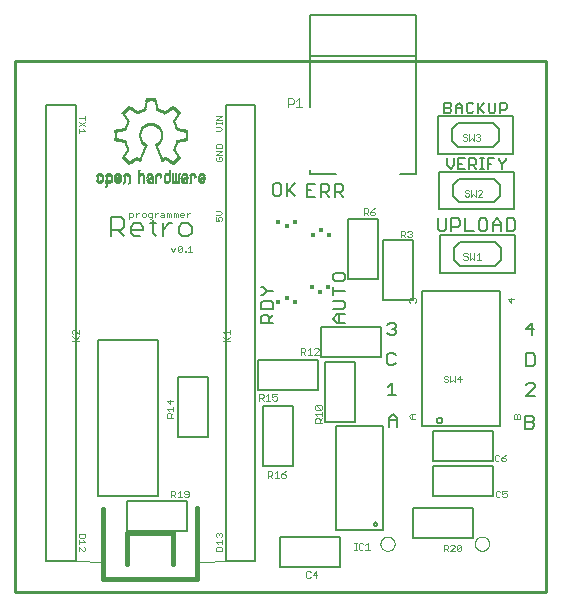
<source format=gto>
G75*
%MOIN*%
%OFA0B0*%
%FSLAX25Y25*%
%IPPOS*%
%LPD*%
%AMOC8*
5,1,8,0,0,1.08239X$1,22.5*
%
%ADD10C,0.01000*%
%ADD11C,0.00200*%
%ADD12C,0.00600*%
%ADD13C,0.00800*%
%ADD14R,0.00120X0.00020*%
%ADD15R,0.00200X0.00020*%
%ADD16R,0.00260X0.00020*%
%ADD17R,0.00320X0.00020*%
%ADD18R,0.00380X0.00020*%
%ADD19R,0.00420X0.00020*%
%ADD20R,0.00460X0.00020*%
%ADD21R,0.00500X0.00020*%
%ADD22R,0.00560X0.00020*%
%ADD23R,0.00600X0.00020*%
%ADD24R,0.00640X0.00020*%
%ADD25R,0.00680X0.00020*%
%ADD26R,0.00720X0.00020*%
%ADD27R,0.00760X0.00020*%
%ADD28R,0.00820X0.00020*%
%ADD29R,0.00840X0.00020*%
%ADD30R,0.00860X0.00020*%
%ADD31R,0.00880X0.00020*%
%ADD32R,0.00880X0.00020*%
%ADD33R,0.00040X0.00020*%
%ADD34R,0.00160X0.00020*%
%ADD35R,0.00140X0.00020*%
%ADD36R,0.00220X0.00020*%
%ADD37R,0.00220X0.00020*%
%ADD38R,0.00240X0.00020*%
%ADD39R,0.00060X0.00020*%
%ADD40R,0.00040X0.00020*%
%ADD41R,0.00540X0.00020*%
%ADD42R,0.00280X0.00020*%
%ADD43R,0.00080X0.00020*%
%ADD44R,0.00480X0.00020*%
%ADD45R,0.00100X0.00020*%
%ADD46R,0.00120X0.00020*%
%ADD47R,0.00500X0.00020*%
%ADD48R,0.00420X0.00020*%
%ADD49R,0.00140X0.00020*%
%ADD50R,0.00160X0.00020*%
%ADD51R,0.00700X0.00020*%
%ADD52R,0.00360X0.00020*%
%ADD53R,0.00180X0.00020*%
%ADD54R,0.00200X0.00020*%
%ADD55R,0.00660X0.00020*%
%ADD56R,0.00640X0.00020*%
%ADD57R,0.00840X0.00020*%
%ADD58R,0.01700X0.00020*%
%ADD59R,0.00820X0.00020*%
%ADD60R,0.00400X0.00020*%
%ADD61R,0.00240X0.00020*%
%ADD62R,0.00260X0.00020*%
%ADD63R,0.00760X0.00020*%
%ADD64R,0.00780X0.00020*%
%ADD65R,0.00660X0.00020*%
%ADD66R,0.00300X0.00020*%
%ADD67R,0.00960X0.00020*%
%ADD68R,0.01760X0.00020*%
%ADD69R,0.00940X0.00020*%
%ADD70R,0.00460X0.00020*%
%ADD71R,0.00300X0.00020*%
%ADD72R,0.00320X0.00020*%
%ADD73R,0.00900X0.00020*%
%ADD74R,0.00780X0.00020*%
%ADD75R,0.00340X0.00020*%
%ADD76R,0.01060X0.00020*%
%ADD77R,0.01820X0.00020*%
%ADD78R,0.01040X0.00020*%
%ADD79R,0.00520X0.00020*%
%ADD80R,0.00980X0.00020*%
%ADD81R,0.00380X0.00020*%
%ADD82R,0.00860X0.00020*%
%ADD83R,0.00400X0.00020*%
%ADD84R,0.01140X0.00020*%
%ADD85R,0.01860X0.00020*%
%ADD86R,0.01120X0.00020*%
%ADD87R,0.00560X0.00020*%
%ADD88R,0.00440X0.00020*%
%ADD89R,0.01080X0.00020*%
%ADD90R,0.01060X0.00020*%
%ADD91R,0.00920X0.00020*%
%ADD92R,0.00900X0.00020*%
%ADD93R,0.01220X0.00020*%
%ADD94R,0.01900X0.00020*%
%ADD95R,0.01200X0.00020*%
%ADD96R,0.00600X0.00020*%
%ADD97R,0.00480X0.00020*%
%ADD98R,0.01140X0.00020*%
%ADD99R,0.01280X0.00020*%
%ADD100R,0.01940X0.00020*%
%ADD101R,0.01260X0.00020*%
%ADD102R,0.00640X0.00020*%
%ADD103R,0.00520X0.00020*%
%ADD104R,0.01180X0.00020*%
%ADD105R,0.01220X0.00020*%
%ADD106R,0.01040X0.00020*%
%ADD107R,0.01200X0.00020*%
%ADD108R,0.01360X0.00020*%
%ADD109R,0.01960X0.00020*%
%ADD110R,0.01320X0.00020*%
%ADD111R,0.00680X0.00020*%
%ADD112R,0.01240X0.00020*%
%ADD113R,0.01300X0.00020*%
%ADD114R,0.02200X0.00020*%
%ADD115R,0.00580X0.00020*%
%ADD116R,0.01280X0.00020*%
%ADD117R,0.01420X0.00020*%
%ADD118R,0.02000X0.00020*%
%ADD119R,0.01400X0.00020*%
%ADD120R,0.01260X0.00020*%
%ADD121R,0.01340X0.00020*%
%ADD122R,0.02240X0.00020*%
%ADD123R,0.01880X0.00020*%
%ADD124R,0.00620X0.00020*%
%ADD125R,0.01320X0.00020*%
%ADD126R,0.01480X0.00020*%
%ADD127R,0.02020X0.00020*%
%ADD128R,0.01440X0.00020*%
%ADD129R,0.00620X0.00020*%
%ADD130R,0.01300X0.00020*%
%ADD131R,0.01400X0.00020*%
%ADD132R,0.02280X0.00020*%
%ADD133R,0.01380X0.00020*%
%ADD134R,0.01520X0.00020*%
%ADD135R,0.02040X0.00020*%
%ADD136R,0.00820X0.00020*%
%ADD137R,0.01460X0.00020*%
%ADD138R,0.02340X0.00020*%
%ADD139R,0.01440X0.00020*%
%ADD140R,0.01580X0.00020*%
%ADD141R,0.02080X0.00020*%
%ADD142R,0.01560X0.00020*%
%ADD143R,0.01340X0.00020*%
%ADD144R,0.01500X0.00020*%
%ADD145R,0.02380X0.00020*%
%ADD146R,0.02040X0.00020*%
%ADD147R,0.01620X0.00020*%
%ADD148R,0.02100X0.00020*%
%ADD149R,0.01600X0.00020*%
%ADD150R,0.01380X0.00020*%
%ADD151R,0.01540X0.00020*%
%ADD152R,0.02420X0.00020*%
%ADD153R,0.02060X0.00020*%
%ADD154R,0.01660X0.00020*%
%ADD155R,0.02120X0.00020*%
%ADD156R,0.01640X0.00020*%
%ADD157R,0.01580X0.00020*%
%ADD158R,0.02440X0.00020*%
%ADD159R,0.02080X0.00020*%
%ADD160R,0.01740X0.00020*%
%ADD161R,0.02140X0.00020*%
%ADD162R,0.01640X0.00020*%
%ADD163R,0.02480X0.00020*%
%ADD164R,0.00700X0.00020*%
%ADD165R,0.01620X0.00020*%
%ADD166R,0.01780X0.00020*%
%ADD167R,0.02160X0.00020*%
%ADD168R,0.01740X0.00020*%
%ADD169R,0.01420X0.00020*%
%ADD170R,0.01680X0.00020*%
%ADD171R,0.02520X0.00020*%
%ADD172R,0.01820X0.00020*%
%ADD173R,0.02200X0.00020*%
%ADD174R,0.01780X0.00020*%
%ADD175R,0.02560X0.00020*%
%ADD176R,0.01420X0.00020*%
%ADD177R,0.01860X0.00020*%
%ADD178R,0.01440X0.00020*%
%ADD179R,0.02580X0.00020*%
%ADD180R,0.02220X0.00020*%
%ADD181R,0.01840X0.00020*%
%ADD182R,0.02600X0.00020*%
%ADD183R,0.02240X0.00020*%
%ADD184R,0.01880X0.00020*%
%ADD185R,0.01460X0.00020*%
%ADD186R,0.01820X0.00020*%
%ADD187R,0.02640X0.00020*%
%ADD188R,0.00720X0.00020*%
%ADD189R,0.01800X0.00020*%
%ADD190R,0.02260X0.00020*%
%ADD191R,0.01920X0.00020*%
%ADD192R,0.02660X0.00020*%
%ADD193R,0.01980X0.00020*%
%ADD194R,0.01960X0.00020*%
%ADD195R,0.01900X0.00020*%
%ADD196R,0.02680X0.00020*%
%ADD197R,0.02020X0.00020*%
%ADD198R,0.02300X0.00020*%
%ADD199R,0.01480X0.00020*%
%ADD200R,0.01940X0.00020*%
%ADD201R,0.02700X0.00020*%
%ADD202R,0.02320X0.00020*%
%ADD203R,0.02020X0.00020*%
%ADD204R,0.01500X0.00020*%
%ADD205R,0.02720X0.00020*%
%ADD206R,0.01920X0.00020*%
%ADD207R,0.02100X0.00020*%
%ADD208R,0.02340X0.00020*%
%ADD209R,0.02060X0.00020*%
%ADD210R,0.02740X0.00020*%
%ADD211R,0.02340X0.00020*%
%ADD212R,0.02760X0.00020*%
%ADD213R,0.01980X0.00020*%
%ADD214R,0.02360X0.00020*%
%ADD215R,0.02120X0.00020*%
%ADD216R,0.02780X0.00020*%
%ADD217R,0.02180X0.00020*%
%ADD218R,0.02380X0.00020*%
%ADD219R,0.02140X0.00020*%
%ADD220R,0.02800X0.00020*%
%ADD221R,0.02040X0.00020*%
%ADD222R,0.02220X0.00020*%
%ADD223R,0.02400X0.00020*%
%ADD224R,0.01520X0.00020*%
%ADD225R,0.02820X0.00020*%
%ADD226R,0.02820X0.00020*%
%ADD227R,0.02260X0.00020*%
%ADD228R,0.02420X0.00020*%
%ADD229R,0.01520X0.00020*%
%ADD230R,0.02840X0.00020*%
%ADD231R,0.02120X0.00020*%
%ADD232R,0.02280X0.00020*%
%ADD233R,0.02860X0.00020*%
%ADD234R,0.00820X0.00020*%
%ADD235R,0.01000X0.00020*%
%ADD236R,0.02460X0.00020*%
%ADD237R,0.02320X0.00020*%
%ADD238R,0.00940X0.00020*%
%ADD239R,0.01000X0.00020*%
%ADD240R,0.00980X0.00020*%
%ADD241R,0.00920X0.00020*%
%ADD242R,0.02460X0.00020*%
%ADD243R,0.02320X0.00020*%
%ADD244R,0.00940X0.00020*%
%ADD245R,0.00920X0.00020*%
%ADD246R,0.00740X0.00020*%
%ADD247R,0.00120X0.00020*%
%ADD248R,0.00740X0.00020*%
%ADD249R,0.02480X0.00020*%
%ADD250R,0.02360X0.00020*%
%ADD251R,0.00800X0.00020*%
%ADD252R,0.02420X0.00020*%
%ADD253R,0.02500X0.00020*%
%ADD254R,0.00840X0.00020*%
%ADD255R,0.02420X0.00020*%
%ADD256R,0.02500X0.00020*%
%ADD257R,0.00740X0.00020*%
%ADD258R,0.02520X0.00020*%
%ADD259R,0.02440X0.00020*%
%ADD260R,0.00800X0.00020*%
%ADD261R,0.00740X0.00020*%
%ADD262R,0.01120X0.00020*%
%ADD263R,0.01100X0.00020*%
%ADD264R,0.01100X0.00020*%
%ADD265R,0.01020X0.00020*%
%ADD266R,0.01020X0.00020*%
%ADD267R,0.01020X0.00020*%
%ADD268R,0.00720X0.00020*%
%ADD269R,0.00960X0.00020*%
%ADD270R,0.00720X0.00020*%
%ADD271R,0.00920X0.00020*%
%ADD272R,0.01180X0.00020*%
%ADD273R,0.01080X0.00020*%
%ADD274R,0.01120X0.00020*%
%ADD275R,0.01160X0.00020*%
%ADD276R,0.01320X0.00020*%
%ADD277R,0.01240X0.00020*%
%ADD278R,0.01540X0.00020*%
%ADD279R,0.01620X0.00020*%
%ADD280R,0.01520X0.00020*%
%ADD281R,0.01660X0.00020*%
%ADD282R,0.01720X0.00020*%
%ADD283R,0.02220X0.00020*%
%ADD284R,0.00100X0.00020*%
%ADD285R,0.01760X0.00020*%
%ADD286R,0.01800X0.00020*%
%ADD287R,0.01700X0.00020*%
%ADD288R,0.00540X0.00020*%
%ADD289R,0.02120X0.00020*%
%ADD290R,0.00320X0.00020*%
%ADD291R,0.02020X0.00020*%
%ADD292R,0.02000X0.00020*%
%ADD293R,0.01840X0.00020*%
%ADD294R,0.02220X0.00020*%
%ADD295R,0.02400X0.00020*%
%ADD296R,0.02320X0.00020*%
%ADD297R,0.00120X0.00020*%
%ADD298R,0.02540X0.00020*%
%ADD299R,0.01620X0.00020*%
%ADD300R,0.00220X0.00020*%
%ADD301R,0.02560X0.00020*%
%ADD302R,0.01560X0.00020*%
%ADD303R,0.00280X0.00020*%
%ADD304R,0.02580X0.00020*%
%ADD305R,0.00320X0.00020*%
%ADD306R,0.00440X0.00020*%
%ADD307R,0.00360X0.00020*%
%ADD308R,0.00540X0.00020*%
%ADD309R,0.00580X0.00020*%
%ADD310R,0.01360X0.00020*%
%ADD311R,0.00520X0.00020*%
%ADD312R,0.01040X0.00020*%
%ADD313R,0.01440X0.00020*%
%ADD314R,0.01340X0.00020*%
%ADD315R,0.01040X0.00020*%
%ADD316R,0.00940X0.00020*%
%ADD317R,0.01020X0.00020*%
%ADD318R,0.00840X0.00020*%
%ADD319R,0.01120X0.00020*%
%ADD320R,0.01160X0.00020*%
%ADD321R,0.02160X0.00020*%
%ADD322R,0.02180X0.00020*%
%ADD323R,0.02140X0.00020*%
%ADD324R,0.02040X0.00020*%
%ADD325R,0.02300X0.00020*%
%ADD326R,0.01940X0.00020*%
%ADD327R,0.01920X0.00020*%
%ADD328R,0.01840X0.00020*%
%ADD329R,0.01740X0.00020*%
%ADD330R,0.01640X0.00020*%
%ADD331R,0.01540X0.00020*%
%ADD332R,0.00620X0.00020*%
%ADD333R,0.01820X0.00020*%
%ADD334R,0.01220X0.00020*%
%ADD335R,0.01720X0.00020*%
%ADD336R,0.01140X0.00020*%
%ADD337R,0.01720X0.00020*%
%ADD338R,0.01720X0.00020*%
%ADD339R,0.00420X0.00020*%
%ADD340R,0.00340X0.00020*%
%ADD341R,0.00620X0.00020*%
%ADD342R,0.00140X0.00020*%
%ADD343R,0.00440X0.00020*%
%ADD344R,0.00220X0.00020*%
%ADD345R,0.00020X0.00020*%
%ADD346R,0.00640X0.00020*%
%ADD347R,0.00420X0.00020*%
%ADD348R,0.00020X0.00020*%
%ADD349R,0.01680X0.00020*%
%ADD350R,0.01920X0.00020*%
%ADD351R,0.02620X0.00020*%
%ADD352R,0.02700X0.00020*%
%ADD353R,0.02780X0.00020*%
%ADD354R,0.00340X0.00020*%
%ADD355R,0.01320X0.00020*%
%ADD356R,0.01140X0.00020*%
%ADD357R,0.01420X0.00020*%
%ADD358R,0.02980X0.00020*%
%ADD359R,0.03000X0.00020*%
%ADD360R,0.02960X0.00020*%
%ADD361R,0.02960X0.00020*%
%ADD362R,0.02920X0.00020*%
%ADD363R,0.02900X0.00020*%
%ADD364R,0.02920X0.00020*%
%ADD365R,0.02860X0.00020*%
%ADD366R,0.02900X0.00020*%
%ADD367R,0.02840X0.00020*%
%ADD368R,0.02760X0.00020*%
%ADD369R,0.02800X0.00020*%
%ADD370R,0.02720X0.00020*%
%ADD371R,0.02720X0.00020*%
%ADD372R,0.02680X0.00020*%
%ADD373R,0.02740X0.00020*%
%ADD374R,0.02640X0.00020*%
%ADD375R,0.02620X0.00020*%
%ADD376R,0.02660X0.00020*%
%ADD377R,0.02520X0.00020*%
%ADD378R,0.01240X0.00020*%
%ADD379R,0.02600X0.00020*%
%ADD380R,0.02880X0.00020*%
%ADD381R,0.02940X0.00020*%
%ADD382R,0.03040X0.00020*%
%ADD383R,0.03080X0.00020*%
%ADD384R,0.03100X0.00020*%
%ADD385R,0.03160X0.00020*%
%ADD386R,0.03180X0.00020*%
%ADD387R,0.03220X0.00020*%
%ADD388R,0.03240X0.00020*%
%ADD389R,0.03300X0.00020*%
%ADD390R,0.03300X0.00020*%
%ADD391R,0.03380X0.00020*%
%ADD392R,0.03360X0.00020*%
%ADD393R,0.03440X0.00020*%
%ADD394R,0.03400X0.00020*%
%ADD395R,0.03460X0.00020*%
%ADD396R,0.03480X0.00020*%
%ADD397R,0.03480X0.00020*%
%ADD398R,0.03520X0.00020*%
%ADD399R,0.03540X0.00020*%
%ADD400R,0.03520X0.00020*%
%ADD401R,0.03580X0.00020*%
%ADD402R,0.03520X0.00020*%
%ADD403R,0.03620X0.00020*%
%ADD404R,0.03640X0.00020*%
%ADD405R,0.03560X0.00020*%
%ADD406R,0.03420X0.00020*%
%ADD407R,0.03340X0.00020*%
%ADD408R,0.03280X0.00020*%
%ADD409R,0.03280X0.00020*%
%ADD410R,0.03200X0.00020*%
%ADD411R,0.03140X0.00020*%
%ADD412R,0.03060X0.00020*%
%ADD413R,0.02920X0.00020*%
%ADD414R,0.02540X0.00020*%
%ADD415R,0.02540X0.00020*%
%ADD416R,0.02820X0.00020*%
%ADD417R,0.03020X0.00020*%
%ADD418R,0.03060X0.00020*%
%ADD419R,0.03180X0.00020*%
%ADD420R,0.03160X0.00020*%
%ADD421R,0.03260X0.00020*%
%ADD422R,0.03240X0.00020*%
%ADD423R,0.03340X0.00020*%
%ADD424R,0.03420X0.00020*%
%ADD425R,0.03500X0.00020*%
%ADD426R,0.03420X0.00020*%
%ADD427R,0.03540X0.00020*%
%ADD428R,0.03460X0.00020*%
%ADD429R,0.03560X0.00020*%
%ADD430R,0.03540X0.00020*%
%ADD431R,0.03440X0.00020*%
%ADD432R,0.03380X0.00020*%
%ADD433R,0.03360X0.00020*%
%ADD434R,0.03320X0.00020*%
%ADD435R,0.03260X0.00020*%
%ADD436R,0.03140X0.00020*%
%ADD437R,0.01640X0.00020*%
%ADD438R,0.01340X0.00020*%
%ADD439R,0.04640X0.00020*%
%ADD440R,0.04580X0.00020*%
%ADD441R,0.04520X0.00020*%
%ADD442R,0.04480X0.00020*%
%ADD443R,0.04420X0.00020*%
%ADD444R,0.04360X0.00020*%
%ADD445R,0.04300X0.00020*%
%ADD446R,0.04220X0.00020*%
%ADD447R,0.04160X0.00020*%
%ADD448R,0.04100X0.00020*%
%ADD449R,0.04020X0.00020*%
%ADD450R,0.03960X0.00020*%
%ADD451R,0.03900X0.00020*%
%ADD452R,0.03820X0.00020*%
%ADD453R,0.03740X0.00020*%
%ADD454R,0.03660X0.00020*%
%ADD455R,0.00540X0.00020*%
%ADD456R,0.01240X0.00020*%
%ADD457R,0.01600X0.00020*%
%ADD458R,0.02940X0.00020*%
%ADD459R,0.03000X0.00020*%
%ADD460R,0.03120X0.00020*%
%ADD461R,0.03140X0.00020*%
%ADD462R,0.03220X0.00020*%
%ADD463R,0.03440X0.00020*%
%ADD464R,0.03580X0.00020*%
%ADD465R,0.01940X0.00020*%
%ADD466R,0.00240X0.00020*%
%ADD467R,0.03740X0.00020*%
%ADD468R,0.03720X0.00020*%
%ADD469R,0.03700X0.00020*%
%ADD470R,0.03700X0.00020*%
%ADD471R,0.03680X0.00020*%
%ADD472R,0.03680X0.00020*%
%ADD473R,0.03640X0.00020*%
%ADD474R,0.03640X0.00020*%
%ADD475R,0.03620X0.00020*%
%ADD476R,0.03600X0.00020*%
%ADD477R,0.03600X0.00020*%
%ADD478R,0.03500X0.00020*%
%ADD479R,0.03100X0.00020*%
%ADD480C,0.01600*%
%ADD481C,0.00400*%
%ADD482C,0.00394*%
%ADD483C,0.00500*%
%ADD484R,0.01280X0.01673*%
%ADD485R,0.01378X0.01378*%
%ADD486C,0.00000*%
D10*
X0019234Y0003118D02*
X0019234Y0180283D01*
X0196399Y0180283D01*
X0196399Y0003118D01*
X0019234Y0003118D01*
D11*
X0071248Y0034702D02*
X0071248Y0036904D01*
X0072349Y0036904D01*
X0072716Y0036537D01*
X0072716Y0035803D01*
X0072349Y0035436D01*
X0071248Y0035436D01*
X0071982Y0035436D02*
X0072716Y0034702D01*
X0073458Y0034702D02*
X0074926Y0034702D01*
X0074192Y0034702D02*
X0074192Y0036904D01*
X0073458Y0036170D01*
X0075668Y0036170D02*
X0076035Y0035803D01*
X0077136Y0035803D01*
X0077136Y0035069D02*
X0077136Y0036537D01*
X0076769Y0036904D01*
X0076035Y0036904D01*
X0075668Y0036537D01*
X0075668Y0036170D01*
X0075668Y0035069D02*
X0076035Y0034702D01*
X0076769Y0034702D01*
X0077136Y0035069D01*
X0103629Y0041187D02*
X0103629Y0043388D01*
X0104730Y0043388D01*
X0105097Y0043022D01*
X0105097Y0042288D01*
X0104730Y0041921D01*
X0103629Y0041921D01*
X0104363Y0041921D02*
X0105097Y0041187D01*
X0105839Y0041187D02*
X0107307Y0041187D01*
X0106573Y0041187D02*
X0106573Y0043388D01*
X0105839Y0042655D01*
X0108049Y0042288D02*
X0109150Y0042288D01*
X0109517Y0041921D01*
X0109517Y0041554D01*
X0109150Y0041187D01*
X0108416Y0041187D01*
X0108049Y0041554D01*
X0108049Y0042288D01*
X0108783Y0043022D01*
X0109517Y0043388D01*
X0119368Y0059497D02*
X0119368Y0060598D01*
X0119735Y0060965D01*
X0120469Y0060965D01*
X0120836Y0060598D01*
X0120836Y0059497D01*
X0120836Y0060231D02*
X0121570Y0060965D01*
X0121570Y0061707D02*
X0121570Y0063175D01*
X0121570Y0062441D02*
X0119368Y0062441D01*
X0120102Y0061707D01*
X0119735Y0063917D02*
X0119368Y0064284D01*
X0119368Y0065018D01*
X0119735Y0065385D01*
X0121203Y0063917D01*
X0121570Y0064284D01*
X0121570Y0065018D01*
X0121203Y0065385D01*
X0119735Y0065385D01*
X0119735Y0063917D02*
X0121203Y0063917D01*
X0121570Y0059497D02*
X0119368Y0059497D01*
X0106554Y0067313D02*
X0106187Y0066946D01*
X0105453Y0066946D01*
X0105086Y0067313D01*
X0105086Y0068047D02*
X0105820Y0068414D01*
X0106187Y0068414D01*
X0106554Y0068047D01*
X0106554Y0067313D01*
X0105086Y0068047D02*
X0105086Y0069148D01*
X0106554Y0069148D01*
X0103610Y0069148D02*
X0103610Y0066946D01*
X0102876Y0066946D02*
X0104344Y0066946D01*
X0102876Y0068414D02*
X0103610Y0069148D01*
X0102134Y0068781D02*
X0102134Y0068047D01*
X0101767Y0067680D01*
X0100666Y0067680D01*
X0100666Y0066946D02*
X0100666Y0069148D01*
X0101767Y0069148D01*
X0102134Y0068781D01*
X0101400Y0067680D02*
X0102134Y0066946D01*
X0114577Y0082235D02*
X0114577Y0084437D01*
X0115678Y0084437D01*
X0116045Y0084070D01*
X0116045Y0083336D01*
X0115678Y0082969D01*
X0114577Y0082969D01*
X0115311Y0082969D02*
X0116045Y0082235D01*
X0116787Y0082235D02*
X0118254Y0082235D01*
X0117520Y0082235D02*
X0117520Y0084437D01*
X0116787Y0083703D01*
X0118996Y0084070D02*
X0119363Y0084437D01*
X0120097Y0084437D01*
X0120464Y0084070D01*
X0120464Y0083703D01*
X0118996Y0082235D01*
X0120464Y0082235D01*
X0090819Y0086753D02*
X0088617Y0086753D01*
X0089718Y0087120D02*
X0090819Y0088221D01*
X0090819Y0088963D02*
X0090819Y0090431D01*
X0090819Y0089697D02*
X0088617Y0089697D01*
X0089351Y0088963D01*
X0088617Y0088221D02*
X0090085Y0086753D01*
X0072083Y0066750D02*
X0069881Y0066750D01*
X0070982Y0065649D01*
X0070982Y0067117D01*
X0072083Y0064907D02*
X0072083Y0063439D01*
X0072083Y0064173D02*
X0069881Y0064173D01*
X0070615Y0063439D01*
X0070982Y0062697D02*
X0071349Y0062330D01*
X0071349Y0061229D01*
X0072083Y0061229D02*
X0069881Y0061229D01*
X0069881Y0062330D01*
X0070248Y0062697D01*
X0070982Y0062697D01*
X0071349Y0061963D02*
X0072083Y0062697D01*
X0040576Y0086853D02*
X0038374Y0086853D01*
X0039475Y0087220D02*
X0040576Y0088321D01*
X0040576Y0089063D02*
X0039108Y0090531D01*
X0038741Y0090531D01*
X0038374Y0090164D01*
X0038374Y0089430D01*
X0038741Y0089063D01*
X0038374Y0088321D02*
X0039842Y0086853D01*
X0040576Y0089063D02*
X0040576Y0090531D01*
X0110155Y0164701D02*
X0110155Y0167703D01*
X0111656Y0167703D01*
X0112157Y0167203D01*
X0112157Y0166202D01*
X0111656Y0165702D01*
X0110155Y0165702D01*
X0113102Y0166702D02*
X0114102Y0167703D01*
X0114102Y0164701D01*
X0113102Y0164701D02*
X0115103Y0164701D01*
X0135503Y0131006D02*
X0136604Y0131006D01*
X0136971Y0130639D01*
X0136971Y0129905D01*
X0136604Y0129538D01*
X0135503Y0129538D01*
X0135503Y0128804D02*
X0135503Y0131006D01*
X0136237Y0129538D02*
X0136971Y0128804D01*
X0137713Y0129171D02*
X0138080Y0128804D01*
X0138814Y0128804D01*
X0139181Y0129171D01*
X0139181Y0129538D01*
X0138814Y0129905D01*
X0137713Y0129905D01*
X0137713Y0129171D01*
X0137713Y0129905D02*
X0138447Y0130639D01*
X0139181Y0131006D01*
X0147895Y0123540D02*
X0148996Y0123540D01*
X0149363Y0123173D01*
X0149363Y0122440D01*
X0148996Y0122073D01*
X0147895Y0122073D01*
X0148629Y0122073D02*
X0149363Y0121339D01*
X0150105Y0121706D02*
X0150472Y0121339D01*
X0151206Y0121339D01*
X0151573Y0121706D01*
X0151573Y0122073D01*
X0151206Y0122440D01*
X0150839Y0122440D01*
X0151206Y0122440D02*
X0151573Y0122806D01*
X0151573Y0123173D01*
X0151206Y0123540D01*
X0150472Y0123540D01*
X0150105Y0123173D01*
X0147895Y0123540D02*
X0147895Y0121339D01*
X0168736Y0115708D02*
X0168736Y0115341D01*
X0169103Y0114974D01*
X0169837Y0114974D01*
X0170204Y0114607D01*
X0170204Y0114240D01*
X0169837Y0113873D01*
X0169103Y0113873D01*
X0168736Y0114240D01*
X0168736Y0115708D02*
X0169103Y0116075D01*
X0169837Y0116075D01*
X0170204Y0115708D01*
X0170946Y0116075D02*
X0170946Y0113873D01*
X0171680Y0114607D01*
X0172413Y0113873D01*
X0172413Y0116075D01*
X0173155Y0115341D02*
X0173889Y0116075D01*
X0173889Y0113873D01*
X0173155Y0113873D02*
X0174623Y0113873D01*
X0183546Y0100714D02*
X0184647Y0099613D01*
X0184647Y0101081D01*
X0185748Y0100714D02*
X0183546Y0100714D01*
X0167755Y0075220D02*
X0166654Y0074119D01*
X0168122Y0074119D01*
X0167755Y0073018D02*
X0167755Y0075220D01*
X0165912Y0075220D02*
X0165912Y0073018D01*
X0165178Y0073752D01*
X0164444Y0073018D01*
X0164444Y0075220D01*
X0163702Y0074853D02*
X0163335Y0075220D01*
X0162601Y0075220D01*
X0162234Y0074853D01*
X0162234Y0074486D01*
X0162601Y0074119D01*
X0163335Y0074119D01*
X0163702Y0073752D01*
X0163702Y0073385D01*
X0163335Y0073018D01*
X0162601Y0073018D01*
X0162234Y0073385D01*
X0152756Y0062420D02*
X0151288Y0062420D01*
X0150554Y0061686D01*
X0151288Y0060952D01*
X0152756Y0060952D01*
X0151655Y0060952D02*
X0151655Y0062420D01*
X0179209Y0048559D02*
X0179209Y0047091D01*
X0179576Y0046724D01*
X0180310Y0046724D01*
X0180677Y0047091D01*
X0181419Y0047091D02*
X0181786Y0046724D01*
X0182519Y0046724D01*
X0182886Y0047091D01*
X0182886Y0047458D01*
X0182519Y0047825D01*
X0181419Y0047825D01*
X0181419Y0047091D01*
X0181419Y0047825D02*
X0182152Y0048559D01*
X0182886Y0048926D01*
X0180677Y0048559D02*
X0180310Y0048926D01*
X0179576Y0048926D01*
X0179209Y0048559D01*
X0179876Y0036896D02*
X0179509Y0036529D01*
X0179509Y0035061D01*
X0179876Y0034694D01*
X0180610Y0034694D01*
X0180977Y0035061D01*
X0181719Y0035061D02*
X0182086Y0034694D01*
X0182819Y0034694D01*
X0183186Y0035061D01*
X0183186Y0035795D01*
X0182819Y0036162D01*
X0182452Y0036162D01*
X0181719Y0035795D01*
X0181719Y0036896D01*
X0183186Y0036896D01*
X0180977Y0036529D02*
X0180610Y0036896D01*
X0179876Y0036896D01*
X0167632Y0018942D02*
X0167999Y0018575D01*
X0166531Y0017107D01*
X0166898Y0016740D01*
X0167632Y0016740D01*
X0167999Y0017107D01*
X0167999Y0018575D01*
X0167632Y0018942D02*
X0166898Y0018942D01*
X0166531Y0018575D01*
X0166531Y0017107D01*
X0165789Y0016740D02*
X0164321Y0016740D01*
X0165789Y0018208D01*
X0165789Y0018575D01*
X0165422Y0018942D01*
X0164688Y0018942D01*
X0164321Y0018575D01*
X0163579Y0018575D02*
X0163579Y0017841D01*
X0163212Y0017474D01*
X0162111Y0017474D01*
X0162111Y0016740D02*
X0162111Y0018942D01*
X0163212Y0018942D01*
X0163579Y0018575D01*
X0162845Y0017474D02*
X0163579Y0016740D01*
X0137577Y0017244D02*
X0136109Y0017244D01*
X0136843Y0017244D02*
X0136843Y0019446D01*
X0136109Y0018712D01*
X0135367Y0019079D02*
X0135000Y0019446D01*
X0134266Y0019446D01*
X0133899Y0019079D01*
X0133899Y0017611D01*
X0134266Y0017244D01*
X0135000Y0017244D01*
X0135367Y0017611D01*
X0133160Y0017244D02*
X0132426Y0017244D01*
X0132793Y0017244D02*
X0132793Y0019446D01*
X0132426Y0019446D02*
X0133160Y0019446D01*
X0119650Y0010006D02*
X0119650Y0007804D01*
X0120017Y0008905D02*
X0118549Y0008905D01*
X0119650Y0010006D01*
X0117807Y0009639D02*
X0117440Y0010006D01*
X0116706Y0010006D01*
X0116339Y0009639D01*
X0116339Y0008171D01*
X0116706Y0007804D01*
X0117440Y0007804D01*
X0117807Y0008171D01*
X0185554Y0060952D02*
X0185554Y0062053D01*
X0185921Y0062420D01*
X0186288Y0062420D01*
X0186655Y0062053D01*
X0186655Y0060952D01*
X0186655Y0062053D02*
X0187022Y0062420D01*
X0187389Y0062420D01*
X0187756Y0062053D01*
X0187756Y0060952D01*
X0185554Y0060952D01*
X0152546Y0099613D02*
X0152913Y0099980D01*
X0152913Y0100714D01*
X0152546Y0101081D01*
X0152179Y0101081D01*
X0151812Y0100714D01*
X0151812Y0100347D01*
X0151812Y0100714D02*
X0151445Y0101081D01*
X0151078Y0101081D01*
X0150712Y0100714D01*
X0150712Y0099980D01*
X0151078Y0099613D01*
X0169515Y0134950D02*
X0169148Y0135317D01*
X0169515Y0134950D02*
X0170249Y0134950D01*
X0170616Y0135317D01*
X0170616Y0135684D01*
X0170249Y0136051D01*
X0169515Y0136051D01*
X0169148Y0136418D01*
X0169148Y0136785D01*
X0169515Y0137152D01*
X0170249Y0137152D01*
X0170616Y0136785D01*
X0171358Y0137152D02*
X0171358Y0134950D01*
X0172092Y0135684D01*
X0172826Y0134950D01*
X0172826Y0137152D01*
X0173568Y0136785D02*
X0173935Y0137152D01*
X0174669Y0137152D01*
X0175036Y0136785D01*
X0175036Y0136418D01*
X0173568Y0134950D01*
X0175036Y0134950D01*
X0174069Y0153572D02*
X0173335Y0153572D01*
X0172968Y0153939D01*
X0172226Y0153572D02*
X0172226Y0155774D01*
X0172968Y0155407D02*
X0173335Y0155774D01*
X0174069Y0155774D01*
X0174436Y0155407D01*
X0174436Y0155040D01*
X0174069Y0154673D01*
X0174436Y0154306D01*
X0174436Y0153939D01*
X0174069Y0153572D01*
X0174069Y0154673D02*
X0173702Y0154673D01*
X0172226Y0153572D02*
X0171492Y0154306D01*
X0170758Y0153572D01*
X0170758Y0155774D01*
X0170016Y0155407D02*
X0169649Y0155774D01*
X0168915Y0155774D01*
X0168548Y0155407D01*
X0168548Y0155040D01*
X0168915Y0154673D01*
X0169649Y0154673D01*
X0170016Y0154306D01*
X0170016Y0153939D01*
X0169649Y0153572D01*
X0168915Y0153572D01*
X0168548Y0153939D01*
D12*
X0169286Y0147621D02*
X0167017Y0147621D01*
X0167017Y0144218D01*
X0169286Y0144218D01*
X0170700Y0144218D02*
X0170700Y0147621D01*
X0172402Y0147621D01*
X0172969Y0147054D01*
X0172969Y0145920D01*
X0172402Y0145352D01*
X0170700Y0145352D01*
X0171834Y0145352D02*
X0172969Y0144218D01*
X0174383Y0144218D02*
X0175518Y0144218D01*
X0174950Y0144218D02*
X0174950Y0147621D01*
X0174383Y0147621D02*
X0175518Y0147621D01*
X0176839Y0147621D02*
X0179107Y0147621D01*
X0180522Y0147621D02*
X0180522Y0147054D01*
X0181656Y0145920D01*
X0181656Y0144218D01*
X0181656Y0145920D02*
X0182790Y0147054D01*
X0182790Y0147621D01*
X0177973Y0145920D02*
X0176839Y0145920D01*
X0176839Y0147621D02*
X0176839Y0144218D01*
X0168151Y0145920D02*
X0167017Y0145920D01*
X0165602Y0145352D02*
X0165602Y0147621D01*
X0163334Y0147621D02*
X0163334Y0145352D01*
X0164468Y0144218D01*
X0165602Y0145352D01*
X0166118Y0162818D02*
X0166118Y0165087D01*
X0167252Y0166221D01*
X0168387Y0165087D01*
X0168387Y0162818D01*
X0169801Y0163385D02*
X0170368Y0162818D01*
X0171503Y0162818D01*
X0172070Y0163385D01*
X0173484Y0162818D02*
X0173484Y0166221D01*
X0172070Y0165654D02*
X0171503Y0166221D01*
X0170368Y0166221D01*
X0169801Y0165654D01*
X0169801Y0163385D01*
X0168387Y0164520D02*
X0166118Y0164520D01*
X0164704Y0165087D02*
X0164136Y0164520D01*
X0162435Y0164520D01*
X0162435Y0166221D02*
X0162435Y0162818D01*
X0164136Y0162818D01*
X0164704Y0163385D01*
X0164704Y0163952D01*
X0164136Y0164520D01*
X0164704Y0165087D02*
X0164704Y0165654D01*
X0164136Y0166221D01*
X0162435Y0166221D01*
X0173484Y0163952D02*
X0175753Y0166221D01*
X0177168Y0166221D02*
X0177168Y0163385D01*
X0177735Y0162818D01*
X0178869Y0162818D01*
X0179436Y0163385D01*
X0179436Y0166221D01*
X0180851Y0166221D02*
X0182552Y0166221D01*
X0183119Y0165654D01*
X0183119Y0164520D01*
X0182552Y0163952D01*
X0180851Y0163952D01*
X0180851Y0162818D02*
X0180851Y0166221D01*
X0175753Y0162818D02*
X0174052Y0164520D01*
D13*
X0174646Y0127622D02*
X0173946Y0126921D01*
X0173946Y0124119D01*
X0174646Y0123418D01*
X0176047Y0123418D01*
X0176748Y0124119D01*
X0176748Y0126921D01*
X0176047Y0127622D01*
X0174646Y0127622D01*
X0169342Y0127622D02*
X0169342Y0123418D01*
X0172144Y0123418D01*
X0167540Y0125520D02*
X0166840Y0124819D01*
X0164738Y0124819D01*
X0164738Y0123418D02*
X0164738Y0127622D01*
X0166840Y0127622D01*
X0167540Y0126921D01*
X0167540Y0125520D01*
X0162936Y0124119D02*
X0162936Y0127622D01*
X0160134Y0127622D02*
X0160134Y0124119D01*
X0160834Y0123418D01*
X0162236Y0123418D01*
X0162936Y0124119D01*
X0178550Y0123418D02*
X0178550Y0126220D01*
X0179951Y0127622D01*
X0181352Y0126220D01*
X0181352Y0123418D01*
X0183153Y0123418D02*
X0185255Y0123418D01*
X0185956Y0124119D01*
X0185956Y0126921D01*
X0185255Y0127622D01*
X0183153Y0127622D01*
X0183153Y0123418D01*
X0181352Y0125520D02*
X0178550Y0125520D01*
X0191636Y0092922D02*
X0189534Y0090820D01*
X0192336Y0090820D01*
X0191636Y0088718D02*
X0191636Y0092922D01*
X0191836Y0082622D02*
X0189734Y0082622D01*
X0189734Y0078418D01*
X0191836Y0078418D01*
X0192536Y0079119D01*
X0192536Y0081921D01*
X0191836Y0082622D01*
X0191836Y0072822D02*
X0190434Y0072822D01*
X0189734Y0072121D01*
X0191836Y0072822D02*
X0192536Y0072121D01*
X0192536Y0071420D01*
X0189734Y0068618D01*
X0192536Y0068618D01*
X0191536Y0061822D02*
X0189434Y0061822D01*
X0189434Y0057618D01*
X0191536Y0057618D01*
X0192236Y0058319D01*
X0192236Y0059019D01*
X0191536Y0059720D01*
X0189434Y0059720D01*
X0191536Y0059720D02*
X0192236Y0060420D01*
X0192236Y0061121D01*
X0191536Y0061822D01*
X0146636Y0061020D02*
X0146636Y0058218D01*
X0146636Y0060320D02*
X0143834Y0060320D01*
X0143834Y0061020D02*
X0143834Y0058218D01*
X0143834Y0061020D02*
X0145235Y0062422D01*
X0146636Y0061020D01*
X0146336Y0068718D02*
X0143534Y0068718D01*
X0144935Y0068718D02*
X0144935Y0072922D01*
X0143534Y0071520D01*
X0144034Y0078718D02*
X0145436Y0078718D01*
X0146136Y0079419D01*
X0144034Y0078718D02*
X0143334Y0079419D01*
X0143334Y0082221D01*
X0144034Y0082922D01*
X0145436Y0082922D01*
X0146136Y0082221D01*
X0145536Y0088718D02*
X0144134Y0088718D01*
X0143434Y0089419D01*
X0144835Y0090820D02*
X0145536Y0090820D01*
X0146236Y0090119D01*
X0146236Y0089419D01*
X0145536Y0088718D01*
X0145536Y0090820D02*
X0146236Y0091520D01*
X0146236Y0092221D01*
X0145536Y0092922D01*
X0144134Y0092922D01*
X0143434Y0092221D01*
X0129377Y0092831D02*
X0126575Y0092831D01*
X0125174Y0094232D01*
X0126575Y0095633D01*
X0129377Y0095633D01*
X0128677Y0097435D02*
X0125174Y0097435D01*
X0127275Y0095633D02*
X0127275Y0092831D01*
X0128677Y0097435D02*
X0129377Y0098135D01*
X0129377Y0099536D01*
X0128677Y0100237D01*
X0125174Y0100237D01*
X0125174Y0102039D02*
X0125174Y0104841D01*
X0125174Y0103440D02*
X0129377Y0103440D01*
X0128677Y0106642D02*
X0125874Y0106642D01*
X0125174Y0107343D01*
X0125174Y0108744D01*
X0125874Y0109445D01*
X0128677Y0109445D01*
X0129377Y0108744D01*
X0129377Y0107343D01*
X0128677Y0106642D01*
X0105383Y0103408D02*
X0103281Y0103408D01*
X0101880Y0104809D01*
X0101179Y0104809D01*
X0103281Y0103408D02*
X0101880Y0102007D01*
X0101179Y0102007D01*
X0101880Y0100206D02*
X0101179Y0099505D01*
X0101179Y0097403D01*
X0105383Y0097403D01*
X0105383Y0099505D01*
X0104682Y0100206D01*
X0101880Y0100206D01*
X0101880Y0095602D02*
X0103281Y0095602D01*
X0103981Y0094901D01*
X0103981Y0092799D01*
X0103981Y0094200D02*
X0105383Y0095602D01*
X0105383Y0092799D02*
X0101179Y0092799D01*
X0101179Y0094901D01*
X0101880Y0095602D01*
X0077096Y0121818D02*
X0075027Y0121818D01*
X0073993Y0122852D01*
X0073993Y0124921D01*
X0075027Y0125955D01*
X0077096Y0125955D01*
X0078130Y0124921D01*
X0078130Y0122852D01*
X0077096Y0121818D01*
X0071724Y0125955D02*
X0070690Y0125955D01*
X0068622Y0123887D01*
X0068622Y0125955D02*
X0068622Y0121818D01*
X0066393Y0121818D02*
X0065359Y0122852D01*
X0065359Y0126989D01*
X0064325Y0125955D02*
X0066393Y0125955D01*
X0062016Y0124921D02*
X0062016Y0123887D01*
X0057879Y0123887D01*
X0057879Y0124921D02*
X0057879Y0122852D01*
X0058914Y0121818D01*
X0060982Y0121818D01*
X0062016Y0124921D02*
X0060982Y0125955D01*
X0058914Y0125955D01*
X0057879Y0124921D01*
X0055571Y0124921D02*
X0054537Y0123887D01*
X0051434Y0123887D01*
X0053502Y0123887D02*
X0055571Y0121818D01*
X0051434Y0121818D02*
X0051434Y0128023D01*
X0054537Y0128023D01*
X0055571Y0126989D01*
X0055571Y0124921D01*
X0105294Y0135868D02*
X0105994Y0135167D01*
X0107395Y0135167D01*
X0108096Y0135868D01*
X0108096Y0138670D01*
X0107395Y0139371D01*
X0105994Y0139371D01*
X0105294Y0138670D01*
X0105294Y0135868D01*
X0109898Y0136568D02*
X0112700Y0139371D01*
X0109898Y0139371D02*
X0109898Y0135167D01*
X0110598Y0137269D02*
X0112700Y0135167D01*
X0116582Y0134950D02*
X0119384Y0134950D01*
X0121186Y0134950D02*
X0121186Y0139153D01*
X0123288Y0139153D01*
X0123988Y0138453D01*
X0123988Y0137051D01*
X0123288Y0136351D01*
X0121186Y0136351D01*
X0122587Y0136351D02*
X0123988Y0134950D01*
X0125790Y0134950D02*
X0125790Y0139153D01*
X0127892Y0139153D01*
X0128592Y0138453D01*
X0128592Y0137051D01*
X0127892Y0136351D01*
X0125790Y0136351D01*
X0127191Y0136351D02*
X0128592Y0134950D01*
X0119384Y0139153D02*
X0116582Y0139153D01*
X0116582Y0134950D01*
X0116582Y0137051D02*
X0117983Y0137051D01*
D14*
X0079304Y0140918D03*
X0049464Y0137818D03*
D15*
X0049484Y0137838D03*
X0054784Y0140738D03*
X0060884Y0143498D03*
X0063344Y0140898D03*
X0071144Y0143498D03*
X0082564Y0140498D03*
D16*
X0082554Y0140478D03*
X0079334Y0140958D03*
X0073134Y0142358D03*
X0072034Y0142358D03*
X0071134Y0143478D03*
X0063354Y0140918D03*
X0060874Y0143478D03*
X0054774Y0140718D03*
X0049494Y0137858D03*
D17*
X0049504Y0137878D03*
X0060844Y0143458D03*
X0065064Y0139058D03*
X0079344Y0140978D03*
X0057444Y0164818D03*
D18*
X0072094Y0164838D03*
X0071094Y0143438D03*
X0073494Y0138998D03*
X0082514Y0140438D03*
X0060834Y0143438D03*
X0049534Y0137898D03*
D19*
X0049554Y0137918D03*
X0054714Y0140658D03*
X0060814Y0143418D03*
X0063414Y0140978D03*
X0072114Y0145478D03*
X0079394Y0141018D03*
X0082494Y0140418D03*
D20*
X0078654Y0142398D03*
X0075794Y0142398D03*
X0075694Y0138998D03*
X0077674Y0139098D03*
X0071054Y0143398D03*
X0064394Y0142398D03*
X0061534Y0142398D03*
X0060794Y0143398D03*
X0054694Y0140638D03*
X0049574Y0137938D03*
X0069314Y0162338D03*
D21*
X0073034Y0142258D03*
X0077694Y0139118D03*
X0054674Y0140618D03*
X0049594Y0137958D03*
D22*
X0049624Y0137978D03*
X0060624Y0139158D03*
X0062324Y0139158D03*
X0065184Y0139158D03*
X0066324Y0139158D03*
X0060744Y0143358D03*
X0059864Y0147778D03*
X0071004Y0143358D03*
X0072384Y0139018D03*
X0073484Y0139018D03*
X0079444Y0141078D03*
X0082424Y0140358D03*
X0057444Y0164778D03*
D23*
X0068484Y0146638D03*
X0079464Y0141098D03*
X0082404Y0140338D03*
X0049644Y0137998D03*
D24*
X0049664Y0138018D03*
X0064284Y0139018D03*
X0064384Y0142378D03*
X0068064Y0141118D03*
X0074924Y0141078D03*
X0079484Y0141118D03*
X0072064Y0164758D03*
D25*
X0069324Y0162398D03*
X0064744Y0159138D03*
X0068344Y0155538D03*
X0068344Y0155498D03*
X0068344Y0155438D03*
X0068344Y0155398D03*
X0068344Y0155338D03*
X0068344Y0155298D03*
X0068344Y0155238D03*
X0068344Y0155198D03*
X0068344Y0154838D03*
X0068344Y0154798D03*
X0070944Y0143238D03*
X0070944Y0143198D03*
X0070944Y0143138D03*
X0070944Y0143098D03*
X0070944Y0143038D03*
X0070944Y0142998D03*
X0070944Y0142938D03*
X0070944Y0142898D03*
X0070944Y0142838D03*
X0070944Y0142798D03*
X0070944Y0142738D03*
X0070944Y0142698D03*
X0070944Y0142638D03*
X0070944Y0142598D03*
X0071844Y0142098D03*
X0071844Y0142038D03*
X0071844Y0141998D03*
X0071844Y0141938D03*
X0071844Y0141898D03*
X0071844Y0141838D03*
X0071844Y0141798D03*
X0071844Y0141738D03*
X0071844Y0141698D03*
X0071844Y0141638D03*
X0071844Y0141598D03*
X0071844Y0141538D03*
X0071844Y0141498D03*
X0071844Y0141438D03*
X0071844Y0141398D03*
X0071844Y0141338D03*
X0071844Y0141298D03*
X0071844Y0141238D03*
X0071844Y0141198D03*
X0072944Y0142098D03*
X0074064Y0142138D03*
X0074944Y0141138D03*
X0076644Y0139298D03*
X0077784Y0139238D03*
X0077804Y0139898D03*
X0077804Y0139938D03*
X0077804Y0139998D03*
X0077804Y0140038D03*
X0077804Y0140098D03*
X0077804Y0140138D03*
X0077804Y0140198D03*
X0077804Y0140238D03*
X0077804Y0140298D03*
X0077804Y0140338D03*
X0077804Y0140398D03*
X0077804Y0140438D03*
X0079504Y0141198D03*
X0080664Y0141198D03*
X0080664Y0141138D03*
X0080664Y0141098D03*
X0082364Y0140238D03*
X0082364Y0140198D03*
X0072384Y0139038D03*
X0068084Y0141198D03*
X0066384Y0139298D03*
X0066384Y0139238D03*
X0065244Y0139298D03*
X0065244Y0139338D03*
X0063524Y0141098D03*
X0062384Y0140598D03*
X0062384Y0140538D03*
X0062384Y0139698D03*
X0062384Y0139638D03*
X0062384Y0139598D03*
X0062384Y0139538D03*
X0062384Y0139498D03*
X0062384Y0139338D03*
X0062384Y0139298D03*
X0060684Y0139298D03*
X0060684Y0139338D03*
X0060684Y0139398D03*
X0060684Y0139438D03*
X0060684Y0139498D03*
X0060684Y0139538D03*
X0060684Y0139598D03*
X0060684Y0139638D03*
X0060684Y0139698D03*
X0060684Y0139738D03*
X0060684Y0139798D03*
X0060684Y0139838D03*
X0060684Y0139898D03*
X0060684Y0139938D03*
X0060684Y0139998D03*
X0060684Y0140038D03*
X0060684Y0140098D03*
X0060684Y0140138D03*
X0060684Y0140198D03*
X0060684Y0140238D03*
X0060684Y0140298D03*
X0060684Y0140338D03*
X0060684Y0140398D03*
X0060684Y0140438D03*
X0060684Y0140498D03*
X0060684Y0140538D03*
X0060684Y0140598D03*
X0060684Y0140638D03*
X0060684Y0142338D03*
X0060684Y0142398D03*
X0060684Y0142438D03*
X0060684Y0142498D03*
X0060684Y0142538D03*
X0060684Y0142598D03*
X0060684Y0142638D03*
X0060684Y0142698D03*
X0060684Y0142738D03*
X0060684Y0142798D03*
X0060684Y0142838D03*
X0060684Y0142898D03*
X0060684Y0142938D03*
X0060684Y0142998D03*
X0060684Y0143038D03*
X0060684Y0143098D03*
X0060684Y0143138D03*
X0060684Y0143198D03*
X0060684Y0143238D03*
X0054584Y0140538D03*
X0049684Y0138038D03*
X0052884Y0154698D03*
X0052884Y0154738D03*
X0052884Y0154798D03*
D26*
X0052904Y0154518D03*
X0052904Y0154478D03*
X0052904Y0154458D03*
X0052904Y0154418D03*
X0060164Y0162418D03*
X0062904Y0164818D03*
X0063064Y0165658D03*
X0063064Y0165678D03*
X0068244Y0156158D03*
X0068244Y0156118D03*
X0068264Y0156078D03*
X0068264Y0156058D03*
X0068304Y0155878D03*
X0068304Y0155858D03*
X0068344Y0154678D03*
X0068344Y0154658D03*
X0068064Y0141378D03*
X0069264Y0141378D03*
X0069264Y0141358D03*
X0069264Y0141318D03*
X0069264Y0140078D03*
X0069264Y0140058D03*
X0069264Y0140018D03*
X0071864Y0139778D03*
X0071864Y0139758D03*
X0072944Y0139818D03*
X0072944Y0139858D03*
X0072944Y0139878D03*
X0072944Y0139918D03*
X0072944Y0139958D03*
X0072944Y0139978D03*
X0072944Y0140018D03*
X0072944Y0140058D03*
X0072944Y0140078D03*
X0072944Y0140118D03*
X0072944Y0140158D03*
X0072944Y0140178D03*
X0072944Y0140218D03*
X0072944Y0140258D03*
X0072944Y0140278D03*
X0072944Y0140318D03*
X0074044Y0140318D03*
X0074044Y0140278D03*
X0074044Y0140258D03*
X0074044Y0140218D03*
X0074044Y0140178D03*
X0074044Y0140158D03*
X0074044Y0140118D03*
X0074044Y0140078D03*
X0074044Y0140058D03*
X0074044Y0140018D03*
X0074044Y0139978D03*
X0074044Y0139958D03*
X0074044Y0139918D03*
X0074044Y0139878D03*
X0074044Y0139858D03*
X0074044Y0139818D03*
X0074964Y0139878D03*
X0074964Y0140018D03*
X0074964Y0141318D03*
X0077804Y0139418D03*
X0077804Y0139378D03*
X0077804Y0139358D03*
X0082344Y0140058D03*
X0082344Y0140078D03*
X0082344Y0141358D03*
X0082344Y0141378D03*
X0066404Y0141378D03*
X0066404Y0141358D03*
X0066404Y0141318D03*
X0066404Y0141278D03*
X0066404Y0141258D03*
X0066404Y0141218D03*
X0066404Y0141178D03*
X0066404Y0141158D03*
X0066404Y0141118D03*
X0065204Y0141378D03*
X0065204Y0141418D03*
X0063564Y0141378D03*
X0063564Y0141358D03*
X0063544Y0141218D03*
X0062364Y0141358D03*
X0062364Y0141378D03*
X0060704Y0141378D03*
X0060704Y0141358D03*
X0063544Y0139978D03*
X0063544Y0139958D03*
X0063544Y0139918D03*
X0063544Y0139878D03*
X0057404Y0139178D03*
X0055704Y0139178D03*
X0054564Y0140518D03*
X0049704Y0138058D03*
D27*
X0049724Y0138078D03*
X0060724Y0141458D03*
X0060724Y0141478D03*
X0061524Y0142358D03*
X0062324Y0141478D03*
X0063624Y0141518D03*
X0063564Y0140078D03*
X0063564Y0139818D03*
X0065204Y0141258D03*
X0065184Y0141478D03*
X0065164Y0141518D03*
X0066444Y0141478D03*
X0068044Y0141458D03*
X0069304Y0139918D03*
X0070904Y0141458D03*
X0070904Y0141478D03*
X0070104Y0142358D03*
X0072944Y0139778D03*
X0072384Y0139058D03*
X0074004Y0139718D03*
X0074984Y0139818D03*
X0074984Y0140078D03*
X0075024Y0141518D03*
X0075804Y0142358D03*
X0076604Y0141458D03*
X0081504Y0142358D03*
X0082304Y0141478D03*
X0082304Y0139918D03*
X0082284Y0139878D03*
X0072884Y0151578D03*
X0072924Y0151678D03*
X0072944Y0151718D03*
X0072964Y0151758D03*
X0072964Y0151778D03*
X0072984Y0151818D03*
X0073004Y0151858D03*
X0073004Y0151878D03*
X0073024Y0151918D03*
X0073044Y0151958D03*
X0073044Y0151978D03*
X0073064Y0152018D03*
X0073084Y0152058D03*
X0073084Y0152078D03*
X0073104Y0152118D03*
X0073124Y0152158D03*
X0073124Y0152178D03*
X0073144Y0152218D03*
X0073164Y0152258D03*
X0073164Y0152278D03*
X0073184Y0152318D03*
X0073204Y0152358D03*
X0073204Y0152378D03*
X0073224Y0152418D03*
X0073244Y0152478D03*
X0073264Y0152518D03*
X0076564Y0154378D03*
X0076564Y0154418D03*
X0076564Y0154458D03*
X0076564Y0155758D03*
X0076564Y0155778D03*
X0076564Y0155818D03*
X0076564Y0155858D03*
X0073084Y0157958D03*
X0073044Y0158058D03*
X0073024Y0158078D03*
X0073004Y0158118D03*
X0072984Y0158178D03*
X0072964Y0158218D03*
X0072944Y0158258D03*
X0072944Y0158278D03*
X0072924Y0158318D03*
X0072904Y0158358D03*
X0072904Y0158378D03*
X0072884Y0158418D03*
X0072864Y0158478D03*
X0072844Y0158518D03*
X0072824Y0158578D03*
X0068124Y0156518D03*
X0068104Y0156558D03*
X0068144Y0156458D03*
X0068164Y0156418D03*
X0068184Y0156358D03*
X0068284Y0154258D03*
X0068284Y0154218D03*
X0068264Y0154178D03*
X0068264Y0154158D03*
X0068244Y0154118D03*
X0068244Y0154078D03*
X0061124Y0154358D03*
X0061104Y0154458D03*
X0061104Y0154478D03*
X0061084Y0154578D03*
X0061084Y0154618D03*
X0061064Y0154718D03*
X0061064Y0154758D03*
X0061064Y0154778D03*
X0061064Y0154818D03*
X0061064Y0154858D03*
X0061064Y0154878D03*
X0061064Y0154918D03*
X0061064Y0154958D03*
X0061044Y0154978D03*
X0061044Y0155018D03*
X0061044Y0155058D03*
X0061044Y0155078D03*
X0061064Y0155118D03*
X0061064Y0155158D03*
X0061064Y0155178D03*
X0061064Y0155218D03*
X0061064Y0155258D03*
X0061064Y0155278D03*
X0061064Y0155318D03*
X0061064Y0155358D03*
X0061064Y0155378D03*
X0061064Y0155418D03*
X0061084Y0155478D03*
X0061084Y0155518D03*
X0061084Y0155558D03*
X0061084Y0155578D03*
X0061104Y0155658D03*
X0061104Y0155678D03*
X0061104Y0155718D03*
X0061124Y0155778D03*
X0061144Y0155878D03*
X0061164Y0155978D03*
X0057124Y0159778D03*
X0052884Y0155878D03*
X0052884Y0155858D03*
X0052924Y0154278D03*
X0052924Y0154258D03*
X0056244Y0152378D03*
X0056264Y0152358D03*
X0056284Y0152278D03*
X0056304Y0152258D03*
X0056304Y0152218D03*
X0056324Y0152178D03*
X0056344Y0152118D03*
X0056364Y0152078D03*
X0056364Y0152058D03*
X0056384Y0152018D03*
X0056404Y0151958D03*
X0056424Y0151918D03*
X0056444Y0151858D03*
X0056524Y0151658D03*
X0056544Y0151618D03*
X0056564Y0151558D03*
X0060964Y0146658D03*
X0069324Y0162418D03*
X0062824Y0164478D03*
X0062804Y0164458D03*
X0062804Y0164418D03*
X0062824Y0164518D03*
X0062844Y0164578D03*
X0062944Y0164978D03*
X0062964Y0165058D03*
X0062964Y0165078D03*
X0062984Y0165158D03*
X0062984Y0165178D03*
X0063004Y0165278D03*
X0063144Y0166158D03*
X0063144Y0166178D03*
X0063164Y0166218D03*
X0063164Y0166258D03*
X0063164Y0166278D03*
X0057444Y0164718D03*
D28*
X0062754Y0164238D03*
X0062754Y0164198D03*
X0063214Y0166438D03*
X0066254Y0166298D03*
X0066254Y0166238D03*
X0072454Y0159398D03*
X0073194Y0157738D03*
X0067994Y0156798D03*
X0068114Y0153738D03*
X0068094Y0153698D03*
X0068054Y0153598D03*
X0066954Y0150438D03*
X0066994Y0150338D03*
X0067014Y0150298D03*
X0067054Y0150198D03*
X0067094Y0150098D03*
X0067254Y0149698D03*
X0067294Y0149598D03*
X0067314Y0149538D03*
X0067354Y0149438D03*
X0067414Y0149298D03*
X0067614Y0148838D03*
X0067654Y0148738D03*
X0067694Y0148638D03*
X0067714Y0148598D03*
X0067754Y0148498D03*
X0067794Y0148398D03*
X0072494Y0150598D03*
X0072594Y0150838D03*
X0072614Y0150898D03*
X0072654Y0150998D03*
X0072694Y0151098D03*
X0072714Y0151138D03*
X0066514Y0141598D03*
X0065114Y0141598D03*
X0063594Y0140138D03*
X0062254Y0141598D03*
X0060754Y0141538D03*
X0061494Y0148038D03*
X0061514Y0148098D03*
X0061554Y0148198D03*
X0062194Y0149698D03*
X0062214Y0149738D03*
X0062254Y0149838D03*
X0062294Y0149938D03*
X0062314Y0149998D03*
X0062354Y0150098D03*
X0062394Y0150198D03*
X0062414Y0150238D03*
X0061494Y0153338D03*
X0061454Y0153398D03*
X0061354Y0156538D03*
X0061394Y0156638D03*
X0061414Y0156698D03*
X0056294Y0157838D03*
X0072954Y0139738D03*
X0075014Y0140138D03*
X0049754Y0138098D03*
D29*
X0049764Y0138118D03*
X0062244Y0141618D03*
X0063684Y0141618D03*
X0063624Y0140158D03*
X0067944Y0141618D03*
X0069384Y0141618D03*
X0070864Y0141558D03*
X0072084Y0145618D03*
X0067924Y0148078D03*
X0067884Y0148178D03*
X0067864Y0148218D03*
X0067844Y0148278D03*
X0067824Y0148318D03*
X0067784Y0148418D03*
X0067744Y0148518D03*
X0066884Y0150578D03*
X0066864Y0150618D03*
X0066864Y0150658D03*
X0066844Y0150678D03*
X0066824Y0150718D03*
X0066544Y0151478D03*
X0066524Y0151558D03*
X0067944Y0153378D03*
X0067964Y0153418D03*
X0067984Y0153458D03*
X0068024Y0153518D03*
X0068044Y0153558D03*
X0068044Y0153578D03*
X0067944Y0156878D03*
X0067924Y0156918D03*
X0072424Y0159458D03*
X0072044Y0164678D03*
X0066744Y0164018D03*
X0066244Y0166318D03*
X0066224Y0166378D03*
X0063244Y0166518D03*
X0062724Y0164118D03*
X0057124Y0159878D03*
X0057124Y0159858D03*
X0056224Y0157718D03*
X0061464Y0156778D03*
X0061484Y0156818D03*
X0061484Y0153358D03*
X0061524Y0153278D03*
X0061544Y0153258D03*
X0061564Y0153218D03*
X0062884Y0151518D03*
X0062864Y0151478D03*
X0062864Y0151458D03*
X0062844Y0151418D03*
X0062824Y0151378D03*
X0062824Y0151358D03*
X0062784Y0151258D03*
X0062764Y0151178D03*
X0062744Y0151118D03*
X0062724Y0151078D03*
X0062724Y0151058D03*
X0062684Y0150978D03*
X0062684Y0150958D03*
X0062664Y0150918D03*
X0062644Y0150858D03*
X0062624Y0150818D03*
X0062584Y0150678D03*
X0062564Y0150658D03*
X0062564Y0150618D03*
X0062544Y0150578D03*
X0062524Y0150558D03*
X0062524Y0150518D03*
X0062484Y0150418D03*
X0062464Y0150378D03*
X0062464Y0150358D03*
X0062444Y0150318D03*
X0062424Y0150278D03*
X0062424Y0150258D03*
X0062384Y0150178D03*
X0062384Y0150158D03*
X0062364Y0150118D03*
X0062344Y0150058D03*
X0062324Y0150018D03*
X0061484Y0148018D03*
X0061464Y0147978D03*
X0061384Y0147818D03*
X0056944Y0150658D03*
X0072464Y0150478D03*
X0072464Y0150458D03*
X0072624Y0150918D03*
X0073384Y0152778D03*
X0076524Y0154118D03*
X0077944Y0141618D03*
X0079364Y0141618D03*
D30*
X0080814Y0141638D03*
X0080754Y0140198D03*
X0076494Y0141638D03*
X0075114Y0141638D03*
X0070094Y0142338D03*
X0069394Y0141638D03*
X0067934Y0141638D03*
X0067234Y0142338D03*
X0069374Y0139798D03*
X0068554Y0146738D03*
X0068134Y0147598D03*
X0068114Y0147638D03*
X0068094Y0147698D03*
X0068074Y0147738D03*
X0068054Y0147798D03*
X0068034Y0147838D03*
X0067994Y0147938D03*
X0066754Y0150898D03*
X0066714Y0150998D03*
X0066674Y0151098D03*
X0066674Y0151138D03*
X0066654Y0151198D03*
X0066634Y0151238D03*
X0066614Y0151298D03*
X0066594Y0151338D03*
X0066574Y0151398D03*
X0067894Y0153298D03*
X0067914Y0153338D03*
X0067954Y0153398D03*
X0067974Y0153438D03*
X0067914Y0156938D03*
X0067874Y0156998D03*
X0067854Y0157038D03*
X0061574Y0156998D03*
X0061554Y0153238D03*
X0061574Y0153198D03*
X0062894Y0151598D03*
X0062734Y0151098D03*
X0062694Y0150998D03*
X0062674Y0150938D03*
X0061394Y0147838D03*
X0061374Y0147798D03*
X0061354Y0147738D03*
X0061334Y0147698D03*
X0057394Y0145638D03*
X0061534Y0142338D03*
X0055774Y0139298D03*
X0054494Y0140438D03*
X0049774Y0138138D03*
X0056934Y0150098D03*
X0056954Y0150138D03*
X0056994Y0150538D03*
X0056094Y0152698D03*
X0052954Y0156238D03*
X0056154Y0157598D03*
X0062694Y0164038D03*
X0062714Y0164098D03*
X0066194Y0166438D03*
X0072454Y0150438D03*
D31*
X0068164Y0147558D03*
X0068144Y0147578D03*
X0066624Y0151258D03*
X0066524Y0151578D03*
X0067784Y0153118D03*
X0067824Y0153178D03*
X0067844Y0153218D03*
X0067884Y0153278D03*
X0067844Y0157058D03*
X0067824Y0157078D03*
X0072364Y0159618D03*
X0072404Y0159978D03*
X0072424Y0160018D03*
X0072444Y0160058D03*
X0073284Y0157618D03*
X0076504Y0156158D03*
X0072044Y0164658D03*
X0066184Y0166458D03*
X0057444Y0164678D03*
X0057004Y0160078D03*
X0057024Y0160058D03*
X0057044Y0160018D03*
X0057084Y0159958D03*
X0056144Y0157558D03*
X0061664Y0157118D03*
X0061684Y0157158D03*
X0061724Y0157218D03*
X0061664Y0153078D03*
X0061684Y0153058D03*
X0062884Y0151618D03*
X0061324Y0147678D03*
X0061284Y0147618D03*
X0061264Y0147558D03*
X0061244Y0147518D03*
X0056864Y0149978D03*
X0056844Y0149958D03*
X0056824Y0149918D03*
X0056784Y0149858D03*
X0056724Y0149758D03*
X0056604Y0149578D03*
X0056564Y0149518D03*
X0056524Y0149458D03*
X0056424Y0149318D03*
X0056384Y0149258D03*
X0057004Y0150218D03*
X0057004Y0150518D03*
X0055784Y0141378D03*
X0055784Y0141358D03*
X0055784Y0141318D03*
X0055784Y0141278D03*
X0055784Y0141258D03*
X0055784Y0141218D03*
X0055784Y0141178D03*
X0055784Y0141158D03*
X0055784Y0141118D03*
X0055784Y0141078D03*
X0055784Y0141058D03*
X0055784Y0141018D03*
X0055784Y0140978D03*
X0055784Y0140958D03*
X0055784Y0140918D03*
X0055784Y0140878D03*
X0055784Y0140858D03*
X0055784Y0140818D03*
X0055784Y0140778D03*
X0055784Y0140758D03*
X0055784Y0140718D03*
X0055784Y0140678D03*
X0055784Y0140658D03*
X0055784Y0140618D03*
X0055784Y0140578D03*
X0055784Y0140558D03*
X0055784Y0140518D03*
X0055784Y0140478D03*
X0055784Y0140458D03*
X0055784Y0140418D03*
X0055784Y0140378D03*
X0055784Y0140358D03*
X0055784Y0140318D03*
X0055784Y0140278D03*
X0055784Y0140258D03*
X0055784Y0140218D03*
X0055784Y0140178D03*
X0055784Y0140158D03*
X0055784Y0140118D03*
X0055784Y0140078D03*
X0055784Y0140058D03*
X0055784Y0140018D03*
X0055784Y0139978D03*
X0055784Y0139958D03*
X0055784Y0139918D03*
X0055784Y0139878D03*
X0055784Y0139858D03*
X0055784Y0139818D03*
X0055784Y0139778D03*
X0055784Y0139758D03*
X0055784Y0139718D03*
X0055784Y0139678D03*
X0055784Y0139658D03*
X0055784Y0139618D03*
X0055784Y0139578D03*
X0055784Y0139558D03*
X0055784Y0139518D03*
X0055784Y0139478D03*
X0055784Y0139458D03*
X0055784Y0139418D03*
X0055784Y0139378D03*
X0055784Y0139358D03*
X0055784Y0139318D03*
X0054484Y0140278D03*
X0054484Y0140318D03*
X0054484Y0140358D03*
X0054484Y0140378D03*
X0052804Y0141418D03*
X0051484Y0140678D03*
X0051484Y0140658D03*
X0051484Y0140618D03*
X0051484Y0140578D03*
X0051484Y0140558D03*
X0049784Y0139018D03*
X0049784Y0138978D03*
X0049784Y0138958D03*
X0049784Y0138918D03*
X0049784Y0138878D03*
X0049784Y0138858D03*
X0049784Y0138818D03*
X0049784Y0138778D03*
X0049784Y0138758D03*
X0049784Y0138718D03*
X0049784Y0138678D03*
X0049784Y0138658D03*
X0049784Y0138618D03*
X0049784Y0138578D03*
X0049784Y0138558D03*
X0049784Y0138518D03*
X0049784Y0138478D03*
X0049784Y0138458D03*
X0049784Y0138418D03*
X0049784Y0138378D03*
X0049784Y0138358D03*
X0049784Y0138318D03*
X0049784Y0138278D03*
X0049784Y0138258D03*
X0049784Y0138218D03*
X0049784Y0138178D03*
X0049784Y0138158D03*
X0046784Y0140218D03*
X0046784Y0140258D03*
X0046784Y0140278D03*
X0046784Y0140318D03*
X0046784Y0140358D03*
X0046784Y0140378D03*
X0046784Y0140418D03*
X0046784Y0140458D03*
X0046784Y0140478D03*
X0046784Y0140518D03*
X0046784Y0140558D03*
X0046784Y0140578D03*
X0046784Y0140618D03*
X0046784Y0140658D03*
X0046784Y0140678D03*
X0046784Y0140718D03*
X0046784Y0140758D03*
X0046784Y0140778D03*
X0046784Y0140818D03*
X0046784Y0140858D03*
X0046784Y0140878D03*
X0046784Y0140918D03*
X0046784Y0140958D03*
X0046784Y0140978D03*
X0046784Y0141018D03*
X0046784Y0141058D03*
X0046784Y0141078D03*
X0046784Y0141118D03*
X0046784Y0141158D03*
X0046784Y0141178D03*
X0046784Y0141218D03*
X0048464Y0141278D03*
X0048464Y0141318D03*
X0048464Y0141358D03*
X0048464Y0141378D03*
X0048464Y0141418D03*
X0057484Y0141218D03*
X0057484Y0141178D03*
X0057484Y0141158D03*
X0057484Y0141118D03*
X0057484Y0141078D03*
X0057484Y0141058D03*
X0057484Y0141018D03*
X0057484Y0140978D03*
X0057484Y0140958D03*
X0057484Y0140918D03*
X0057484Y0140878D03*
X0057484Y0140858D03*
X0057484Y0140818D03*
X0057484Y0140778D03*
X0057484Y0140758D03*
X0057484Y0140718D03*
X0057484Y0140678D03*
X0057484Y0140658D03*
X0057484Y0140618D03*
X0057484Y0140578D03*
X0057484Y0140558D03*
X0057484Y0140518D03*
X0057484Y0140478D03*
X0057484Y0140458D03*
X0057484Y0140418D03*
X0057484Y0140378D03*
X0057484Y0140358D03*
X0057484Y0140318D03*
X0057484Y0140278D03*
X0057484Y0140258D03*
X0057484Y0140218D03*
X0057484Y0140178D03*
X0057484Y0140158D03*
X0057484Y0140118D03*
X0057484Y0140078D03*
X0057484Y0140058D03*
X0057484Y0140018D03*
X0057484Y0139978D03*
X0057484Y0139958D03*
X0057484Y0139918D03*
X0057484Y0139878D03*
X0057484Y0139858D03*
X0057484Y0139818D03*
X0057484Y0139778D03*
X0057484Y0139758D03*
X0057484Y0139718D03*
X0057484Y0139678D03*
X0057484Y0139658D03*
X0057484Y0139618D03*
X0057484Y0139578D03*
X0057484Y0139558D03*
X0057484Y0139518D03*
X0057484Y0139478D03*
X0057484Y0139458D03*
X0057484Y0139418D03*
X0057484Y0139378D03*
X0057484Y0139358D03*
X0057484Y0139318D03*
X0062204Y0141658D03*
X0063724Y0141658D03*
X0063644Y0139718D03*
X0069404Y0139758D03*
X0069424Y0141658D03*
X0075144Y0141658D03*
X0079324Y0141658D03*
X0082264Y0141258D03*
X0081504Y0139058D03*
D32*
X0082184Y0139738D03*
X0082204Y0141638D03*
X0081504Y0142338D03*
X0079344Y0141638D03*
X0077964Y0141638D03*
X0076544Y0141198D03*
X0075804Y0142338D03*
X0070844Y0141598D03*
X0066544Y0141638D03*
X0065084Y0141638D03*
X0064384Y0142338D03*
X0062224Y0141638D03*
X0060784Y0141598D03*
X0057484Y0141198D03*
X0057484Y0141138D03*
X0057484Y0141098D03*
X0057484Y0141038D03*
X0057484Y0140998D03*
X0057484Y0140938D03*
X0057484Y0140898D03*
X0057484Y0140838D03*
X0057484Y0140798D03*
X0057484Y0140738D03*
X0057484Y0140698D03*
X0057484Y0140638D03*
X0057484Y0140598D03*
X0057484Y0140538D03*
X0057484Y0140498D03*
X0057484Y0140438D03*
X0057484Y0140398D03*
X0057484Y0140338D03*
X0057484Y0140298D03*
X0057484Y0140238D03*
X0057484Y0140198D03*
X0057484Y0140138D03*
X0057484Y0140098D03*
X0057484Y0140038D03*
X0057484Y0139998D03*
X0057484Y0139938D03*
X0057484Y0139898D03*
X0057484Y0139838D03*
X0057484Y0139798D03*
X0057484Y0139738D03*
X0057484Y0139698D03*
X0057484Y0139638D03*
X0057484Y0139598D03*
X0057484Y0139538D03*
X0057484Y0139498D03*
X0057484Y0139438D03*
X0057484Y0139398D03*
X0057484Y0139338D03*
X0057484Y0139298D03*
X0055784Y0139338D03*
X0055784Y0139398D03*
X0055784Y0139438D03*
X0055784Y0139498D03*
X0055784Y0139538D03*
X0055784Y0139598D03*
X0055784Y0139638D03*
X0055784Y0139698D03*
X0055784Y0139738D03*
X0055784Y0139798D03*
X0055784Y0139838D03*
X0055784Y0139898D03*
X0055784Y0139938D03*
X0055784Y0139998D03*
X0055784Y0140038D03*
X0055784Y0140098D03*
X0055784Y0140138D03*
X0055784Y0140198D03*
X0055784Y0140238D03*
X0055784Y0140298D03*
X0055784Y0140338D03*
X0055784Y0140398D03*
X0055784Y0140438D03*
X0055784Y0140498D03*
X0055784Y0140538D03*
X0055784Y0140598D03*
X0055784Y0140638D03*
X0055784Y0140698D03*
X0055784Y0140738D03*
X0055784Y0140798D03*
X0055784Y0140838D03*
X0055784Y0140898D03*
X0055784Y0140938D03*
X0055784Y0140998D03*
X0055784Y0141038D03*
X0055784Y0141098D03*
X0055784Y0141138D03*
X0055784Y0141198D03*
X0055784Y0141238D03*
X0055784Y0141298D03*
X0055784Y0141338D03*
X0055784Y0141398D03*
X0054484Y0140398D03*
X0054484Y0140338D03*
X0054484Y0140298D03*
X0052784Y0141138D03*
X0052804Y0141438D03*
X0051484Y0140638D03*
X0051484Y0140598D03*
X0051484Y0140538D03*
X0049784Y0138998D03*
X0049784Y0138938D03*
X0049784Y0138898D03*
X0049784Y0138838D03*
X0049784Y0138798D03*
X0049784Y0138738D03*
X0049784Y0138698D03*
X0049784Y0138638D03*
X0049784Y0138598D03*
X0049784Y0138538D03*
X0049784Y0138498D03*
X0049784Y0138438D03*
X0049784Y0138398D03*
X0049784Y0138338D03*
X0049784Y0138298D03*
X0049784Y0138238D03*
X0049784Y0138198D03*
X0046784Y0140238D03*
X0046784Y0140298D03*
X0046784Y0140338D03*
X0046784Y0140398D03*
X0046784Y0140438D03*
X0046784Y0140498D03*
X0046784Y0140538D03*
X0046784Y0140598D03*
X0046784Y0140638D03*
X0046784Y0140698D03*
X0046784Y0140738D03*
X0046784Y0140798D03*
X0046784Y0140838D03*
X0046784Y0140898D03*
X0046784Y0140938D03*
X0046784Y0140998D03*
X0046784Y0141038D03*
X0046784Y0141098D03*
X0046784Y0141138D03*
X0046784Y0141198D03*
X0046784Y0141238D03*
X0048464Y0141298D03*
X0048464Y0141338D03*
X0048464Y0141398D03*
X0056484Y0149398D03*
X0056644Y0149638D03*
X0056684Y0149698D03*
X0056744Y0149798D03*
X0056804Y0149898D03*
X0056884Y0149998D03*
X0056904Y0150038D03*
X0056984Y0150198D03*
X0057004Y0150238D03*
X0057004Y0150498D03*
X0056064Y0152738D03*
X0056124Y0157538D03*
X0057124Y0159898D03*
X0057104Y0159938D03*
X0057064Y0159998D03*
X0056764Y0160438D03*
X0061664Y0157138D03*
X0061644Y0157098D03*
X0061604Y0157038D03*
X0061704Y0157198D03*
X0061624Y0153138D03*
X0061644Y0153098D03*
X0066704Y0151038D03*
X0067844Y0153198D03*
X0067864Y0153238D03*
X0067784Y0157138D03*
X0072364Y0159598D03*
X0072384Y0159938D03*
X0073264Y0157638D03*
X0076504Y0154098D03*
X0072464Y0150398D03*
X0073164Y0149098D03*
X0061304Y0147638D03*
X0061284Y0147598D03*
X0066764Y0163998D03*
D33*
X0057204Y0138938D03*
X0055504Y0138938D03*
D34*
X0055504Y0138958D03*
X0057204Y0138958D03*
X0060484Y0139018D03*
X0064284Y0138978D03*
X0057304Y0145418D03*
X0075684Y0138978D03*
D35*
X0074734Y0140878D03*
X0067874Y0140918D03*
X0059834Y0147858D03*
X0054794Y0140758D03*
X0053594Y0138978D03*
X0047634Y0138978D03*
D36*
X0050634Y0138978D03*
X0072134Y0145418D03*
X0060134Y0162318D03*
D37*
X0057214Y0138978D03*
X0055514Y0138978D03*
X0075994Y0139718D03*
X0076454Y0139018D03*
X0077594Y0139018D03*
D38*
X0070064Y0138978D03*
X0069324Y0162278D03*
D39*
X0072154Y0145378D03*
X0072394Y0138978D03*
X0073534Y0138978D03*
D40*
X0081484Y0138978D03*
D41*
X0077714Y0139138D03*
X0076574Y0139138D03*
X0053634Y0138998D03*
X0050634Y0138998D03*
X0047614Y0138998D03*
D42*
X0055524Y0138998D03*
X0057224Y0138998D03*
X0066204Y0139038D03*
X0072124Y0145438D03*
X0076464Y0139038D03*
D43*
X0062204Y0138998D03*
X0060484Y0138998D03*
D44*
X0063424Y0140998D03*
X0064284Y0138998D03*
X0067984Y0141038D03*
X0068444Y0146598D03*
X0072104Y0145498D03*
X0074844Y0140998D03*
X0079404Y0141038D03*
X0081504Y0138998D03*
X0082464Y0140398D03*
X0061024Y0146538D03*
X0059844Y0147798D03*
D45*
X0057294Y0145398D03*
X0065034Y0138998D03*
X0076014Y0139738D03*
X0069314Y0162238D03*
D46*
X0060124Y0162298D03*
X0066184Y0138998D03*
D47*
X0070094Y0138998D03*
D48*
X0072394Y0138998D03*
X0070094Y0142398D03*
X0065114Y0139098D03*
D49*
X0074274Y0142398D03*
X0076434Y0138998D03*
D50*
X0077584Y0138998D03*
D51*
X0077794Y0139258D03*
X0077794Y0139278D03*
X0077794Y0139318D03*
X0077794Y0139458D03*
X0077794Y0139478D03*
X0077794Y0139518D03*
X0077794Y0139558D03*
X0077794Y0139578D03*
X0077794Y0139618D03*
X0077794Y0139658D03*
X0077794Y0139678D03*
X0077794Y0139718D03*
X0077794Y0139758D03*
X0077794Y0139778D03*
X0077794Y0139818D03*
X0077814Y0140458D03*
X0077814Y0140478D03*
X0077814Y0140518D03*
X0077814Y0140558D03*
X0077814Y0140578D03*
X0077814Y0140618D03*
X0077814Y0140658D03*
X0077814Y0140678D03*
X0077814Y0140718D03*
X0077814Y0140758D03*
X0077814Y0140778D03*
X0077814Y0140818D03*
X0077814Y0140858D03*
X0077814Y0140878D03*
X0077814Y0140918D03*
X0077814Y0140958D03*
X0077814Y0140978D03*
X0077814Y0141018D03*
X0077814Y0141058D03*
X0077814Y0141078D03*
X0077814Y0141118D03*
X0077814Y0141158D03*
X0077814Y0141178D03*
X0077814Y0141218D03*
X0077814Y0141258D03*
X0077814Y0141278D03*
X0076634Y0141278D03*
X0076634Y0141318D03*
X0076634Y0141358D03*
X0076654Y0140478D03*
X0076654Y0140458D03*
X0076654Y0140418D03*
X0076654Y0140378D03*
X0076654Y0140358D03*
X0076654Y0140318D03*
X0076654Y0140278D03*
X0076654Y0140258D03*
X0076654Y0140218D03*
X0076654Y0140178D03*
X0076654Y0140158D03*
X0076654Y0140118D03*
X0076654Y0140078D03*
X0076654Y0140058D03*
X0076654Y0140018D03*
X0076654Y0139978D03*
X0076654Y0139958D03*
X0076654Y0139918D03*
X0076654Y0139878D03*
X0076654Y0139858D03*
X0076654Y0139818D03*
X0076654Y0139778D03*
X0076654Y0139758D03*
X0076654Y0139718D03*
X0076654Y0139678D03*
X0076654Y0139658D03*
X0076654Y0139618D03*
X0076654Y0139578D03*
X0076654Y0139558D03*
X0076654Y0139518D03*
X0076654Y0139478D03*
X0076654Y0139458D03*
X0076654Y0139418D03*
X0076654Y0139378D03*
X0076654Y0139358D03*
X0076654Y0139318D03*
X0074954Y0139918D03*
X0074954Y0139958D03*
X0074954Y0139978D03*
X0074054Y0140358D03*
X0074054Y0140378D03*
X0074054Y0140418D03*
X0074054Y0140458D03*
X0074054Y0140478D03*
X0074054Y0140518D03*
X0074054Y0140558D03*
X0074054Y0140578D03*
X0074054Y0140618D03*
X0074054Y0140658D03*
X0074054Y0140678D03*
X0074054Y0140718D03*
X0074054Y0140758D03*
X0074054Y0140778D03*
X0074054Y0140818D03*
X0074054Y0140858D03*
X0074054Y0140878D03*
X0074054Y0140918D03*
X0074054Y0140958D03*
X0074054Y0140978D03*
X0074054Y0141018D03*
X0074054Y0141058D03*
X0074054Y0141078D03*
X0074054Y0141118D03*
X0074054Y0141158D03*
X0074054Y0141178D03*
X0074054Y0141218D03*
X0074054Y0141258D03*
X0074054Y0141278D03*
X0074054Y0141318D03*
X0074054Y0141358D03*
X0074054Y0141378D03*
X0074054Y0141418D03*
X0074054Y0141458D03*
X0074054Y0141478D03*
X0074054Y0141518D03*
X0074054Y0141558D03*
X0074054Y0141578D03*
X0074054Y0141618D03*
X0074054Y0141658D03*
X0074054Y0141678D03*
X0074054Y0141718D03*
X0074054Y0141758D03*
X0074054Y0141778D03*
X0074054Y0141818D03*
X0074054Y0141858D03*
X0074054Y0141878D03*
X0074054Y0141918D03*
X0074054Y0141958D03*
X0074054Y0141978D03*
X0074054Y0142018D03*
X0074054Y0142058D03*
X0074054Y0142078D03*
X0074054Y0142118D03*
X0072954Y0142058D03*
X0072954Y0142018D03*
X0072954Y0141978D03*
X0072954Y0141958D03*
X0072954Y0141918D03*
X0072954Y0141878D03*
X0072954Y0141858D03*
X0072954Y0141818D03*
X0072954Y0141778D03*
X0072954Y0141758D03*
X0072954Y0141718D03*
X0072954Y0141678D03*
X0072954Y0141658D03*
X0072954Y0141618D03*
X0072954Y0141578D03*
X0072954Y0141558D03*
X0072954Y0141518D03*
X0072954Y0141478D03*
X0072954Y0141458D03*
X0072954Y0141418D03*
X0072954Y0141378D03*
X0072954Y0141358D03*
X0072954Y0141318D03*
X0072954Y0141278D03*
X0072954Y0141258D03*
X0072954Y0141218D03*
X0072954Y0141178D03*
X0072954Y0141158D03*
X0072954Y0141118D03*
X0072954Y0141078D03*
X0072954Y0141058D03*
X0072954Y0141018D03*
X0072954Y0140978D03*
X0072954Y0140958D03*
X0072954Y0140918D03*
X0072954Y0140878D03*
X0072954Y0140858D03*
X0072954Y0140818D03*
X0072954Y0140778D03*
X0072954Y0140758D03*
X0072954Y0140718D03*
X0072954Y0140678D03*
X0072954Y0140658D03*
X0072954Y0140618D03*
X0072954Y0140578D03*
X0072954Y0140558D03*
X0072954Y0140518D03*
X0072954Y0140478D03*
X0072954Y0140458D03*
X0072954Y0140418D03*
X0072954Y0140378D03*
X0072954Y0140358D03*
X0071854Y0140358D03*
X0071854Y0140378D03*
X0071854Y0140418D03*
X0071854Y0140458D03*
X0071854Y0140478D03*
X0071854Y0140518D03*
X0071854Y0140558D03*
X0071854Y0140578D03*
X0071854Y0140618D03*
X0071854Y0140658D03*
X0071854Y0140678D03*
X0071854Y0140718D03*
X0071854Y0140758D03*
X0071854Y0140778D03*
X0071854Y0140818D03*
X0071854Y0140858D03*
X0071854Y0140878D03*
X0071854Y0140918D03*
X0071854Y0140958D03*
X0071854Y0140978D03*
X0071854Y0141018D03*
X0071854Y0141058D03*
X0071854Y0141078D03*
X0071854Y0141118D03*
X0071854Y0141158D03*
X0071854Y0141178D03*
X0071854Y0140318D03*
X0071854Y0140278D03*
X0071854Y0140258D03*
X0071854Y0140218D03*
X0071854Y0140178D03*
X0071854Y0140158D03*
X0071854Y0140118D03*
X0071854Y0140078D03*
X0071854Y0140058D03*
X0071854Y0140018D03*
X0071854Y0139978D03*
X0071854Y0139958D03*
X0071854Y0139918D03*
X0071854Y0139878D03*
X0071854Y0139858D03*
X0071854Y0139818D03*
X0070934Y0140078D03*
X0070934Y0140118D03*
X0070934Y0140158D03*
X0070934Y0140178D03*
X0070934Y0140218D03*
X0070934Y0140258D03*
X0070934Y0140278D03*
X0070934Y0140318D03*
X0070934Y0140358D03*
X0070934Y0140378D03*
X0070934Y0140418D03*
X0070934Y0140458D03*
X0070934Y0140478D03*
X0070934Y0140518D03*
X0070934Y0140558D03*
X0070934Y0140578D03*
X0070934Y0140618D03*
X0070934Y0140658D03*
X0070934Y0140678D03*
X0070934Y0140718D03*
X0070934Y0140758D03*
X0070934Y0140778D03*
X0070934Y0140818D03*
X0070934Y0140858D03*
X0070934Y0140878D03*
X0070934Y0140918D03*
X0070934Y0140958D03*
X0070934Y0140978D03*
X0070934Y0141018D03*
X0070934Y0141058D03*
X0070934Y0141078D03*
X0070934Y0141118D03*
X0070934Y0141158D03*
X0070934Y0141178D03*
X0070934Y0141218D03*
X0070934Y0141258D03*
X0070934Y0141278D03*
X0070934Y0142358D03*
X0070934Y0142378D03*
X0070934Y0142418D03*
X0070934Y0142458D03*
X0070934Y0142478D03*
X0070934Y0142518D03*
X0070934Y0142558D03*
X0069254Y0141278D03*
X0069254Y0141258D03*
X0069254Y0141218D03*
X0069254Y0141178D03*
X0069254Y0141158D03*
X0069254Y0141118D03*
X0069254Y0141078D03*
X0069254Y0141058D03*
X0069254Y0141018D03*
X0069254Y0140978D03*
X0069254Y0140958D03*
X0069254Y0140918D03*
X0069254Y0140878D03*
X0069254Y0140858D03*
X0069254Y0140818D03*
X0069254Y0140778D03*
X0069254Y0140758D03*
X0069254Y0140718D03*
X0069254Y0140678D03*
X0069254Y0140658D03*
X0069254Y0140618D03*
X0069254Y0140578D03*
X0069254Y0140558D03*
X0069254Y0140518D03*
X0069254Y0140478D03*
X0069254Y0140458D03*
X0069254Y0140418D03*
X0069254Y0140378D03*
X0069254Y0140358D03*
X0069254Y0140318D03*
X0069254Y0140278D03*
X0069254Y0140258D03*
X0069254Y0140218D03*
X0069254Y0140178D03*
X0069254Y0140158D03*
X0069254Y0140118D03*
X0068094Y0141258D03*
X0068074Y0141278D03*
X0068074Y0141318D03*
X0068074Y0141358D03*
X0066394Y0141078D03*
X0066394Y0141058D03*
X0066394Y0141018D03*
X0066394Y0140978D03*
X0066394Y0140958D03*
X0066394Y0140918D03*
X0066394Y0140878D03*
X0066394Y0140858D03*
X0066394Y0140818D03*
X0066394Y0140778D03*
X0066394Y0140758D03*
X0066394Y0140718D03*
X0066394Y0140678D03*
X0066394Y0140658D03*
X0066394Y0140618D03*
X0066394Y0140578D03*
X0066394Y0140558D03*
X0066394Y0140518D03*
X0066394Y0140478D03*
X0066394Y0140458D03*
X0066394Y0140418D03*
X0066394Y0140378D03*
X0066394Y0140358D03*
X0066394Y0140318D03*
X0066394Y0140278D03*
X0066394Y0140258D03*
X0066394Y0140218D03*
X0066394Y0140178D03*
X0066394Y0140158D03*
X0066394Y0140118D03*
X0066394Y0140078D03*
X0066394Y0140058D03*
X0066394Y0140018D03*
X0066394Y0139978D03*
X0066394Y0139958D03*
X0066394Y0139918D03*
X0066394Y0139878D03*
X0066394Y0139858D03*
X0066394Y0139818D03*
X0066394Y0139778D03*
X0066394Y0139758D03*
X0066394Y0139718D03*
X0066394Y0139678D03*
X0066394Y0139658D03*
X0066394Y0139618D03*
X0066394Y0139578D03*
X0066394Y0139558D03*
X0066394Y0139518D03*
X0066394Y0139478D03*
X0066394Y0139458D03*
X0066394Y0139418D03*
X0066394Y0139378D03*
X0066394Y0139358D03*
X0066394Y0139318D03*
X0065234Y0139358D03*
X0065234Y0139378D03*
X0065234Y0139418D03*
X0065234Y0139458D03*
X0065234Y0139478D03*
X0065234Y0139518D03*
X0065234Y0139558D03*
X0065234Y0139578D03*
X0065234Y0139618D03*
X0065234Y0139658D03*
X0065234Y0139678D03*
X0065234Y0139718D03*
X0065234Y0139758D03*
X0065234Y0139778D03*
X0065234Y0139818D03*
X0065234Y0139858D03*
X0065234Y0139878D03*
X0065234Y0139918D03*
X0065234Y0139958D03*
X0065234Y0139978D03*
X0065234Y0140018D03*
X0065234Y0140058D03*
X0065234Y0140078D03*
X0065234Y0140118D03*
X0065234Y0140158D03*
X0065234Y0140178D03*
X0065234Y0140218D03*
X0065234Y0140258D03*
X0065234Y0140278D03*
X0065234Y0140318D03*
X0065234Y0140358D03*
X0065234Y0140378D03*
X0065234Y0140418D03*
X0065234Y0140458D03*
X0065234Y0140478D03*
X0065214Y0141318D03*
X0065214Y0141358D03*
X0063554Y0141318D03*
X0063554Y0141278D03*
X0063554Y0141258D03*
X0063534Y0141178D03*
X0063534Y0141158D03*
X0062374Y0141158D03*
X0062374Y0141178D03*
X0062374Y0141218D03*
X0062374Y0141258D03*
X0062374Y0141278D03*
X0062374Y0141318D03*
X0062374Y0141118D03*
X0062374Y0141078D03*
X0062374Y0141058D03*
X0062374Y0141018D03*
X0062374Y0140978D03*
X0062374Y0140958D03*
X0062374Y0140918D03*
X0062374Y0140878D03*
X0062374Y0140858D03*
X0062374Y0140818D03*
X0062374Y0140778D03*
X0062374Y0140758D03*
X0062374Y0140718D03*
X0062374Y0140678D03*
X0062374Y0140658D03*
X0062374Y0140618D03*
X0062394Y0140518D03*
X0062394Y0140478D03*
X0062394Y0140458D03*
X0062394Y0140418D03*
X0062394Y0140378D03*
X0062394Y0140358D03*
X0062394Y0140318D03*
X0062394Y0140278D03*
X0062394Y0140258D03*
X0062394Y0140218D03*
X0062394Y0140178D03*
X0062394Y0140158D03*
X0062394Y0140118D03*
X0062394Y0140078D03*
X0062394Y0140058D03*
X0062394Y0140018D03*
X0062394Y0139978D03*
X0062394Y0139958D03*
X0062394Y0139918D03*
X0062394Y0139878D03*
X0062394Y0139858D03*
X0062394Y0139818D03*
X0062394Y0139778D03*
X0062394Y0139758D03*
X0062394Y0139718D03*
X0062394Y0139458D03*
X0062394Y0139418D03*
X0062394Y0139378D03*
X0062394Y0139358D03*
X0060694Y0140678D03*
X0060694Y0140718D03*
X0060694Y0140758D03*
X0060694Y0140778D03*
X0060694Y0140818D03*
X0060694Y0140858D03*
X0060694Y0140878D03*
X0060694Y0140918D03*
X0060694Y0140958D03*
X0060694Y0140978D03*
X0060694Y0141018D03*
X0060694Y0141058D03*
X0060694Y0141078D03*
X0060694Y0141118D03*
X0060694Y0141158D03*
X0060694Y0141178D03*
X0060694Y0141218D03*
X0060694Y0141258D03*
X0060694Y0141278D03*
X0060694Y0141318D03*
X0068514Y0146678D03*
X0074974Y0141358D03*
X0074954Y0141278D03*
X0074954Y0141258D03*
X0074954Y0141218D03*
X0079494Y0141258D03*
X0079494Y0141278D03*
X0079494Y0141318D03*
X0080674Y0141318D03*
X0080674Y0141278D03*
X0080674Y0141258D03*
X0080654Y0141018D03*
X0080654Y0140978D03*
X0080654Y0140958D03*
X0080654Y0140918D03*
X0080674Y0140118D03*
X0080674Y0140078D03*
X0080674Y0140058D03*
X0082334Y0140018D03*
X0082354Y0140118D03*
X0082354Y0140158D03*
X0076594Y0154858D03*
X0076594Y0154878D03*
X0076594Y0154918D03*
X0076594Y0154958D03*
X0076594Y0154978D03*
X0076594Y0155018D03*
X0076594Y0155058D03*
X0076594Y0155078D03*
X0076594Y0155118D03*
X0076594Y0155158D03*
X0076594Y0155178D03*
X0076594Y0155218D03*
X0076594Y0155258D03*
X0076594Y0155278D03*
X0076594Y0155318D03*
X0068354Y0154778D03*
X0068354Y0154758D03*
X0068354Y0154718D03*
X0068334Y0154618D03*
X0068334Y0154578D03*
X0068334Y0154558D03*
X0068334Y0155558D03*
X0068334Y0155578D03*
X0068334Y0155618D03*
X0068334Y0155658D03*
X0068334Y0155678D03*
X0068334Y0155718D03*
X0068314Y0155758D03*
X0068314Y0155778D03*
X0068314Y0155818D03*
X0068294Y0155918D03*
X0068274Y0156018D03*
X0052874Y0155458D03*
X0052874Y0155418D03*
X0052874Y0155378D03*
X0052874Y0155358D03*
X0052874Y0155318D03*
X0052874Y0155278D03*
X0052874Y0155258D03*
X0052874Y0155218D03*
X0052874Y0155178D03*
X0052874Y0155158D03*
X0052874Y0155118D03*
X0052874Y0155078D03*
X0052874Y0155058D03*
X0052874Y0155018D03*
X0052874Y0154978D03*
X0052874Y0154958D03*
X0052874Y0154918D03*
X0052874Y0154878D03*
X0052874Y0154858D03*
X0052874Y0154818D03*
X0052894Y0154658D03*
X0052894Y0154618D03*
X0052894Y0154578D03*
X0052894Y0154558D03*
X0053634Y0139018D03*
X0050634Y0139018D03*
X0047614Y0139018D03*
D52*
X0054744Y0140678D03*
X0055544Y0139018D03*
X0057244Y0139018D03*
X0060544Y0139078D03*
X0062244Y0139078D03*
D53*
X0062194Y0139018D03*
X0066194Y0139018D03*
X0061074Y0146478D03*
X0069314Y0162258D03*
D54*
X0072044Y0142378D03*
X0073144Y0142378D03*
X0074264Y0142378D03*
X0065044Y0139018D03*
X0064584Y0139718D03*
D55*
X0065234Y0139278D03*
X0065234Y0139258D03*
X0065234Y0139218D03*
X0066374Y0139218D03*
X0070094Y0139018D03*
X0071854Y0142158D03*
X0071854Y0142178D03*
X0072954Y0142178D03*
X0072954Y0142158D03*
X0074074Y0142178D03*
X0070954Y0143278D03*
X0072094Y0145558D03*
X0075694Y0139018D03*
X0079494Y0141158D03*
X0078654Y0142378D03*
X0082374Y0140278D03*
X0082374Y0140258D03*
X0068354Y0154918D03*
X0068354Y0154958D03*
X0068354Y0154978D03*
X0068354Y0155018D03*
X0068354Y0155058D03*
X0068354Y0155078D03*
X0068354Y0155118D03*
X0068354Y0155158D03*
X0060694Y0143278D03*
X0060694Y0143258D03*
X0060674Y0139218D03*
X0062374Y0139218D03*
X0056634Y0142558D03*
X0053634Y0142558D03*
D56*
X0054604Y0140558D03*
X0063504Y0141078D03*
X0068504Y0146658D03*
X0075804Y0142378D03*
X0081504Y0139018D03*
D57*
X0080784Y0139798D03*
X0080784Y0141598D03*
X0076524Y0141598D03*
X0070824Y0139798D03*
X0069364Y0141598D03*
X0063624Y0139738D03*
X0057464Y0139238D03*
X0055764Y0139238D03*
X0060944Y0146698D03*
X0061424Y0147898D03*
X0061444Y0147938D03*
X0062444Y0150338D03*
X0062484Y0150438D03*
X0062524Y0150538D03*
X0062544Y0150598D03*
X0062564Y0150638D03*
X0062584Y0150698D03*
X0062624Y0150798D03*
X0062644Y0150838D03*
X0062664Y0150898D03*
X0062744Y0151138D03*
X0062764Y0151198D03*
X0062784Y0151238D03*
X0062824Y0151338D03*
X0062844Y0151398D03*
X0062844Y0151438D03*
X0062864Y0151498D03*
X0062884Y0151538D03*
X0061524Y0153298D03*
X0061444Y0156738D03*
X0061464Y0156798D03*
X0061484Y0156838D03*
X0061524Y0156898D03*
X0061544Y0156938D03*
X0056244Y0157738D03*
X0056224Y0157698D03*
X0056184Y0157638D03*
X0052964Y0154098D03*
X0056924Y0150698D03*
X0056944Y0150638D03*
X0056964Y0150598D03*
X0047624Y0142538D03*
X0047624Y0139038D03*
X0067944Y0148038D03*
X0067964Y0147998D03*
X0067924Y0148098D03*
X0067884Y0148198D03*
X0067864Y0148238D03*
X0067824Y0148338D03*
X0066964Y0150398D03*
X0066924Y0150498D03*
X0066884Y0150598D03*
X0066864Y0150638D03*
X0066844Y0150698D03*
X0066824Y0150738D03*
X0066784Y0150838D03*
X0066744Y0150938D03*
X0066564Y0151438D03*
X0066544Y0151498D03*
X0066524Y0151538D03*
X0068024Y0153538D03*
X0067944Y0156898D03*
X0072384Y0159538D03*
X0073224Y0157698D03*
X0069324Y0162438D03*
X0066224Y0166398D03*
X0062724Y0164138D03*
X0072464Y0150498D03*
D58*
X0076094Y0156398D03*
X0066354Y0158298D03*
X0062054Y0163498D03*
X0070094Y0139338D03*
X0081494Y0139338D03*
X0053614Y0139298D03*
X0050194Y0139038D03*
D59*
X0053634Y0139038D03*
X0056634Y0142538D03*
X0050634Y0142538D03*
X0056874Y0150798D03*
X0056834Y0150898D03*
X0056134Y0152638D03*
X0056274Y0157798D03*
X0061334Y0156498D03*
X0061374Y0156598D03*
X0061434Y0153438D03*
X0062474Y0150398D03*
X0062434Y0150298D03*
X0062374Y0150138D03*
X0062334Y0150038D03*
X0062274Y0149898D03*
X0062234Y0149798D03*
X0062174Y0149638D03*
X0062134Y0149538D03*
X0061574Y0148238D03*
X0061534Y0148138D03*
X0061474Y0147998D03*
X0067034Y0150238D03*
X0067074Y0150138D03*
X0067134Y0149998D03*
X0067174Y0149898D03*
X0067334Y0149498D03*
X0067374Y0149398D03*
X0067574Y0148938D03*
X0067674Y0148698D03*
X0067734Y0148538D03*
X0067774Y0148438D03*
X0067834Y0148298D03*
X0072474Y0150538D03*
X0072634Y0150938D03*
X0072674Y0151038D03*
X0072734Y0151198D03*
X0076534Y0154138D03*
X0076534Y0156098D03*
X0076534Y0156138D03*
X0072434Y0159438D03*
X0067974Y0156838D03*
X0068074Y0153638D03*
X0066734Y0164038D03*
X0066274Y0166198D03*
X0066234Y0166338D03*
X0063234Y0166498D03*
X0057434Y0164698D03*
X0063674Y0141598D03*
X0067974Y0141598D03*
X0070874Y0141538D03*
X0075034Y0139738D03*
X0077934Y0141598D03*
X0079374Y0141598D03*
X0082234Y0141598D03*
X0082234Y0139798D03*
D60*
X0067944Y0140998D03*
X0060564Y0139098D03*
X0057264Y0139038D03*
X0055564Y0139038D03*
D61*
X0060504Y0139038D03*
D62*
X0062214Y0139038D03*
X0065054Y0139038D03*
X0068374Y0146538D03*
D63*
X0068524Y0146698D03*
X0068024Y0141498D03*
X0069304Y0141498D03*
X0069304Y0139898D03*
X0070884Y0139898D03*
X0070904Y0139938D03*
X0075024Y0141498D03*
X0076584Y0141498D03*
X0077864Y0141498D03*
X0079444Y0141498D03*
X0080724Y0141498D03*
X0080704Y0139938D03*
X0080724Y0139898D03*
X0082304Y0141498D03*
X0072944Y0151738D03*
X0072964Y0151798D03*
X0072984Y0151838D03*
X0073004Y0151898D03*
X0073024Y0151938D03*
X0073064Y0152038D03*
X0073104Y0152138D03*
X0073144Y0152238D03*
X0073164Y0152298D03*
X0073184Y0152338D03*
X0073224Y0152438D03*
X0076564Y0154398D03*
X0076564Y0154438D03*
X0076564Y0155738D03*
X0076564Y0155798D03*
X0076564Y0155838D03*
X0073064Y0157998D03*
X0073044Y0158038D03*
X0073024Y0158098D03*
X0073004Y0158138D03*
X0072984Y0158198D03*
X0072964Y0158238D03*
X0072924Y0158338D03*
X0072884Y0158438D03*
X0068124Y0156498D03*
X0068144Y0156438D03*
X0068164Y0156398D03*
X0068184Y0156338D03*
X0068284Y0154238D03*
X0068264Y0154198D03*
X0068244Y0154098D03*
X0061104Y0154498D03*
X0061084Y0154598D03*
X0061064Y0154738D03*
X0061064Y0154798D03*
X0061064Y0154838D03*
X0061064Y0154898D03*
X0061064Y0154938D03*
X0061044Y0154998D03*
X0061044Y0155038D03*
X0061064Y0155098D03*
X0061064Y0155138D03*
X0061064Y0155198D03*
X0061064Y0155238D03*
X0061064Y0155298D03*
X0061064Y0155338D03*
X0061064Y0155398D03*
X0061064Y0155438D03*
X0061084Y0155498D03*
X0061084Y0155538D03*
X0061104Y0155638D03*
X0061104Y0155698D03*
X0061124Y0155798D03*
X0056224Y0152438D03*
X0056244Y0152398D03*
X0056264Y0152338D03*
X0056284Y0152298D03*
X0056304Y0152238D03*
X0056324Y0152198D03*
X0056344Y0152138D03*
X0056424Y0151898D03*
X0056464Y0151798D03*
X0056484Y0151738D03*
X0056504Y0151698D03*
X0056524Y0151638D03*
X0056544Y0151598D03*
X0056564Y0151538D03*
X0056584Y0151498D03*
X0052924Y0154298D03*
X0057384Y0145598D03*
X0062324Y0141498D03*
X0063604Y0141498D03*
X0064284Y0139038D03*
X0066444Y0141498D03*
X0057424Y0139198D03*
X0054544Y0140498D03*
X0062804Y0164438D03*
X0062824Y0164498D03*
X0062824Y0164538D03*
X0062844Y0164598D03*
X0062924Y0164898D03*
X0062944Y0164998D03*
X0063164Y0166238D03*
X0063184Y0166338D03*
D64*
X0063174Y0166298D03*
X0062794Y0164398D03*
X0062774Y0164298D03*
X0066334Y0165938D03*
X0066354Y0165838D03*
X0066374Y0165738D03*
X0066394Y0165638D03*
X0066394Y0165598D03*
X0066414Y0165538D03*
X0066414Y0165498D03*
X0066434Y0165438D03*
X0066434Y0165398D03*
X0066454Y0165298D03*
X0066474Y0165198D03*
X0066494Y0165038D03*
X0066514Y0164938D03*
X0066534Y0164838D03*
X0066554Y0164738D03*
X0066614Y0164438D03*
X0066634Y0164338D03*
X0066654Y0164238D03*
X0066694Y0164098D03*
X0072054Y0164698D03*
X0072674Y0158938D03*
X0072714Y0158838D03*
X0072734Y0158798D03*
X0072754Y0158738D03*
X0072774Y0158698D03*
X0072794Y0158638D03*
X0072814Y0158598D03*
X0072834Y0158538D03*
X0072854Y0158498D03*
X0072894Y0158398D03*
X0072934Y0158298D03*
X0073094Y0157938D03*
X0073114Y0157898D03*
X0076554Y0155938D03*
X0076554Y0155898D03*
X0076554Y0154338D03*
X0076554Y0154298D03*
X0073294Y0152598D03*
X0073274Y0152538D03*
X0073254Y0152498D03*
X0073214Y0152398D03*
X0072934Y0151698D03*
X0072914Y0151638D03*
X0072894Y0151598D03*
X0072874Y0151538D03*
X0072854Y0151498D03*
X0072834Y0151438D03*
X0072814Y0151398D03*
X0072774Y0151298D03*
X0068194Y0153938D03*
X0068214Y0153998D03*
X0068234Y0154038D03*
X0068254Y0154138D03*
X0068114Y0156538D03*
X0068094Y0156598D03*
X0061274Y0156338D03*
X0061194Y0156098D03*
X0061174Y0156038D03*
X0061174Y0155998D03*
X0061154Y0155938D03*
X0061154Y0155898D03*
X0061134Y0155838D03*
X0061114Y0155738D03*
X0061094Y0155598D03*
X0061074Y0154698D03*
X0061074Y0154638D03*
X0061094Y0154538D03*
X0061114Y0154438D03*
X0061114Y0154398D03*
X0061134Y0154338D03*
X0061134Y0154298D03*
X0061154Y0154238D03*
X0061154Y0154198D03*
X0061174Y0154138D03*
X0061194Y0154098D03*
X0061234Y0153938D03*
X0061954Y0149098D03*
X0061914Y0148998D03*
X0061714Y0148538D03*
X0059894Y0147698D03*
X0056654Y0151298D03*
X0056614Y0151398D03*
X0056594Y0151438D03*
X0056454Y0151838D03*
X0056414Y0151938D03*
X0056394Y0151998D03*
X0056374Y0152038D03*
X0056354Y0152098D03*
X0056194Y0152498D03*
X0052934Y0154198D03*
X0052934Y0154238D03*
X0052894Y0155898D03*
X0052894Y0155938D03*
X0052894Y0155998D03*
X0052894Y0156038D03*
X0056374Y0157998D03*
X0056394Y0158038D03*
X0056434Y0158138D03*
X0056474Y0158198D03*
X0056514Y0158298D03*
X0056534Y0158338D03*
X0056554Y0158398D03*
X0056574Y0158438D03*
X0056594Y0158498D03*
X0056614Y0158538D03*
X0056634Y0158598D03*
X0056654Y0158638D03*
X0056694Y0158738D03*
X0056734Y0158838D03*
X0057054Y0159598D03*
X0057074Y0159638D03*
X0057094Y0159698D03*
X0057114Y0159738D03*
X0057134Y0159798D03*
X0072074Y0145598D03*
X0070894Y0141498D03*
X0069334Y0141538D03*
X0068014Y0141538D03*
X0066474Y0141538D03*
X0065174Y0141498D03*
X0065154Y0141538D03*
X0063634Y0141538D03*
X0062294Y0141538D03*
X0060734Y0141498D03*
X0063574Y0140098D03*
X0063574Y0139798D03*
X0070094Y0139038D03*
X0070854Y0139838D03*
X0071914Y0139698D03*
X0073994Y0139698D03*
X0074994Y0139798D03*
X0074994Y0140098D03*
X0075694Y0139038D03*
X0076594Y0141238D03*
X0077894Y0141538D03*
X0079414Y0141538D03*
X0080754Y0139838D03*
X0081514Y0139038D03*
X0082254Y0139838D03*
X0082314Y0141298D03*
X0082274Y0141538D03*
X0075034Y0141538D03*
X0055734Y0139198D03*
D65*
X0060674Y0139238D03*
X0062374Y0139238D03*
X0065234Y0139238D03*
X0068074Y0141138D03*
X0070954Y0143298D03*
X0071854Y0142138D03*
X0072954Y0142138D03*
X0074934Y0141098D03*
X0073494Y0139038D03*
X0077774Y0139198D03*
X0079494Y0141138D03*
X0082374Y0140298D03*
X0068354Y0154898D03*
X0068354Y0154938D03*
X0068354Y0154998D03*
X0068354Y0155038D03*
X0068354Y0155098D03*
X0068354Y0155138D03*
X0059874Y0147738D03*
D66*
X0059834Y0147838D03*
X0064554Y0139698D03*
X0075974Y0139698D03*
X0077614Y0139038D03*
D67*
X0075104Y0140218D03*
X0070804Y0141658D03*
X0067244Y0142318D03*
X0064384Y0142318D03*
X0063684Y0140218D03*
X0060824Y0141658D03*
X0057424Y0141558D03*
X0055844Y0141558D03*
X0054424Y0141558D03*
X0054424Y0140018D03*
X0052844Y0140018D03*
X0051424Y0140018D03*
X0051444Y0141518D03*
X0051424Y0141558D03*
X0052844Y0141558D03*
X0049844Y0141558D03*
X0048424Y0141558D03*
X0048444Y0140058D03*
X0048424Y0140018D03*
X0047624Y0139058D03*
X0046844Y0140018D03*
X0046844Y0141558D03*
X0046844Y0141578D03*
X0055444Y0147758D03*
X0055504Y0147878D03*
X0055524Y0147918D03*
X0055544Y0147958D03*
X0055604Y0148078D03*
X0055664Y0148178D03*
X0060904Y0146758D03*
X0062864Y0151678D03*
X0061904Y0152778D03*
X0061904Y0157458D03*
X0061924Y0157478D03*
X0067604Y0157378D03*
X0067624Y0157358D03*
X0067564Y0152818D03*
X0067524Y0152758D03*
X0067484Y0152718D03*
X0072444Y0150278D03*
X0072444Y0150258D03*
X0072464Y0150178D03*
X0072484Y0150158D03*
X0072504Y0150118D03*
X0073604Y0148458D03*
X0073624Y0148418D03*
X0073664Y0148358D03*
X0073684Y0148318D03*
X0073724Y0148258D03*
X0072064Y0145658D03*
X0068584Y0146778D03*
X0073364Y0157518D03*
X0073884Y0162278D03*
X0073904Y0162318D03*
X0073924Y0162358D03*
X0073944Y0162378D03*
X0062644Y0163978D03*
X0063304Y0166558D03*
X0055644Y0162118D03*
X0055664Y0162078D03*
X0055604Y0162178D03*
X0055584Y0162218D03*
X0055564Y0162258D03*
X0055544Y0162278D03*
X0055524Y0162318D03*
X0053024Y0154058D03*
X0081504Y0142318D03*
X0082224Y0141218D03*
D68*
X0072004Y0145958D03*
X0070404Y0142278D03*
X0064404Y0142018D03*
X0061224Y0142278D03*
X0050224Y0139058D03*
X0047624Y0142258D03*
X0053404Y0156418D03*
X0057504Y0164278D03*
X0066304Y0158318D03*
X0069244Y0162678D03*
X0067444Y0163478D03*
D69*
X0066134Y0166518D03*
X0057434Y0164658D03*
X0055614Y0162158D03*
X0055674Y0162058D03*
X0055694Y0162018D03*
X0055734Y0161958D03*
X0052994Y0156258D03*
X0055914Y0148578D03*
X0055874Y0148518D03*
X0055834Y0148458D03*
X0055814Y0148418D03*
X0055774Y0148358D03*
X0055714Y0148278D03*
X0055714Y0148258D03*
X0055694Y0148218D03*
X0055634Y0148118D03*
X0055594Y0148058D03*
X0055574Y0148018D03*
X0055494Y0147858D03*
X0055474Y0147818D03*
X0054434Y0141518D03*
X0052814Y0140078D03*
X0053634Y0139058D03*
X0049814Y0140058D03*
X0049814Y0140078D03*
X0049814Y0141518D03*
X0050634Y0142518D03*
X0046814Y0141518D03*
X0046814Y0140078D03*
X0062174Y0141678D03*
X0065034Y0141678D03*
X0065114Y0141178D03*
X0066594Y0141678D03*
X0073594Y0148478D03*
X0073534Y0148558D03*
X0073494Y0148618D03*
X0072934Y0149458D03*
X0072914Y0149478D03*
X0072894Y0149518D03*
X0072794Y0149658D03*
X0072714Y0149778D03*
X0072594Y0149958D03*
X0072534Y0150058D03*
X0072534Y0150078D03*
X0067614Y0152878D03*
X0067594Y0152858D03*
X0067534Y0152778D03*
X0062874Y0151658D03*
X0061874Y0152818D03*
X0061834Y0152858D03*
X0061834Y0152878D03*
X0061794Y0152918D03*
X0061874Y0157418D03*
X0072314Y0159758D03*
X0072594Y0160278D03*
X0072614Y0160318D03*
X0072674Y0160418D03*
X0072714Y0160478D03*
X0072774Y0160558D03*
X0072834Y0160658D03*
X0072874Y0160718D03*
X0072914Y0160778D03*
X0073614Y0161818D03*
X0073674Y0161918D03*
X0073714Y0161978D03*
X0073734Y0162018D03*
X0073774Y0162078D03*
X0073794Y0162118D03*
X0073814Y0162158D03*
X0073834Y0162178D03*
X0073874Y0162258D03*
X0076474Y0156178D03*
X0078014Y0141678D03*
X0080774Y0140218D03*
D70*
X0073054Y0142278D03*
X0071954Y0142278D03*
X0060594Y0139118D03*
X0057274Y0139058D03*
X0055574Y0139058D03*
X0072094Y0164818D03*
D71*
X0057334Y0145458D03*
X0060534Y0139058D03*
D72*
X0062224Y0139058D03*
X0066224Y0139058D03*
X0067924Y0140978D03*
X0071124Y0143458D03*
X0076484Y0139058D03*
X0082524Y0140458D03*
D73*
X0082154Y0139718D03*
X0082174Y0141658D03*
X0080834Y0141658D03*
X0077994Y0141658D03*
X0076474Y0141658D03*
X0075694Y0139058D03*
X0070834Y0141618D03*
X0070094Y0139058D03*
X0067914Y0141658D03*
X0066574Y0141658D03*
X0065054Y0141658D03*
X0063754Y0141678D03*
X0064294Y0139058D03*
X0060794Y0141618D03*
X0057474Y0141418D03*
X0057474Y0141378D03*
X0057474Y0141358D03*
X0057474Y0141318D03*
X0057474Y0141278D03*
X0057474Y0141258D03*
X0055814Y0141458D03*
X0055814Y0141478D03*
X0055794Y0141418D03*
X0054474Y0140258D03*
X0054474Y0140218D03*
X0054474Y0140178D03*
X0054474Y0140158D03*
X0054454Y0140118D03*
X0052794Y0141158D03*
X0052794Y0141178D03*
X0052794Y0141218D03*
X0052794Y0141258D03*
X0052794Y0141278D03*
X0052794Y0141318D03*
X0052794Y0141358D03*
X0052794Y0141378D03*
X0052814Y0141458D03*
X0052814Y0141478D03*
X0051474Y0141418D03*
X0051474Y0141378D03*
X0051474Y0141358D03*
X0051474Y0141318D03*
X0051474Y0141278D03*
X0051474Y0141258D03*
X0051474Y0141218D03*
X0051474Y0141178D03*
X0051474Y0141158D03*
X0051474Y0141118D03*
X0051474Y0141078D03*
X0051474Y0141058D03*
X0051474Y0141018D03*
X0051474Y0140978D03*
X0051474Y0140958D03*
X0051474Y0140918D03*
X0051474Y0140878D03*
X0051474Y0140858D03*
X0051474Y0140818D03*
X0051474Y0140778D03*
X0051474Y0140758D03*
X0051474Y0140718D03*
X0051474Y0140518D03*
X0051474Y0140478D03*
X0051474Y0140458D03*
X0051474Y0140418D03*
X0051474Y0140378D03*
X0051474Y0140358D03*
X0051474Y0140318D03*
X0051474Y0140278D03*
X0051474Y0140258D03*
X0051474Y0140218D03*
X0051474Y0140178D03*
X0051474Y0140158D03*
X0049794Y0140158D03*
X0049794Y0140178D03*
X0049794Y0140218D03*
X0049794Y0140258D03*
X0049794Y0140278D03*
X0049794Y0140318D03*
X0049794Y0140358D03*
X0049794Y0140378D03*
X0049794Y0140418D03*
X0049794Y0140458D03*
X0049794Y0140478D03*
X0049794Y0140518D03*
X0049794Y0140558D03*
X0049794Y0140578D03*
X0049794Y0140618D03*
X0049794Y0140658D03*
X0049794Y0140678D03*
X0049794Y0140718D03*
X0049794Y0140758D03*
X0049794Y0140778D03*
X0049794Y0140818D03*
X0049794Y0140858D03*
X0049794Y0140878D03*
X0049794Y0140918D03*
X0049794Y0140958D03*
X0049794Y0140978D03*
X0049794Y0141018D03*
X0049794Y0141058D03*
X0049794Y0141078D03*
X0049794Y0141118D03*
X0049794Y0141158D03*
X0049794Y0141178D03*
X0049794Y0141218D03*
X0049794Y0141258D03*
X0049794Y0141278D03*
X0049794Y0141318D03*
X0049794Y0141358D03*
X0049794Y0141378D03*
X0049794Y0141418D03*
X0048474Y0141258D03*
X0048474Y0141218D03*
X0048474Y0141178D03*
X0048474Y0141158D03*
X0048474Y0141118D03*
X0048474Y0141078D03*
X0048474Y0141058D03*
X0048474Y0141018D03*
X0048474Y0140978D03*
X0048474Y0140958D03*
X0048474Y0140918D03*
X0048474Y0140878D03*
X0048474Y0140858D03*
X0048474Y0140818D03*
X0048474Y0140778D03*
X0048474Y0140758D03*
X0048474Y0140718D03*
X0048474Y0140678D03*
X0048474Y0140658D03*
X0048474Y0140618D03*
X0048474Y0140578D03*
X0048474Y0140558D03*
X0048474Y0140518D03*
X0048474Y0140478D03*
X0048474Y0140458D03*
X0048474Y0140418D03*
X0048474Y0140378D03*
X0048474Y0140358D03*
X0048474Y0140318D03*
X0048474Y0140278D03*
X0048474Y0140258D03*
X0048474Y0140218D03*
X0048474Y0140178D03*
X0048474Y0140158D03*
X0048454Y0141458D03*
X0048454Y0141478D03*
X0046794Y0141418D03*
X0046794Y0141378D03*
X0046794Y0141358D03*
X0046794Y0141318D03*
X0046794Y0141278D03*
X0046794Y0141258D03*
X0046794Y0140178D03*
X0046794Y0140158D03*
X0056174Y0148958D03*
X0056214Y0149018D03*
X0056254Y0149078D03*
X0056314Y0149158D03*
X0056334Y0149178D03*
X0056354Y0149218D03*
X0056394Y0149278D03*
X0056454Y0149358D03*
X0056474Y0149378D03*
X0056494Y0149418D03*
X0056534Y0149478D03*
X0056594Y0149558D03*
X0056634Y0149618D03*
X0056654Y0149658D03*
X0056674Y0149678D03*
X0056694Y0149718D03*
X0056734Y0149778D03*
X0056754Y0149818D03*
X0056794Y0149878D03*
X0057014Y0150258D03*
X0057014Y0150278D03*
X0057034Y0150318D03*
X0057034Y0150418D03*
X0057014Y0150458D03*
X0057014Y0150478D03*
X0056034Y0152758D03*
X0052994Y0154078D03*
X0057114Y0159918D03*
X0057074Y0159978D03*
X0056974Y0160118D03*
X0056954Y0160158D03*
X0056934Y0160178D03*
X0056914Y0160218D03*
X0056894Y0160258D03*
X0056874Y0160278D03*
X0056854Y0160318D03*
X0056814Y0160358D03*
X0056814Y0160378D03*
X0056774Y0160418D03*
X0056754Y0160458D03*
X0056734Y0160478D03*
X0056714Y0160518D03*
X0056674Y0160558D03*
X0056674Y0160578D03*
X0056634Y0160618D03*
X0056614Y0160658D03*
X0056594Y0160678D03*
X0056574Y0160718D03*
X0056534Y0160758D03*
X0056534Y0160778D03*
X0056494Y0160818D03*
X0056474Y0160858D03*
X0056454Y0160878D03*
X0056434Y0160918D03*
X0056394Y0160958D03*
X0056394Y0160978D03*
X0056354Y0161018D03*
X0056334Y0161058D03*
X0056314Y0161078D03*
X0056294Y0161118D03*
X0056254Y0161178D03*
X0056214Y0161218D03*
X0056194Y0161258D03*
X0056174Y0161278D03*
X0056154Y0161318D03*
X0056134Y0161358D03*
X0056114Y0161378D03*
X0056094Y0161418D03*
X0056054Y0161458D03*
X0056014Y0161518D03*
X0055994Y0161558D03*
X0055954Y0161618D03*
X0055914Y0161678D03*
X0060174Y0162458D03*
X0062674Y0164018D03*
X0066174Y0166478D03*
X0066774Y0163978D03*
X0069314Y0162458D03*
X0072374Y0159918D03*
X0072354Y0159878D03*
X0072354Y0159858D03*
X0072394Y0159958D03*
X0072454Y0160078D03*
X0072334Y0159678D03*
X0072334Y0159658D03*
X0073174Y0161158D03*
X0073354Y0161418D03*
X0073394Y0161478D03*
X0073314Y0157578D03*
X0067794Y0157118D03*
X0067774Y0157158D03*
X0067754Y0157178D03*
X0067814Y0153158D03*
X0067754Y0153078D03*
X0067714Y0153018D03*
X0067674Y0152958D03*
X0072454Y0150378D03*
X0072454Y0150358D03*
X0073114Y0149178D03*
X0073154Y0149118D03*
X0073174Y0149078D03*
X0073194Y0149058D03*
X0073214Y0149018D03*
X0073254Y0148978D03*
X0073254Y0148958D03*
X0073294Y0148918D03*
X0073314Y0148878D03*
X0073334Y0148858D03*
X0073354Y0148818D03*
X0068574Y0146758D03*
X0061274Y0147578D03*
X0060934Y0146718D03*
X0059914Y0147658D03*
X0061714Y0153018D03*
X0061694Y0157178D03*
X0061754Y0157258D03*
X0061774Y0157278D03*
X0061794Y0157318D03*
D74*
X0061254Y0156278D03*
X0061234Y0156218D03*
X0061214Y0156158D03*
X0061194Y0156078D03*
X0061194Y0156058D03*
X0061174Y0156018D03*
X0061154Y0155958D03*
X0061154Y0155918D03*
X0061134Y0155858D03*
X0061134Y0155818D03*
X0061114Y0155758D03*
X0061094Y0155618D03*
X0061074Y0155458D03*
X0061074Y0154678D03*
X0061074Y0154658D03*
X0061094Y0154558D03*
X0061094Y0154518D03*
X0061114Y0154418D03*
X0061114Y0154378D03*
X0061134Y0154318D03*
X0061134Y0154278D03*
X0061154Y0154218D03*
X0061174Y0154158D03*
X0061174Y0154118D03*
X0061194Y0154078D03*
X0061194Y0154058D03*
X0061214Y0154018D03*
X0061274Y0153818D03*
X0061294Y0153758D03*
X0061334Y0153658D03*
X0061894Y0148958D03*
X0061854Y0148858D03*
X0061834Y0148818D03*
X0061774Y0148678D03*
X0056754Y0151078D03*
X0056734Y0151118D03*
X0056714Y0151158D03*
X0056674Y0151258D03*
X0056634Y0151358D03*
X0056614Y0151418D03*
X0056594Y0151458D03*
X0056594Y0151478D03*
X0056574Y0151518D03*
X0056554Y0151578D03*
X0056514Y0151678D03*
X0056494Y0151718D03*
X0056474Y0151758D03*
X0056474Y0151778D03*
X0056454Y0151818D03*
X0056434Y0151878D03*
X0056394Y0151978D03*
X0056334Y0152158D03*
X0056274Y0152318D03*
X0056234Y0152418D03*
X0056214Y0152458D03*
X0056214Y0152478D03*
X0056194Y0152518D03*
X0056174Y0152558D03*
X0052934Y0154178D03*
X0052934Y0154218D03*
X0052894Y0155918D03*
X0052894Y0155958D03*
X0052894Y0155978D03*
X0052894Y0156018D03*
X0052894Y0156058D03*
X0052894Y0156078D03*
X0052914Y0156218D03*
X0056414Y0158078D03*
X0056434Y0158118D03*
X0056454Y0158158D03*
X0056454Y0158178D03*
X0056474Y0158218D03*
X0056494Y0158258D03*
X0056514Y0158318D03*
X0056534Y0158358D03*
X0056554Y0158378D03*
X0056574Y0158418D03*
X0056574Y0158458D03*
X0056594Y0158478D03*
X0056614Y0158518D03*
X0056634Y0158558D03*
X0056634Y0158578D03*
X0056654Y0158618D03*
X0056674Y0158658D03*
X0056674Y0158678D03*
X0056694Y0158718D03*
X0056714Y0158758D03*
X0056714Y0158778D03*
X0056734Y0158818D03*
X0056754Y0158858D03*
X0056754Y0158878D03*
X0056774Y0158918D03*
X0056794Y0158958D03*
X0056794Y0158978D03*
X0056814Y0159018D03*
X0056854Y0159118D03*
X0056894Y0159218D03*
X0056934Y0159318D03*
X0056974Y0159418D03*
X0056994Y0159458D03*
X0056994Y0159478D03*
X0057014Y0159518D03*
X0057034Y0159558D03*
X0057034Y0159578D03*
X0057054Y0159618D03*
X0057074Y0159658D03*
X0057074Y0159678D03*
X0057094Y0159718D03*
X0057114Y0159758D03*
X0057134Y0159818D03*
X0062794Y0164358D03*
X0062794Y0164378D03*
X0063174Y0166318D03*
X0063194Y0166358D03*
X0063194Y0166378D03*
X0066354Y0165818D03*
X0066374Y0165758D03*
X0066374Y0165718D03*
X0066394Y0165658D03*
X0066394Y0165618D03*
X0066414Y0165518D03*
X0066434Y0165418D03*
X0066434Y0165378D03*
X0066454Y0165318D03*
X0066454Y0165278D03*
X0066474Y0165178D03*
X0066474Y0165158D03*
X0066494Y0165078D03*
X0066494Y0165058D03*
X0066514Y0164978D03*
X0066514Y0164958D03*
X0066534Y0164858D03*
X0066534Y0164818D03*
X0066554Y0164718D03*
X0066574Y0164618D03*
X0066594Y0164518D03*
X0066614Y0164418D03*
X0066654Y0164258D03*
X0066674Y0164178D03*
X0066674Y0164158D03*
X0066694Y0164078D03*
X0072634Y0159018D03*
X0072654Y0158978D03*
X0072754Y0158758D03*
X0072774Y0158718D03*
X0072774Y0158678D03*
X0072794Y0158658D03*
X0072814Y0158618D03*
X0072834Y0158558D03*
X0072874Y0158458D03*
X0072994Y0158158D03*
X0073054Y0158018D03*
X0073074Y0157978D03*
X0073094Y0157918D03*
X0073134Y0157858D03*
X0073154Y0157818D03*
X0076554Y0155958D03*
X0076554Y0155918D03*
X0076554Y0155878D03*
X0076554Y0154358D03*
X0076554Y0154318D03*
X0076554Y0154278D03*
X0073314Y0152658D03*
X0073274Y0152558D03*
X0073234Y0152458D03*
X0072914Y0151658D03*
X0072894Y0151618D03*
X0072874Y0151558D03*
X0072854Y0151518D03*
X0072834Y0151458D03*
X0068174Y0153878D03*
X0068214Y0153978D03*
X0068214Y0154018D03*
X0068234Y0154058D03*
X0068134Y0156478D03*
X0068094Y0156578D03*
X0068074Y0156618D03*
X0067234Y0142358D03*
X0067994Y0141558D03*
X0068014Y0141518D03*
X0069314Y0141518D03*
X0069314Y0139878D03*
X0069334Y0139858D03*
X0070874Y0139858D03*
X0070874Y0139878D03*
X0072954Y0139758D03*
X0073494Y0139058D03*
X0075054Y0141558D03*
X0076574Y0141518D03*
X0077874Y0141518D03*
X0078654Y0142358D03*
X0079434Y0141518D03*
X0080734Y0141518D03*
X0080714Y0140158D03*
X0080734Y0139878D03*
X0082274Y0139858D03*
X0082294Y0141518D03*
X0066454Y0141518D03*
X0064394Y0142358D03*
X0063634Y0141558D03*
X0062314Y0141518D03*
D75*
X0068414Y0146558D03*
X0072114Y0145458D03*
X0077634Y0139058D03*
D76*
X0076454Y0141118D03*
X0080834Y0140278D03*
X0068614Y0146818D03*
X0062154Y0152518D03*
X0062114Y0152558D03*
X0062254Y0157818D03*
X0067334Y0157658D03*
X0067374Y0157618D03*
X0073954Y0162478D03*
X0076414Y0156218D03*
X0057354Y0141658D03*
X0055914Y0141658D03*
X0052874Y0140218D03*
X0052914Y0139918D03*
X0051354Y0139918D03*
X0051354Y0141658D03*
X0048354Y0141658D03*
X0048354Y0139918D03*
X0047634Y0139078D03*
X0046914Y0139918D03*
X0055474Y0147678D03*
X0053074Y0154018D03*
X0056554Y0163678D03*
X0056654Y0163758D03*
D77*
X0057514Y0164258D03*
X0053614Y0139358D03*
X0050254Y0139078D03*
X0081214Y0140618D03*
X0081494Y0139418D03*
D78*
X0082184Y0141178D03*
X0075164Y0140258D03*
X0073944Y0147658D03*
X0067264Y0152478D03*
X0067244Y0152458D03*
X0066584Y0151718D03*
X0062084Y0152578D03*
X0062184Y0157758D03*
X0067424Y0157578D03*
X0073424Y0157458D03*
X0073944Y0162458D03*
X0066884Y0163878D03*
X0062584Y0163918D03*
X0056524Y0163658D03*
X0056484Y0163618D03*
X0055964Y0163118D03*
X0055924Y0163078D03*
X0055864Y0163018D03*
X0055824Y0162978D03*
X0055784Y0162918D03*
X0055744Y0162878D03*
X0055724Y0162858D03*
X0055684Y0162818D03*
X0055664Y0162778D03*
X0055644Y0162758D03*
X0055584Y0162678D03*
X0055564Y0162658D03*
X0056024Y0157478D03*
X0053044Y0156278D03*
X0054364Y0139918D03*
X0053624Y0139078D03*
X0049864Y0139958D03*
X0063744Y0140258D03*
D79*
X0063444Y0141018D03*
X0060764Y0143378D03*
X0057364Y0145518D03*
X0057304Y0139078D03*
X0055604Y0139078D03*
X0068004Y0141058D03*
X0072104Y0145518D03*
X0069464Y0147718D03*
X0074144Y0142258D03*
X0082444Y0140378D03*
D80*
X0081514Y0139078D03*
X0078654Y0142318D03*
X0076494Y0141158D03*
X0075814Y0142318D03*
X0075694Y0139078D03*
X0073494Y0139118D03*
X0072394Y0139118D03*
X0070094Y0139078D03*
X0064294Y0139078D03*
X0061534Y0142318D03*
X0057414Y0141578D03*
X0055854Y0141578D03*
X0054414Y0141578D03*
X0052854Y0141578D03*
X0052834Y0140178D03*
X0054394Y0139978D03*
X0051414Y0141578D03*
X0049854Y0141578D03*
X0048414Y0141578D03*
X0049834Y0140018D03*
X0057414Y0145678D03*
X0055974Y0152818D03*
X0061934Y0152758D03*
X0061994Y0157558D03*
X0062014Y0157578D03*
X0062054Y0157618D03*
X0060174Y0162478D03*
X0062614Y0163958D03*
X0066834Y0163918D03*
X0069314Y0162478D03*
X0072034Y0164618D03*
X0073954Y0162418D03*
X0067574Y0157418D03*
X0067534Y0157458D03*
X0067514Y0157478D03*
X0067454Y0152678D03*
X0067434Y0152658D03*
X0067394Y0152618D03*
X0066554Y0151658D03*
X0072454Y0150218D03*
X0073714Y0148278D03*
X0073754Y0148218D03*
X0073774Y0148178D03*
X0073774Y0148158D03*
X0073834Y0148058D03*
X0073854Y0148018D03*
X0073874Y0147978D03*
X0073874Y0147958D03*
X0073894Y0147918D03*
X0073914Y0147878D03*
X0073934Y0147818D03*
X0073954Y0147778D03*
X0073954Y0147758D03*
X0073974Y0147718D03*
X0076454Y0154058D03*
X0055514Y0162358D03*
X0055494Y0162378D03*
X0055474Y0162418D03*
X0055454Y0162458D03*
D81*
X0063434Y0167358D03*
X0069314Y0162318D03*
X0057334Y0145478D03*
X0063394Y0140958D03*
X0065094Y0139078D03*
X0066254Y0139078D03*
X0071994Y0142318D03*
X0073094Y0142318D03*
X0074214Y0142318D03*
D82*
X0075054Y0140178D03*
X0075034Y0140158D03*
X0075054Y0139718D03*
X0073494Y0139078D03*
X0072954Y0139718D03*
X0072394Y0139078D03*
X0070794Y0139758D03*
X0069394Y0139778D03*
X0070854Y0141578D03*
X0066534Y0141618D03*
X0065154Y0141218D03*
X0065094Y0141618D03*
X0063634Y0140178D03*
X0060774Y0141578D03*
X0057474Y0139278D03*
X0057474Y0139258D03*
X0055774Y0139258D03*
X0055774Y0139278D03*
X0054494Y0140418D03*
X0061314Y0147658D03*
X0061334Y0147718D03*
X0061354Y0147758D03*
X0061374Y0147778D03*
X0061414Y0147878D03*
X0062594Y0150718D03*
X0062614Y0150778D03*
X0062654Y0150878D03*
X0062754Y0151158D03*
X0062774Y0151218D03*
X0062794Y0151278D03*
X0061634Y0153118D03*
X0061614Y0153158D03*
X0061594Y0153178D03*
X0061514Y0156878D03*
X0061534Y0156918D03*
X0061554Y0156958D03*
X0061574Y0156978D03*
X0061594Y0157018D03*
X0061614Y0157058D03*
X0061634Y0157078D03*
X0056194Y0157658D03*
X0056174Y0157618D03*
X0056154Y0157578D03*
X0056074Y0152718D03*
X0056954Y0150618D03*
X0056974Y0150578D03*
X0056974Y0150558D03*
X0056974Y0150178D03*
X0056974Y0150158D03*
X0056954Y0150118D03*
X0056934Y0150078D03*
X0056914Y0150058D03*
X0056894Y0150018D03*
X0066534Y0151518D03*
X0066554Y0151458D03*
X0066574Y0151418D03*
X0066574Y0151378D03*
X0066594Y0151358D03*
X0066594Y0151318D03*
X0066614Y0151278D03*
X0066634Y0151218D03*
X0066654Y0151178D03*
X0066654Y0151158D03*
X0066674Y0151118D03*
X0066694Y0151078D03*
X0066694Y0151058D03*
X0066714Y0151018D03*
X0066734Y0150978D03*
X0066734Y0150958D03*
X0066754Y0150918D03*
X0066774Y0150878D03*
X0066774Y0150858D03*
X0066794Y0150818D03*
X0066814Y0150758D03*
X0067874Y0153258D03*
X0067914Y0153318D03*
X0067934Y0153358D03*
X0067894Y0156978D03*
X0067874Y0157018D03*
X0072374Y0159558D03*
X0072374Y0159578D03*
X0073234Y0157678D03*
X0073254Y0157658D03*
X0072454Y0150418D03*
X0067914Y0148118D03*
X0067934Y0148058D03*
X0067954Y0148018D03*
X0067974Y0147978D03*
X0067974Y0147958D03*
X0067994Y0147918D03*
X0068014Y0147878D03*
X0068014Y0147858D03*
X0068034Y0147818D03*
X0068054Y0147778D03*
X0068074Y0147758D03*
X0068074Y0147718D03*
X0068094Y0147678D03*
X0068114Y0147658D03*
X0068114Y0147618D03*
X0076514Y0141618D03*
X0080814Y0139758D03*
X0082194Y0139758D03*
X0082214Y0141618D03*
X0062714Y0164078D03*
D83*
X0059844Y0147818D03*
X0061044Y0146518D03*
X0074804Y0140958D03*
X0076504Y0139078D03*
X0077664Y0139078D03*
D84*
X0076434Y0141098D03*
X0082134Y0141138D03*
X0073014Y0146638D03*
X0072974Y0146598D03*
X0067014Y0152238D03*
X0066974Y0152198D03*
X0066614Y0151798D03*
X0062474Y0152198D03*
X0062434Y0152238D03*
X0067174Y0157798D03*
X0073514Y0157398D03*
X0076374Y0153998D03*
X0073494Y0163098D03*
X0073214Y0163398D03*
X0073174Y0163438D03*
X0073114Y0163498D03*
X0066014Y0166598D03*
X0056494Y0146638D03*
X0056534Y0146598D03*
X0056594Y0146538D03*
X0056634Y0146498D03*
X0056694Y0146438D03*
X0056734Y0146398D03*
X0057294Y0141698D03*
X0055974Y0141698D03*
X0049914Y0139898D03*
X0047634Y0139098D03*
X0046974Y0141698D03*
X0065014Y0141098D03*
D85*
X0053634Y0142198D03*
X0050634Y0142198D03*
X0047634Y0142198D03*
X0050274Y0139098D03*
X0053454Y0156438D03*
X0057514Y0164238D03*
X0061854Y0163398D03*
X0067634Y0163398D03*
X0081494Y0139438D03*
D86*
X0073184Y0146798D03*
X0073124Y0146738D03*
X0073084Y0146698D03*
X0068624Y0146838D03*
X0067084Y0152298D03*
X0062324Y0152338D03*
X0056324Y0146798D03*
X0056284Y0146838D03*
X0056224Y0146898D03*
X0056184Y0146938D03*
X0056124Y0146998D03*
X0056084Y0147038D03*
X0056024Y0147098D03*
X0056384Y0146738D03*
X0056424Y0146698D03*
X0053624Y0139098D03*
X0053084Y0156298D03*
X0073584Y0162998D03*
X0073624Y0162938D03*
X0073784Y0162738D03*
X0076384Y0156238D03*
D87*
X0072084Y0164798D03*
X0057364Y0145538D03*
X0057324Y0139098D03*
X0055624Y0139098D03*
X0071904Y0142238D03*
X0073004Y0142238D03*
X0074124Y0142238D03*
D88*
X0074184Y0142298D03*
X0076524Y0139098D03*
X0067224Y0142398D03*
X0066264Y0139098D03*
X0062264Y0139098D03*
X0057344Y0145498D03*
X0057444Y0164798D03*
D89*
X0056704Y0163798D03*
X0060184Y0162498D03*
X0062224Y0152438D03*
X0067124Y0152338D03*
X0073504Y0152838D03*
X0073944Y0147638D03*
X0073824Y0147498D03*
X0073764Y0147438D03*
X0073644Y0147298D03*
X0073464Y0147098D03*
X0070744Y0141698D03*
X0067244Y0142298D03*
X0064284Y0139098D03*
X0060884Y0141698D03*
X0059924Y0147598D03*
X0055644Y0147498D03*
X0055604Y0147538D03*
X0055544Y0147598D03*
X0055504Y0147638D03*
X0054384Y0141398D03*
X0054324Y0139898D03*
X0052924Y0139898D03*
X0049884Y0139938D03*
X0073944Y0162498D03*
D90*
X0069314Y0162498D03*
X0067354Y0157638D03*
X0067194Y0152398D03*
X0066594Y0151738D03*
X0062174Y0152498D03*
X0062134Y0152538D03*
X0062234Y0157798D03*
X0062274Y0157838D03*
X0055934Y0152838D03*
X0056574Y0163698D03*
X0056634Y0163738D03*
X0057434Y0164598D03*
X0062574Y0163898D03*
X0073454Y0157438D03*
X0072054Y0145698D03*
X0072394Y0139138D03*
X0070094Y0139098D03*
X0075694Y0139098D03*
X0078654Y0142298D03*
X0081514Y0139098D03*
X0064394Y0142298D03*
D91*
X0060924Y0146738D03*
X0056084Y0148838D03*
X0056024Y0148738D03*
X0055924Y0148598D03*
X0055884Y0148538D03*
X0055824Y0148438D03*
X0057024Y0150298D03*
X0057024Y0150438D03*
X0061784Y0152938D03*
X0062884Y0151638D03*
X0055824Y0141498D03*
X0052824Y0141498D03*
X0072384Y0139098D03*
X0073484Y0148638D03*
X0073424Y0152798D03*
X0072324Y0159698D03*
X0072324Y0159798D03*
X0072824Y0160638D03*
X0072884Y0160738D03*
X0072924Y0160798D03*
X0073024Y0160938D03*
X0073084Y0161038D03*
X0073124Y0161098D03*
X0073224Y0161238D03*
X0073424Y0161538D03*
X0073624Y0161838D03*
X0073724Y0161998D03*
X0056584Y0160698D03*
X0055884Y0161738D03*
D92*
X0056034Y0161498D03*
X0056074Y0161438D03*
X0056094Y0161398D03*
X0056134Y0161338D03*
X0056174Y0161298D03*
X0056214Y0161238D03*
X0056234Y0161198D03*
X0056274Y0161138D03*
X0056354Y0161038D03*
X0056374Y0160998D03*
X0056414Y0160938D03*
X0056494Y0160838D03*
X0056514Y0160798D03*
X0056554Y0160738D03*
X0056634Y0160638D03*
X0056654Y0160598D03*
X0056694Y0160538D03*
X0056714Y0160498D03*
X0056794Y0160398D03*
X0056834Y0160338D03*
X0056854Y0160298D03*
X0056894Y0160238D03*
X0056934Y0160198D03*
X0056974Y0160138D03*
X0056994Y0160098D03*
X0057034Y0160038D03*
X0061734Y0157238D03*
X0061774Y0157298D03*
X0061694Y0153038D03*
X0061734Y0152998D03*
X0066534Y0151598D03*
X0067734Y0153038D03*
X0067774Y0153098D03*
X0067794Y0153138D03*
X0067814Y0157098D03*
X0072354Y0159638D03*
X0072374Y0159898D03*
X0072414Y0159998D03*
X0072434Y0160038D03*
X0072474Y0160098D03*
X0073294Y0157598D03*
X0073034Y0149298D03*
X0073074Y0149238D03*
X0073094Y0149198D03*
X0073134Y0149138D03*
X0073214Y0149038D03*
X0073234Y0148998D03*
X0073274Y0148938D03*
X0073294Y0148898D03*
X0073374Y0148798D03*
X0073414Y0148738D03*
X0072074Y0145638D03*
X0068174Y0147538D03*
X0061254Y0147538D03*
X0061234Y0147498D03*
X0056834Y0149938D03*
X0056774Y0149838D03*
X0056714Y0149738D03*
X0056614Y0149598D03*
X0056574Y0149538D03*
X0056554Y0149498D03*
X0056514Y0149438D03*
X0056434Y0149338D03*
X0056414Y0149298D03*
X0056374Y0149238D03*
X0056334Y0149198D03*
X0056294Y0149138D03*
X0056274Y0149098D03*
X0056234Y0149038D03*
X0056134Y0148898D03*
X0055794Y0141438D03*
X0057474Y0141438D03*
X0057474Y0141398D03*
X0057474Y0141338D03*
X0057474Y0141298D03*
X0057474Y0141238D03*
X0054474Y0140238D03*
X0054474Y0140198D03*
X0054454Y0140138D03*
X0054454Y0140098D03*
X0052794Y0141198D03*
X0052794Y0141238D03*
X0052794Y0141298D03*
X0052794Y0141338D03*
X0052794Y0141398D03*
X0051474Y0141398D03*
X0051474Y0141338D03*
X0051474Y0141298D03*
X0051474Y0141238D03*
X0051474Y0141198D03*
X0051474Y0141138D03*
X0051474Y0141098D03*
X0051474Y0141038D03*
X0051474Y0140998D03*
X0051474Y0140938D03*
X0051474Y0140898D03*
X0051474Y0140838D03*
X0051474Y0140798D03*
X0051474Y0140738D03*
X0051474Y0140698D03*
X0051474Y0140498D03*
X0051474Y0140438D03*
X0051474Y0140398D03*
X0051474Y0140338D03*
X0051474Y0140298D03*
X0051474Y0140238D03*
X0051474Y0140198D03*
X0051474Y0140138D03*
X0051454Y0140098D03*
X0049794Y0140138D03*
X0049794Y0140198D03*
X0049794Y0140238D03*
X0049794Y0140298D03*
X0049794Y0140338D03*
X0049794Y0140398D03*
X0049794Y0140438D03*
X0049794Y0140498D03*
X0049794Y0140538D03*
X0049794Y0140598D03*
X0049794Y0140638D03*
X0049794Y0140698D03*
X0049794Y0140738D03*
X0049794Y0140798D03*
X0049794Y0140838D03*
X0049794Y0140898D03*
X0049794Y0140938D03*
X0049794Y0140998D03*
X0049794Y0141038D03*
X0049794Y0141098D03*
X0049794Y0141138D03*
X0049794Y0141198D03*
X0049794Y0141238D03*
X0049794Y0141298D03*
X0049794Y0141338D03*
X0049794Y0141398D03*
X0049794Y0141438D03*
X0048474Y0141238D03*
X0048474Y0141198D03*
X0048474Y0141138D03*
X0048474Y0141098D03*
X0048474Y0141038D03*
X0048474Y0140998D03*
X0048474Y0140938D03*
X0048474Y0140898D03*
X0048474Y0140838D03*
X0048474Y0140798D03*
X0048474Y0140738D03*
X0048474Y0140698D03*
X0048474Y0140638D03*
X0048474Y0140598D03*
X0048474Y0140538D03*
X0048474Y0140498D03*
X0048474Y0140438D03*
X0048474Y0140398D03*
X0048474Y0140338D03*
X0048474Y0140298D03*
X0048474Y0140238D03*
X0048474Y0140198D03*
X0048474Y0140138D03*
X0048454Y0141438D03*
X0046794Y0141438D03*
X0046794Y0141398D03*
X0046794Y0141338D03*
X0046794Y0141298D03*
X0046794Y0140198D03*
X0046794Y0140138D03*
X0065134Y0141198D03*
X0069434Y0139738D03*
X0070774Y0139738D03*
X0073494Y0139098D03*
X0075074Y0140198D03*
X0078654Y0142338D03*
X0080834Y0139738D03*
X0063274Y0166538D03*
D93*
X0057434Y0164518D03*
X0062574Y0158058D03*
X0066974Y0157958D03*
X0066834Y0152078D03*
X0066634Y0151878D03*
X0055834Y0152858D03*
X0053134Y0156318D03*
X0047634Y0139118D03*
X0063874Y0140358D03*
X0075674Y0139158D03*
D94*
X0078654Y0141958D03*
X0081514Y0141958D03*
X0081494Y0139458D03*
X0073974Y0157218D03*
X0067714Y0163358D03*
X0061814Y0163378D03*
X0061294Y0142178D03*
X0053634Y0142178D03*
X0050634Y0142178D03*
X0047634Y0142178D03*
X0047634Y0139378D03*
X0050294Y0139118D03*
D95*
X0049944Y0139878D03*
X0050644Y0142458D03*
X0053624Y0139118D03*
X0057424Y0145758D03*
X0060824Y0146878D03*
X0064384Y0142258D03*
X0067244Y0142258D03*
X0072824Y0146478D03*
X0075804Y0142258D03*
X0081504Y0142258D03*
X0066884Y0152118D03*
X0066644Y0151858D03*
X0067024Y0157918D03*
X0072024Y0164518D03*
D96*
X0072084Y0164778D03*
X0069324Y0162378D03*
X0074104Y0142218D03*
X0066344Y0139178D03*
X0062344Y0139178D03*
X0060644Y0139178D03*
X0057344Y0139118D03*
X0055644Y0139118D03*
X0054624Y0140578D03*
D97*
X0056624Y0142578D03*
X0062284Y0139118D03*
X0065144Y0139118D03*
X0066284Y0139118D03*
X0074164Y0142278D03*
X0076544Y0139118D03*
D98*
X0075694Y0139118D03*
X0070094Y0139118D03*
X0064274Y0139118D03*
X0064394Y0142278D03*
X0059934Y0147578D03*
X0056714Y0146418D03*
X0056674Y0146458D03*
X0056614Y0146518D03*
X0056574Y0146558D03*
X0056514Y0146618D03*
X0054294Y0139878D03*
X0052914Y0140258D03*
X0046974Y0139878D03*
X0062414Y0152258D03*
X0062834Y0151818D03*
X0066994Y0152218D03*
X0072994Y0146618D03*
X0073034Y0146658D03*
X0081514Y0139118D03*
X0062434Y0157958D03*
X0056814Y0163878D03*
X0072874Y0163718D03*
X0073094Y0163518D03*
X0073134Y0163478D03*
X0073194Y0163418D03*
X0073234Y0163378D03*
X0073434Y0163158D03*
X0073474Y0163118D03*
D99*
X0067044Y0163738D03*
X0066844Y0158038D03*
X0062704Y0158138D03*
X0058904Y0163438D03*
X0058664Y0163598D03*
X0058604Y0163638D03*
X0058464Y0163738D03*
X0066724Y0151998D03*
X0066664Y0151938D03*
X0068684Y0146898D03*
X0064944Y0141038D03*
X0076364Y0141038D03*
X0078664Y0142238D03*
X0047624Y0139138D03*
D100*
X0047634Y0139398D03*
X0050314Y0139138D03*
X0064734Y0159038D03*
X0061714Y0163338D03*
X0057534Y0164198D03*
X0075814Y0141898D03*
X0075974Y0139198D03*
X0081514Y0141938D03*
D101*
X0081514Y0142238D03*
X0075814Y0142238D03*
X0072774Y0146438D03*
X0070574Y0146798D03*
X0070514Y0146838D03*
X0070434Y0146898D03*
X0067234Y0142238D03*
X0064394Y0142238D03*
X0060814Y0146898D03*
X0056634Y0142438D03*
X0053634Y0142438D03*
X0050634Y0142438D03*
X0047634Y0142438D03*
X0053634Y0139138D03*
X0055874Y0157398D03*
X0062634Y0158098D03*
X0066914Y0157998D03*
X0058814Y0163498D03*
X0058754Y0163538D03*
X0058514Y0163698D03*
X0057434Y0164498D03*
D102*
X0074084Y0142198D03*
X0066364Y0139198D03*
X0060664Y0139198D03*
X0057364Y0139138D03*
X0055664Y0139138D03*
D103*
X0060604Y0139138D03*
X0062304Y0139138D03*
X0065164Y0139138D03*
X0066304Y0139138D03*
D104*
X0064274Y0139138D03*
X0063854Y0140338D03*
X0072054Y0145738D03*
X0072894Y0146538D03*
X0075694Y0139138D03*
X0066634Y0151838D03*
X0066894Y0152138D03*
X0067054Y0157898D03*
X0072674Y0163898D03*
X0057434Y0164538D03*
D105*
X0066994Y0157938D03*
X0066854Y0152098D03*
X0070094Y0139138D03*
X0082094Y0141098D03*
X0052954Y0140298D03*
D106*
X0046904Y0139938D03*
X0067404Y0157598D03*
X0056504Y0163638D03*
X0055804Y0162938D03*
X0055704Y0162838D03*
X0075804Y0142298D03*
X0073504Y0139138D03*
X0081504Y0142298D03*
D107*
X0080904Y0140338D03*
X0081504Y0139138D03*
X0075264Y0140338D03*
X0072844Y0146498D03*
X0062544Y0158038D03*
X0062464Y0163798D03*
X0063744Y0167338D03*
X0069304Y0162538D03*
X0054324Y0141338D03*
D108*
X0053024Y0140358D03*
X0047624Y0139158D03*
X0057444Y0145818D03*
X0058384Y0146478D03*
X0058444Y0146518D03*
X0058504Y0146558D03*
X0058544Y0146578D03*
X0058604Y0146618D03*
X0058664Y0146658D03*
X0058764Y0146718D03*
X0058824Y0146758D03*
X0053224Y0153918D03*
X0055824Y0157378D03*
X0059104Y0163318D03*
X0058184Y0163918D03*
X0067124Y0163678D03*
X0069284Y0162578D03*
X0070764Y0163578D03*
X0066724Y0158118D03*
X0068704Y0146918D03*
X0071044Y0146478D03*
X0071084Y0146458D03*
D109*
X0067244Y0141918D03*
X0081284Y0140678D03*
X0067904Y0163278D03*
X0071984Y0164178D03*
X0061664Y0163318D03*
X0061544Y0163278D03*
X0050324Y0139158D03*
X0047624Y0139418D03*
D110*
X0053624Y0139158D03*
X0053624Y0142418D03*
X0056624Y0142418D03*
X0064224Y0139218D03*
X0064924Y0141018D03*
X0070724Y0146678D03*
X0072684Y0146378D03*
X0073624Y0157358D03*
X0066784Y0158078D03*
X0059024Y0163358D03*
D111*
X0052884Y0154778D03*
X0052884Y0154758D03*
X0052884Y0154718D03*
X0052884Y0154678D03*
X0057384Y0145578D03*
X0060984Y0146618D03*
X0060684Y0143218D03*
X0060684Y0143178D03*
X0060684Y0143158D03*
X0060684Y0143118D03*
X0060684Y0143078D03*
X0060684Y0143058D03*
X0060684Y0143018D03*
X0060684Y0142978D03*
X0060684Y0142958D03*
X0060684Y0142918D03*
X0060684Y0142878D03*
X0060684Y0142858D03*
X0060684Y0142818D03*
X0060684Y0142778D03*
X0060684Y0142758D03*
X0060684Y0142718D03*
X0060684Y0142678D03*
X0060684Y0142658D03*
X0060684Y0142618D03*
X0060684Y0142578D03*
X0060684Y0142558D03*
X0060684Y0142518D03*
X0060684Y0142478D03*
X0060684Y0142458D03*
X0060684Y0142418D03*
X0060684Y0142378D03*
X0060684Y0142358D03*
X0060684Y0142318D03*
X0060684Y0140658D03*
X0060684Y0140618D03*
X0060684Y0140578D03*
X0060684Y0140558D03*
X0060684Y0140518D03*
X0060684Y0140478D03*
X0060684Y0140458D03*
X0060684Y0140418D03*
X0060684Y0140378D03*
X0060684Y0140358D03*
X0060684Y0140318D03*
X0060684Y0140278D03*
X0060684Y0140258D03*
X0060684Y0140218D03*
X0060684Y0140178D03*
X0060684Y0140158D03*
X0060684Y0140118D03*
X0060684Y0140078D03*
X0060684Y0140058D03*
X0060684Y0140018D03*
X0060684Y0139978D03*
X0060684Y0139958D03*
X0060684Y0139918D03*
X0060684Y0139878D03*
X0060684Y0139858D03*
X0060684Y0139818D03*
X0060684Y0139778D03*
X0060684Y0139758D03*
X0060684Y0139718D03*
X0060684Y0139678D03*
X0060684Y0139658D03*
X0060684Y0139618D03*
X0060684Y0139578D03*
X0060684Y0139558D03*
X0060684Y0139518D03*
X0060684Y0139478D03*
X0060684Y0139458D03*
X0060684Y0139418D03*
X0060684Y0139378D03*
X0060684Y0139358D03*
X0060684Y0139318D03*
X0060684Y0139278D03*
X0060684Y0139258D03*
X0062384Y0139258D03*
X0062384Y0139278D03*
X0062384Y0139318D03*
X0062384Y0139478D03*
X0062384Y0139518D03*
X0062384Y0139558D03*
X0062384Y0139578D03*
X0062384Y0139618D03*
X0062384Y0139658D03*
X0062384Y0139678D03*
X0062384Y0140558D03*
X0062384Y0140578D03*
X0063524Y0141118D03*
X0065244Y0139318D03*
X0066384Y0139278D03*
X0066384Y0139258D03*
X0068084Y0141158D03*
X0068084Y0141178D03*
X0068084Y0141218D03*
X0070944Y0142578D03*
X0070944Y0142618D03*
X0070944Y0142658D03*
X0070944Y0142678D03*
X0070944Y0142718D03*
X0070944Y0142758D03*
X0070944Y0142778D03*
X0070944Y0142818D03*
X0070944Y0142858D03*
X0070944Y0142878D03*
X0070944Y0142918D03*
X0070944Y0142958D03*
X0070944Y0142978D03*
X0070944Y0143018D03*
X0070944Y0143058D03*
X0070944Y0143078D03*
X0070944Y0143118D03*
X0070944Y0143158D03*
X0070944Y0143178D03*
X0070944Y0143218D03*
X0070944Y0143258D03*
X0071844Y0142118D03*
X0071844Y0142078D03*
X0071844Y0142058D03*
X0071844Y0142018D03*
X0071844Y0141978D03*
X0071844Y0141958D03*
X0071844Y0141918D03*
X0071844Y0141878D03*
X0071844Y0141858D03*
X0071844Y0141818D03*
X0071844Y0141778D03*
X0071844Y0141758D03*
X0071844Y0141718D03*
X0071844Y0141678D03*
X0071844Y0141658D03*
X0071844Y0141618D03*
X0071844Y0141578D03*
X0071844Y0141558D03*
X0071844Y0141518D03*
X0071844Y0141478D03*
X0071844Y0141458D03*
X0071844Y0141418D03*
X0071844Y0141378D03*
X0071844Y0141358D03*
X0071844Y0141318D03*
X0071844Y0141278D03*
X0071844Y0141258D03*
X0071844Y0141218D03*
X0072944Y0142078D03*
X0072944Y0142118D03*
X0074064Y0142158D03*
X0074944Y0141178D03*
X0074944Y0141158D03*
X0074944Y0141118D03*
X0077804Y0140418D03*
X0077804Y0140378D03*
X0077804Y0140358D03*
X0077804Y0140318D03*
X0077804Y0140278D03*
X0077804Y0140258D03*
X0077804Y0140218D03*
X0077804Y0140178D03*
X0077804Y0140158D03*
X0077804Y0140118D03*
X0077804Y0140078D03*
X0077804Y0140058D03*
X0077804Y0140018D03*
X0077804Y0139978D03*
X0077804Y0139958D03*
X0077804Y0139918D03*
X0077804Y0139878D03*
X0077804Y0139858D03*
X0077784Y0139218D03*
X0079504Y0141178D03*
X0079504Y0141218D03*
X0080664Y0141218D03*
X0080664Y0141178D03*
X0080664Y0141158D03*
X0080664Y0141118D03*
X0080664Y0141078D03*
X0080664Y0141058D03*
X0082364Y0140218D03*
X0082364Y0140178D03*
X0068344Y0154818D03*
X0068344Y0154858D03*
X0068344Y0154878D03*
X0068344Y0155178D03*
X0068344Y0155218D03*
X0068344Y0155258D03*
X0068344Y0155278D03*
X0068344Y0155318D03*
X0068344Y0155358D03*
X0068344Y0155378D03*
X0068344Y0155418D03*
X0068344Y0155458D03*
X0068344Y0155478D03*
X0068344Y0155518D03*
X0057384Y0139158D03*
X0055684Y0139158D03*
X0050644Y0142558D03*
X0047624Y0142558D03*
D112*
X0059944Y0147558D03*
X0064964Y0141058D03*
X0064264Y0139158D03*
X0072044Y0145758D03*
X0076384Y0141058D03*
X0080924Y0140358D03*
X0076324Y0156278D03*
X0073564Y0157378D03*
X0066944Y0157978D03*
X0062444Y0163778D03*
X0065964Y0166618D03*
D113*
X0067074Y0163718D03*
X0066814Y0158058D03*
X0066674Y0151958D03*
X0070614Y0146758D03*
X0070754Y0146658D03*
X0070814Y0146618D03*
X0070874Y0146578D03*
X0070094Y0139158D03*
X0064394Y0142218D03*
X0060794Y0146918D03*
X0055794Y0152878D03*
X0058994Y0163378D03*
X0058934Y0163418D03*
X0058434Y0163758D03*
X0058394Y0163778D03*
X0057434Y0164478D03*
X0080954Y0140378D03*
X0082054Y0141058D03*
D114*
X0072944Y0139158D03*
X0070184Y0141858D03*
X0070184Y0141878D03*
X0061444Y0141858D03*
X0050444Y0139358D03*
X0055264Y0153078D03*
X0075824Y0153758D03*
D115*
X0072994Y0142218D03*
X0071894Y0142218D03*
X0068034Y0141078D03*
X0065194Y0139178D03*
X0061014Y0146578D03*
X0076594Y0139158D03*
X0077734Y0139158D03*
D116*
X0075324Y0140378D03*
X0072044Y0145778D03*
X0072744Y0146418D03*
X0070604Y0146778D03*
X0070404Y0146918D03*
X0066704Y0151978D03*
X0066884Y0158018D03*
X0069304Y0162558D03*
X0072024Y0164478D03*
X0063484Y0166618D03*
X0062424Y0163758D03*
X0058864Y0163458D03*
X0058544Y0163678D03*
X0058484Y0163718D03*
X0081504Y0139158D03*
D117*
X0075574Y0139318D03*
X0064874Y0140978D03*
X0064034Y0140458D03*
X0058134Y0146318D03*
X0053234Y0156358D03*
X0055774Y0157358D03*
X0070274Y0163258D03*
X0071074Y0163778D03*
X0047634Y0139178D03*
D118*
X0050344Y0139178D03*
X0053624Y0139458D03*
X0064404Y0141858D03*
X0067244Y0141878D03*
X0076004Y0140718D03*
X0075984Y0139218D03*
X0078644Y0141878D03*
X0068044Y0163218D03*
X0071984Y0164158D03*
X0061484Y0163258D03*
D119*
X0062324Y0163678D03*
X0060204Y0162578D03*
X0059184Y0163278D03*
X0070304Y0163278D03*
X0070364Y0163318D03*
X0070424Y0163358D03*
X0070924Y0163678D03*
X0070984Y0163718D03*
X0071044Y0163758D03*
X0076244Y0156318D03*
X0076224Y0153918D03*
X0073704Y0152918D03*
X0071164Y0146418D03*
X0072024Y0145818D03*
X0064184Y0139278D03*
X0058284Y0146418D03*
X0058224Y0146378D03*
X0058984Y0146858D03*
X0059024Y0146878D03*
X0059084Y0146918D03*
X0059964Y0147518D03*
X0053044Y0140378D03*
X0053624Y0139178D03*
X0082004Y0141018D03*
D120*
X0082074Y0141078D03*
X0070554Y0146818D03*
X0070494Y0146858D03*
X0070474Y0146878D03*
X0069514Y0147558D03*
X0066654Y0151918D03*
X0066754Y0152018D03*
X0062674Y0158118D03*
X0058834Y0163478D03*
X0058774Y0163518D03*
X0058714Y0163558D03*
X0058694Y0163578D03*
X0058634Y0163618D03*
X0058574Y0163658D03*
X0076294Y0153958D03*
X0063914Y0140378D03*
X0064254Y0139178D03*
X0057434Y0145778D03*
X0054294Y0141318D03*
X0052974Y0140318D03*
D121*
X0050634Y0142418D03*
X0047634Y0142418D03*
X0058694Y0146678D03*
X0063974Y0140418D03*
X0067234Y0142218D03*
X0070094Y0139178D03*
X0075394Y0140418D03*
X0070974Y0146518D03*
X0062774Y0158178D03*
X0062374Y0163718D03*
X0058274Y0163858D03*
X0057434Y0164458D03*
X0072014Y0164458D03*
D122*
X0055284Y0157178D03*
X0056624Y0141958D03*
X0047624Y0141958D03*
X0047624Y0139618D03*
X0070164Y0141818D03*
X0072944Y0139178D03*
D123*
X0075964Y0139178D03*
X0076064Y0140778D03*
X0067244Y0141958D03*
X0064644Y0140778D03*
X0057484Y0146018D03*
X0057524Y0164218D03*
D124*
X0060714Y0143318D03*
X0063494Y0141058D03*
X0070094Y0142378D03*
X0074914Y0141058D03*
X0077754Y0139178D03*
X0082394Y0140318D03*
X0081514Y0142378D03*
D125*
X0081504Y0142218D03*
X0081504Y0139178D03*
X0076344Y0141018D03*
X0075804Y0142218D03*
X0070904Y0146558D03*
X0070664Y0146718D03*
X0062744Y0158158D03*
X0060204Y0162558D03*
X0058344Y0163818D03*
D126*
X0057444Y0164398D03*
X0059264Y0163238D03*
X0070064Y0163138D03*
X0076184Y0153898D03*
X0075504Y0140498D03*
X0075444Y0139538D03*
X0075464Y0139498D03*
X0081504Y0139238D03*
X0064084Y0139438D03*
X0064044Y0139498D03*
X0059984Y0147498D03*
X0047624Y0139198D03*
D127*
X0050354Y0139198D03*
X0070094Y0139538D03*
X0075994Y0140698D03*
X0081494Y0139538D03*
X0068094Y0163198D03*
X0061314Y0163198D03*
D128*
X0069284Y0162598D03*
X0070164Y0163198D03*
X0071184Y0163838D03*
X0058164Y0146338D03*
X0053064Y0140398D03*
X0053624Y0139198D03*
X0064144Y0139338D03*
X0081984Y0140998D03*
D129*
X0068054Y0141098D03*
X0065214Y0139198D03*
X0062354Y0139198D03*
X0060994Y0146598D03*
X0060154Y0162398D03*
D130*
X0058954Y0163398D03*
X0058374Y0163798D03*
X0062394Y0163738D03*
X0053194Y0153938D03*
X0059954Y0147538D03*
X0054274Y0141298D03*
X0063934Y0140398D03*
X0064234Y0139198D03*
X0070634Y0146738D03*
X0070694Y0146698D03*
X0072714Y0146398D03*
X0075354Y0140398D03*
D131*
X0075584Y0139298D03*
X0078664Y0142198D03*
X0081504Y0142198D03*
X0070104Y0139198D03*
X0067244Y0142198D03*
X0064164Y0139298D03*
X0058324Y0146438D03*
X0058264Y0146398D03*
X0059044Y0146898D03*
X0047624Y0142398D03*
X0066684Y0158138D03*
X0070404Y0163338D03*
X0070944Y0163698D03*
X0071004Y0163738D03*
X0073664Y0157338D03*
D132*
X0070144Y0141738D03*
X0072944Y0139198D03*
X0061484Y0141738D03*
X0050484Y0139438D03*
D133*
X0050634Y0142398D03*
X0053634Y0142398D03*
X0056634Y0142398D03*
X0058414Y0146498D03*
X0058894Y0146798D03*
X0058954Y0146838D03*
X0055754Y0152898D03*
X0062814Y0158198D03*
X0059134Y0163298D03*
X0057434Y0164438D03*
X0070494Y0163398D03*
X0070554Y0163438D03*
X0070794Y0163598D03*
X0070854Y0163638D03*
X0072014Y0164438D03*
X0071114Y0146438D03*
X0075814Y0142198D03*
X0076314Y0140998D03*
X0075414Y0140438D03*
X0081514Y0139198D03*
X0064894Y0140998D03*
X0063994Y0140438D03*
X0064394Y0142198D03*
D134*
X0072024Y0145858D03*
X0066524Y0158218D03*
X0069284Y0162618D03*
X0053624Y0139218D03*
X0047624Y0139218D03*
D135*
X0050364Y0139218D03*
X0061364Y0142058D03*
X0064564Y0140678D03*
X0067244Y0141858D03*
X0070264Y0142058D03*
X0068184Y0163158D03*
X0068144Y0163178D03*
D136*
X0066294Y0166118D03*
X0066254Y0166258D03*
X0066254Y0166278D03*
X0062754Y0164218D03*
X0056314Y0157878D03*
X0056254Y0157778D03*
X0056254Y0157758D03*
X0056114Y0152658D03*
X0056854Y0150858D03*
X0056894Y0150758D03*
X0056914Y0150718D03*
X0057394Y0145618D03*
X0060954Y0146678D03*
X0061454Y0147958D03*
X0061494Y0148058D03*
X0061514Y0148078D03*
X0061554Y0148178D03*
X0061594Y0148258D03*
X0061594Y0148278D03*
X0061614Y0148318D03*
X0062154Y0149578D03*
X0062194Y0149678D03*
X0062214Y0149718D03*
X0062254Y0149818D03*
X0062254Y0149858D03*
X0062294Y0149918D03*
X0062294Y0149958D03*
X0062314Y0149978D03*
X0062354Y0150078D03*
X0062894Y0151558D03*
X0061454Y0153418D03*
X0061414Y0153478D03*
X0061394Y0153518D03*
X0061314Y0156458D03*
X0061354Y0156558D03*
X0061394Y0156658D03*
X0061414Y0156678D03*
X0061454Y0156758D03*
X0067954Y0156858D03*
X0068014Y0156758D03*
X0068114Y0153718D03*
X0068094Y0153678D03*
X0068094Y0153658D03*
X0066894Y0150558D03*
X0066914Y0150518D03*
X0066954Y0150418D03*
X0066994Y0150318D03*
X0067014Y0150278D03*
X0067054Y0150178D03*
X0067354Y0149458D03*
X0067394Y0149358D03*
X0067454Y0149218D03*
X0067494Y0149118D03*
X0067514Y0149078D03*
X0067554Y0148978D03*
X0067594Y0148878D03*
X0067714Y0148578D03*
X0067754Y0148478D03*
X0067814Y0148358D03*
X0067854Y0148258D03*
X0072494Y0150578D03*
X0072494Y0150618D03*
X0072594Y0150858D03*
X0072614Y0150878D03*
X0072654Y0150978D03*
X0072654Y0151018D03*
X0072714Y0151158D03*
X0073354Y0152758D03*
X0073214Y0157718D03*
X0073194Y0157758D03*
X0072414Y0159478D03*
X0069354Y0141578D03*
X0069354Y0139818D03*
X0066494Y0141578D03*
X0063654Y0141578D03*
X0060754Y0141558D03*
X0057454Y0139218D03*
X0055754Y0139218D03*
X0075014Y0139758D03*
X0077914Y0141578D03*
X0079394Y0141578D03*
X0082254Y0141578D03*
X0082294Y0141278D03*
X0082214Y0139778D03*
D137*
X0078654Y0142178D03*
X0075474Y0140478D03*
X0075514Y0139418D03*
X0075534Y0139378D03*
X0070094Y0139218D03*
X0064854Y0140958D03*
X0064394Y0142158D03*
X0064094Y0139418D03*
X0064114Y0139378D03*
X0057454Y0145858D03*
X0056634Y0142378D03*
X0053634Y0142378D03*
X0050634Y0142378D03*
X0047634Y0142378D03*
X0066614Y0158178D03*
X0070094Y0163158D03*
X0070134Y0163178D03*
X0071214Y0163858D03*
X0071254Y0163878D03*
X0071314Y0163918D03*
X0069494Y0147518D03*
X0071254Y0146378D03*
D138*
X0072954Y0139218D03*
D139*
X0081504Y0139218D03*
X0081504Y0142178D03*
X0070204Y0163218D03*
D140*
X0050634Y0142338D03*
X0047634Y0142338D03*
X0047634Y0139238D03*
D141*
X0050384Y0139238D03*
X0057504Y0146098D03*
X0064404Y0141798D03*
X0081504Y0139598D03*
X0057544Y0164138D03*
D142*
X0073764Y0157298D03*
X0057464Y0145898D03*
X0056624Y0142338D03*
X0053624Y0139238D03*
X0081084Y0140498D03*
X0081904Y0140938D03*
D143*
X0080974Y0140398D03*
X0072034Y0145798D03*
X0071014Y0146498D03*
X0064214Y0139238D03*
X0058634Y0146638D03*
X0064734Y0159098D03*
X0067094Y0163698D03*
D144*
X0066574Y0158198D03*
X0073754Y0152938D03*
X0075394Y0139638D03*
X0075414Y0139598D03*
X0070094Y0139238D03*
X0064034Y0139538D03*
X0064094Y0140498D03*
X0055674Y0152938D03*
X0055734Y0157338D03*
X0060214Y0162598D03*
D145*
X0074234Y0153098D03*
X0072954Y0139238D03*
X0053634Y0141838D03*
X0050634Y0141838D03*
X0050634Y0141798D03*
X0047634Y0141798D03*
X0047634Y0139738D03*
D146*
X0047624Y0142098D03*
X0060264Y0162738D03*
X0074044Y0153038D03*
X0075824Y0141838D03*
X0075964Y0139238D03*
D147*
X0076134Y0156378D03*
X0056634Y0142318D03*
X0053634Y0142318D03*
X0050634Y0142318D03*
X0047634Y0142318D03*
X0047634Y0139258D03*
D148*
X0047634Y0139518D03*
X0047634Y0142058D03*
X0050634Y0142058D03*
X0050394Y0139258D03*
X0053634Y0142058D03*
X0056634Y0142058D03*
X0064394Y0141778D03*
X0070094Y0139578D03*
X0075814Y0141778D03*
X0081514Y0141818D03*
X0081494Y0139618D03*
X0064734Y0159018D03*
X0071974Y0164118D03*
X0055334Y0153058D03*
D149*
X0055624Y0152958D03*
X0066444Y0158258D03*
X0062144Y0163558D03*
X0073804Y0152958D03*
X0078664Y0142118D03*
X0081104Y0140518D03*
X0081884Y0140918D03*
X0067244Y0142118D03*
X0053624Y0139258D03*
D150*
X0054234Y0141258D03*
X0058354Y0146458D03*
X0058854Y0146778D03*
X0058914Y0146818D03*
X0064194Y0139258D03*
X0080994Y0140418D03*
X0070454Y0163378D03*
X0070514Y0163418D03*
X0070574Y0163458D03*
X0070614Y0163478D03*
X0070674Y0163518D03*
X0070734Y0163558D03*
X0070834Y0163618D03*
X0070894Y0163658D03*
D151*
X0076174Y0156358D03*
X0081934Y0140958D03*
X0081494Y0139258D03*
X0070094Y0139258D03*
X0053294Y0156378D03*
X0059334Y0163218D03*
D152*
X0075714Y0153718D03*
X0071954Y0146218D03*
X0072954Y0139258D03*
X0050554Y0139618D03*
D153*
X0050634Y0142078D03*
X0047634Y0139478D03*
X0053594Y0153758D03*
X0064394Y0141818D03*
X0070094Y0139558D03*
X0075954Y0139258D03*
X0075974Y0140678D03*
X0075814Y0141818D03*
X0078654Y0141818D03*
X0081514Y0141858D03*
X0081334Y0140718D03*
X0081494Y0139578D03*
X0075914Y0156478D03*
D154*
X0076094Y0153858D03*
X0072014Y0145918D03*
X0075814Y0142078D03*
X0076174Y0140878D03*
X0081494Y0139318D03*
X0064754Y0140878D03*
X0064394Y0142078D03*
X0066394Y0158278D03*
X0047634Y0139278D03*
D155*
X0050404Y0139278D03*
X0057504Y0146118D03*
X0061404Y0141978D03*
X0067244Y0141778D03*
X0075944Y0140618D03*
X0078644Y0141778D03*
X0060264Y0162758D03*
X0057544Y0164118D03*
D156*
X0057464Y0145918D03*
X0053624Y0139278D03*
D157*
X0053134Y0140458D03*
X0054134Y0141178D03*
X0064394Y0142118D03*
X0070094Y0139278D03*
X0075814Y0142118D03*
X0081514Y0142118D03*
X0081494Y0139278D03*
X0060214Y0162618D03*
X0057474Y0164358D03*
X0067274Y0163578D03*
D158*
X0057564Y0163978D03*
X0055124Y0153118D03*
X0050564Y0139678D03*
X0050564Y0139658D03*
X0072944Y0139278D03*
D159*
X0075944Y0139278D03*
X0075964Y0140658D03*
X0070244Y0142018D03*
X0067244Y0141818D03*
X0064544Y0140658D03*
X0061384Y0142018D03*
X0056624Y0142078D03*
X0053644Y0142078D03*
X0053384Y0140678D03*
X0053624Y0139518D03*
X0047624Y0142078D03*
X0053564Y0156478D03*
X0069204Y0162758D03*
X0075884Y0153778D03*
X0071984Y0146078D03*
D160*
X0075814Y0142038D03*
X0076134Y0140838D03*
X0064714Y0140838D03*
X0064394Y0142038D03*
X0047634Y0139298D03*
D161*
X0047634Y0139538D03*
X0047634Y0142038D03*
X0050634Y0142038D03*
X0050414Y0139298D03*
X0053634Y0142038D03*
X0056634Y0142038D03*
X0064394Y0141738D03*
X0064514Y0140598D03*
X0070094Y0139638D03*
X0075934Y0140598D03*
X0075814Y0141738D03*
D162*
X0081504Y0142098D03*
X0070104Y0139298D03*
D163*
X0072944Y0139298D03*
X0050584Y0139738D03*
D164*
X0060694Y0140698D03*
X0060694Y0140738D03*
X0060694Y0140798D03*
X0060694Y0140838D03*
X0060694Y0140898D03*
X0060694Y0140938D03*
X0060694Y0140998D03*
X0060694Y0141038D03*
X0060694Y0141098D03*
X0060694Y0141138D03*
X0060694Y0141198D03*
X0060694Y0141238D03*
X0060694Y0141298D03*
X0060694Y0141338D03*
X0062374Y0141298D03*
X0062374Y0141238D03*
X0062374Y0141198D03*
X0062374Y0141138D03*
X0062374Y0141098D03*
X0062374Y0141038D03*
X0062374Y0140998D03*
X0062374Y0140938D03*
X0062374Y0140898D03*
X0062374Y0140838D03*
X0062374Y0140798D03*
X0062374Y0140738D03*
X0062374Y0140698D03*
X0062374Y0140638D03*
X0062394Y0140498D03*
X0062394Y0140438D03*
X0062394Y0140398D03*
X0062394Y0140338D03*
X0062394Y0140298D03*
X0062394Y0140238D03*
X0062394Y0140198D03*
X0062394Y0140138D03*
X0062394Y0140098D03*
X0062394Y0140038D03*
X0062394Y0139998D03*
X0062394Y0139938D03*
X0062394Y0139898D03*
X0062394Y0139838D03*
X0062394Y0139798D03*
X0062394Y0139738D03*
X0062394Y0139438D03*
X0062394Y0139398D03*
X0063534Y0141138D03*
X0063534Y0141198D03*
X0063554Y0141298D03*
X0063554Y0141338D03*
X0065214Y0141338D03*
X0065234Y0140498D03*
X0065234Y0140438D03*
X0065234Y0140398D03*
X0065234Y0140338D03*
X0065234Y0140298D03*
X0065234Y0140238D03*
X0065234Y0140198D03*
X0065234Y0140138D03*
X0065234Y0140098D03*
X0065234Y0140038D03*
X0065234Y0139998D03*
X0065234Y0139938D03*
X0065234Y0139898D03*
X0065234Y0139838D03*
X0065234Y0139798D03*
X0065234Y0139738D03*
X0065234Y0139698D03*
X0065234Y0139638D03*
X0065234Y0139598D03*
X0065234Y0139538D03*
X0065234Y0139498D03*
X0065234Y0139438D03*
X0065234Y0139398D03*
X0066394Y0139398D03*
X0066394Y0139438D03*
X0066394Y0139498D03*
X0066394Y0139538D03*
X0066394Y0139598D03*
X0066394Y0139638D03*
X0066394Y0139698D03*
X0066394Y0139738D03*
X0066394Y0139798D03*
X0066394Y0139838D03*
X0066394Y0139898D03*
X0066394Y0139938D03*
X0066394Y0139998D03*
X0066394Y0140038D03*
X0066394Y0140098D03*
X0066394Y0140138D03*
X0066394Y0140198D03*
X0066394Y0140238D03*
X0066394Y0140298D03*
X0066394Y0140338D03*
X0066394Y0140398D03*
X0066394Y0140438D03*
X0066394Y0140498D03*
X0066394Y0140538D03*
X0066394Y0140598D03*
X0066394Y0140638D03*
X0066394Y0140698D03*
X0066394Y0140738D03*
X0066394Y0140798D03*
X0066394Y0140838D03*
X0066394Y0140898D03*
X0066394Y0140938D03*
X0066394Y0140998D03*
X0066394Y0141038D03*
X0066394Y0141098D03*
X0068074Y0141298D03*
X0068074Y0141338D03*
X0068094Y0141238D03*
X0069254Y0141238D03*
X0069254Y0141198D03*
X0069254Y0141138D03*
X0069254Y0141098D03*
X0069254Y0141038D03*
X0069254Y0140998D03*
X0069254Y0140938D03*
X0069254Y0140898D03*
X0069254Y0140838D03*
X0069254Y0140798D03*
X0069254Y0140738D03*
X0069254Y0140698D03*
X0069254Y0140638D03*
X0069254Y0140598D03*
X0069254Y0140538D03*
X0069254Y0140498D03*
X0069254Y0140438D03*
X0069254Y0140398D03*
X0069254Y0140338D03*
X0069254Y0140298D03*
X0069254Y0140238D03*
X0069254Y0140198D03*
X0069254Y0140138D03*
X0069254Y0140098D03*
X0069254Y0141298D03*
X0070934Y0141298D03*
X0070934Y0141238D03*
X0070934Y0141198D03*
X0070934Y0141138D03*
X0070934Y0141098D03*
X0070934Y0141038D03*
X0070934Y0140998D03*
X0070934Y0140938D03*
X0070934Y0140898D03*
X0070934Y0140838D03*
X0070934Y0140798D03*
X0070934Y0140738D03*
X0070934Y0140698D03*
X0070934Y0140638D03*
X0070934Y0140598D03*
X0070934Y0140538D03*
X0070934Y0140498D03*
X0070934Y0140438D03*
X0070934Y0140398D03*
X0070934Y0140338D03*
X0070934Y0140298D03*
X0070934Y0140238D03*
X0070934Y0140198D03*
X0070934Y0140138D03*
X0070934Y0140098D03*
X0071854Y0140098D03*
X0071854Y0140138D03*
X0071854Y0140198D03*
X0071854Y0140238D03*
X0071854Y0140298D03*
X0071854Y0140338D03*
X0071854Y0140398D03*
X0071854Y0140438D03*
X0071854Y0140498D03*
X0071854Y0140538D03*
X0071854Y0140598D03*
X0071854Y0140638D03*
X0071854Y0140698D03*
X0071854Y0140738D03*
X0071854Y0140798D03*
X0071854Y0140838D03*
X0071854Y0140898D03*
X0071854Y0140938D03*
X0071854Y0140998D03*
X0071854Y0141038D03*
X0071854Y0141098D03*
X0071854Y0141138D03*
X0072954Y0141138D03*
X0072954Y0141098D03*
X0072954Y0141038D03*
X0072954Y0140998D03*
X0072954Y0140938D03*
X0072954Y0140898D03*
X0072954Y0140838D03*
X0072954Y0140798D03*
X0072954Y0140738D03*
X0072954Y0140698D03*
X0072954Y0140638D03*
X0072954Y0140598D03*
X0072954Y0140538D03*
X0072954Y0140498D03*
X0072954Y0140438D03*
X0072954Y0140398D03*
X0072954Y0141198D03*
X0072954Y0141238D03*
X0072954Y0141298D03*
X0072954Y0141338D03*
X0072954Y0141398D03*
X0072954Y0141438D03*
X0072954Y0141498D03*
X0072954Y0141538D03*
X0072954Y0141598D03*
X0072954Y0141638D03*
X0072954Y0141698D03*
X0072954Y0141738D03*
X0072954Y0141798D03*
X0072954Y0141838D03*
X0072954Y0141898D03*
X0072954Y0141938D03*
X0072954Y0141998D03*
X0072954Y0142038D03*
X0074054Y0142038D03*
X0074054Y0141998D03*
X0074054Y0141938D03*
X0074054Y0141898D03*
X0074054Y0141838D03*
X0074054Y0141798D03*
X0074054Y0141738D03*
X0074054Y0141698D03*
X0074054Y0141638D03*
X0074054Y0141598D03*
X0074054Y0141538D03*
X0074054Y0141498D03*
X0074054Y0141438D03*
X0074054Y0141398D03*
X0074054Y0141338D03*
X0074054Y0141298D03*
X0074054Y0141238D03*
X0074054Y0141198D03*
X0074054Y0141138D03*
X0074054Y0141098D03*
X0074054Y0141038D03*
X0074054Y0140998D03*
X0074054Y0140938D03*
X0074054Y0140898D03*
X0074054Y0140838D03*
X0074054Y0140798D03*
X0074054Y0140738D03*
X0074054Y0140698D03*
X0074054Y0140638D03*
X0074054Y0140598D03*
X0074054Y0140538D03*
X0074054Y0140498D03*
X0074054Y0140438D03*
X0074054Y0140398D03*
X0074954Y0139938D03*
X0074954Y0141198D03*
X0074954Y0141238D03*
X0074054Y0142098D03*
X0076634Y0141338D03*
X0076634Y0141298D03*
X0076654Y0140498D03*
X0076654Y0140438D03*
X0076654Y0140398D03*
X0076654Y0140338D03*
X0076654Y0140298D03*
X0076654Y0140238D03*
X0076654Y0140198D03*
X0076654Y0140138D03*
X0076654Y0140098D03*
X0076654Y0140038D03*
X0076654Y0139998D03*
X0076654Y0139938D03*
X0076654Y0139898D03*
X0076654Y0139838D03*
X0076654Y0139798D03*
X0076654Y0139738D03*
X0076654Y0139698D03*
X0076654Y0139638D03*
X0076654Y0139598D03*
X0076654Y0139538D03*
X0076654Y0139498D03*
X0076654Y0139438D03*
X0076654Y0139398D03*
X0076654Y0139338D03*
X0077794Y0139338D03*
X0077794Y0139298D03*
X0077794Y0139498D03*
X0077794Y0139538D03*
X0077794Y0139598D03*
X0077794Y0139638D03*
X0077794Y0139698D03*
X0077794Y0139738D03*
X0077794Y0139798D03*
X0077794Y0139838D03*
X0077814Y0140498D03*
X0077814Y0140538D03*
X0077814Y0140598D03*
X0077814Y0140638D03*
X0077814Y0140698D03*
X0077814Y0140738D03*
X0077814Y0140798D03*
X0077814Y0140838D03*
X0077814Y0140898D03*
X0077814Y0140938D03*
X0077814Y0140998D03*
X0077814Y0141038D03*
X0077814Y0141098D03*
X0077814Y0141138D03*
X0077814Y0141198D03*
X0077814Y0141238D03*
X0077814Y0141298D03*
X0079494Y0141298D03*
X0079494Y0141338D03*
X0079494Y0141238D03*
X0080654Y0141038D03*
X0080654Y0140998D03*
X0080654Y0140938D03*
X0080654Y0140898D03*
X0080674Y0141238D03*
X0080674Y0141298D03*
X0080674Y0141338D03*
X0080674Y0140098D03*
X0082334Y0140038D03*
X0082354Y0140098D03*
X0082354Y0140138D03*
X0071854Y0140038D03*
X0071854Y0139998D03*
X0071854Y0139938D03*
X0071854Y0139898D03*
X0071854Y0139838D03*
X0071854Y0139798D03*
X0070934Y0142338D03*
X0070934Y0142398D03*
X0070934Y0142438D03*
X0070934Y0142498D03*
X0070934Y0142538D03*
X0066394Y0139338D03*
X0068334Y0154598D03*
X0068354Y0154698D03*
X0068354Y0154738D03*
X0068334Y0155598D03*
X0068334Y0155638D03*
X0068334Y0155698D03*
X0068314Y0155738D03*
X0068314Y0155798D03*
X0068314Y0155838D03*
X0068294Y0155898D03*
X0068294Y0155938D03*
X0076594Y0155338D03*
X0076594Y0155298D03*
X0076594Y0155238D03*
X0076594Y0155198D03*
X0076594Y0155138D03*
X0076594Y0155098D03*
X0076594Y0155038D03*
X0076594Y0154998D03*
X0076594Y0154938D03*
X0076594Y0154898D03*
X0076594Y0154838D03*
X0072054Y0164738D03*
X0057434Y0164738D03*
X0052874Y0155438D03*
X0052874Y0155398D03*
X0052874Y0155338D03*
X0052874Y0155298D03*
X0052874Y0155238D03*
X0052874Y0155198D03*
X0052874Y0155138D03*
X0052874Y0155098D03*
X0052874Y0155038D03*
X0052874Y0154998D03*
X0052874Y0154938D03*
X0052874Y0154898D03*
X0052874Y0154838D03*
X0052894Y0154638D03*
X0052894Y0154598D03*
X0052894Y0154538D03*
D165*
X0063054Y0158298D03*
X0072014Y0145898D03*
X0075814Y0142098D03*
X0076194Y0140898D03*
X0081494Y0139298D03*
X0064394Y0142098D03*
D166*
X0064694Y0140818D03*
X0061234Y0142258D03*
X0057474Y0145978D03*
X0047634Y0139318D03*
X0064734Y0159058D03*
X0067494Y0163458D03*
X0071994Y0164258D03*
X0061974Y0163458D03*
X0075814Y0142018D03*
X0076114Y0140818D03*
X0078654Y0142018D03*
X0081514Y0142018D03*
X0081494Y0139378D03*
X0070094Y0139378D03*
D167*
X0070204Y0141918D03*
X0067244Y0141758D03*
X0064504Y0140578D03*
X0061424Y0141918D03*
X0056624Y0142018D03*
X0053424Y0140718D03*
X0053624Y0139578D03*
X0050424Y0139318D03*
X0050624Y0142018D03*
X0047624Y0142018D03*
X0069204Y0162778D03*
X0074104Y0153058D03*
X0075924Y0140578D03*
X0081504Y0139678D03*
D168*
X0081494Y0139358D03*
X0081174Y0140578D03*
X0070094Y0139358D03*
X0057474Y0145958D03*
X0056634Y0142258D03*
X0053634Y0142258D03*
X0053614Y0139318D03*
X0050634Y0142258D03*
X0053434Y0153818D03*
X0055574Y0157278D03*
X0062014Y0163478D03*
D169*
X0062294Y0163658D03*
X0067154Y0163658D03*
X0072014Y0164418D03*
X0062854Y0158218D03*
X0055714Y0152918D03*
X0058194Y0146358D03*
X0064394Y0142178D03*
X0064154Y0139318D03*
X0075454Y0140458D03*
X0076294Y0140978D03*
X0075814Y0142178D03*
D170*
X0078664Y0142078D03*
X0081504Y0142078D03*
X0070444Y0142318D03*
X0070104Y0139318D03*
X0067244Y0142078D03*
X0055564Y0152978D03*
X0063124Y0158318D03*
X0062084Y0163518D03*
X0057484Y0164318D03*
X0069264Y0162658D03*
D171*
X0071944Y0146258D03*
X0072944Y0139318D03*
X0053604Y0140878D03*
X0050604Y0139858D03*
D172*
X0047634Y0139338D03*
X0057474Y0145998D03*
X0067234Y0141998D03*
X0070374Y0142238D03*
X0073934Y0152998D03*
X0061934Y0163438D03*
D173*
X0053624Y0156498D03*
X0053444Y0140738D03*
X0053624Y0139598D03*
X0050444Y0139338D03*
X0064484Y0140538D03*
X0075904Y0140538D03*
D174*
X0081194Y0140598D03*
X0056634Y0142238D03*
X0053634Y0142238D03*
X0053614Y0139338D03*
X0050634Y0142238D03*
X0047634Y0142238D03*
X0055514Y0152998D03*
D175*
X0055064Y0153138D03*
X0060364Y0147398D03*
X0057544Y0146298D03*
X0072944Y0139338D03*
D176*
X0075554Y0139338D03*
X0081014Y0140438D03*
X0059114Y0146938D03*
X0057454Y0145838D03*
X0053254Y0153898D03*
X0071114Y0163798D03*
D177*
X0071994Y0164218D03*
X0067674Y0163378D03*
X0055454Y0153018D03*
X0061274Y0142218D03*
X0064394Y0141958D03*
X0067234Y0141978D03*
X0070354Y0142218D03*
X0070094Y0139418D03*
X0075814Y0141958D03*
X0078654Y0141978D03*
X0081514Y0141978D03*
X0047634Y0139358D03*
D178*
X0064064Y0140478D03*
X0064124Y0139358D03*
X0067244Y0142178D03*
X0075544Y0139358D03*
X0066644Y0158158D03*
X0071144Y0163818D03*
X0059224Y0163258D03*
X0057444Y0164418D03*
D179*
X0060354Y0147378D03*
X0053634Y0141118D03*
X0053634Y0141078D03*
X0053634Y0141058D03*
X0053634Y0141018D03*
X0053634Y0140978D03*
X0053634Y0140958D03*
X0072954Y0139358D03*
D180*
X0075894Y0140518D03*
X0061454Y0141818D03*
X0057514Y0146158D03*
X0053614Y0139618D03*
X0050454Y0139378D03*
X0057554Y0164078D03*
X0071954Y0164078D03*
D181*
X0067584Y0163418D03*
X0063244Y0158358D03*
X0055524Y0157258D03*
X0056624Y0142218D03*
X0053264Y0140578D03*
X0053624Y0139378D03*
X0075824Y0141978D03*
D182*
X0072944Y0139378D03*
X0069084Y0147418D03*
X0060324Y0147358D03*
X0053824Y0156578D03*
D183*
X0064744Y0158998D03*
X0069184Y0162798D03*
X0070164Y0141798D03*
X0061464Y0141798D03*
X0053624Y0139638D03*
X0050464Y0139398D03*
D184*
X0053624Y0139398D03*
X0056624Y0142198D03*
X0061284Y0142198D03*
X0070344Y0142198D03*
X0072004Y0145998D03*
X0081244Y0140638D03*
X0076004Y0156438D03*
X0060244Y0162698D03*
D185*
X0062274Y0163638D03*
X0067174Y0163638D03*
X0071274Y0163898D03*
X0072014Y0164398D03*
X0076214Y0156338D03*
X0072034Y0145838D03*
X0075494Y0139438D03*
X0075514Y0139398D03*
X0064094Y0139398D03*
D186*
X0061254Y0142238D03*
X0070094Y0139398D03*
X0076094Y0140798D03*
X0078654Y0141998D03*
X0081514Y0141998D03*
X0073914Y0157238D03*
X0071994Y0164238D03*
D187*
X0069124Y0162898D03*
X0060324Y0162898D03*
X0055044Y0157098D03*
X0060264Y0147298D03*
X0072944Y0139398D03*
D188*
X0072944Y0139838D03*
X0072944Y0139898D03*
X0072944Y0139938D03*
X0072944Y0139998D03*
X0072944Y0140038D03*
X0072944Y0140098D03*
X0072944Y0140138D03*
X0072944Y0140198D03*
X0072944Y0140238D03*
X0072944Y0140298D03*
X0072944Y0140338D03*
X0074044Y0140338D03*
X0074044Y0140298D03*
X0074044Y0140238D03*
X0074044Y0140198D03*
X0074044Y0140138D03*
X0074044Y0140098D03*
X0074044Y0140038D03*
X0074044Y0139998D03*
X0074044Y0139938D03*
X0074044Y0139898D03*
X0074044Y0139838D03*
X0074044Y0139798D03*
X0074964Y0139898D03*
X0074964Y0139998D03*
X0074964Y0141298D03*
X0074964Y0141338D03*
X0077844Y0141438D03*
X0077804Y0139438D03*
X0077804Y0139398D03*
X0082344Y0141338D03*
X0069264Y0141338D03*
X0069264Y0141398D03*
X0068064Y0141398D03*
X0066404Y0141338D03*
X0066404Y0141298D03*
X0066404Y0141238D03*
X0066404Y0141198D03*
X0066404Y0141138D03*
X0065204Y0141398D03*
X0063564Y0141398D03*
X0063544Y0141238D03*
X0062364Y0141338D03*
X0060704Y0141398D03*
X0063544Y0139998D03*
X0063544Y0139938D03*
X0063544Y0139898D03*
X0069264Y0139998D03*
X0069264Y0140038D03*
X0068344Y0154638D03*
X0068264Y0156038D03*
X0068244Y0156138D03*
X0063044Y0165538D03*
X0063104Y0165938D03*
X0052904Y0154498D03*
X0052904Y0154438D03*
D189*
X0064404Y0141998D03*
X0075824Y0141998D03*
X0081504Y0139398D03*
X0067544Y0163438D03*
D190*
X0071954Y0164058D03*
X0074174Y0157158D03*
X0075814Y0156518D03*
X0074174Y0153078D03*
X0071974Y0146158D03*
X0070154Y0141778D03*
X0070154Y0141758D03*
X0061474Y0141758D03*
X0061474Y0141778D03*
X0057514Y0146178D03*
X0053634Y0141958D03*
X0053474Y0140758D03*
X0050474Y0139418D03*
X0057554Y0164058D03*
D191*
X0063324Y0158378D03*
X0069224Y0162718D03*
X0070324Y0142178D03*
X0064624Y0140758D03*
X0056624Y0142178D03*
X0053624Y0139418D03*
D192*
X0055014Y0153158D03*
X0069134Y0147358D03*
X0071934Y0146318D03*
X0072954Y0139418D03*
X0075594Y0153678D03*
D193*
X0071994Y0146038D03*
X0067234Y0141898D03*
X0070094Y0139498D03*
X0078654Y0141898D03*
X0081514Y0141898D03*
X0056634Y0142138D03*
X0053634Y0142138D03*
X0053334Y0140638D03*
X0050634Y0142138D03*
X0047634Y0142138D03*
X0047634Y0139438D03*
X0055394Y0153038D03*
D194*
X0061604Y0163298D03*
X0075944Y0153798D03*
X0070304Y0142138D03*
X0064604Y0140738D03*
X0064404Y0141898D03*
X0061324Y0142138D03*
X0053624Y0139438D03*
X0076024Y0140738D03*
X0081504Y0139498D03*
D195*
X0078654Y0141938D03*
X0075814Y0141938D03*
X0070094Y0139438D03*
X0064394Y0141938D03*
X0053294Y0140598D03*
D196*
X0072944Y0139438D03*
D197*
X0070274Y0142078D03*
X0056634Y0142118D03*
X0053634Y0142118D03*
X0050634Y0142118D03*
X0047634Y0142118D03*
X0047634Y0139458D03*
X0061374Y0163218D03*
X0057534Y0164158D03*
D198*
X0053674Y0156518D03*
X0053634Y0141918D03*
X0053494Y0140778D03*
X0050494Y0139458D03*
X0047634Y0139658D03*
X0047634Y0139678D03*
D199*
X0053084Y0140418D03*
X0054184Y0141218D03*
X0059184Y0146958D03*
X0064064Y0139458D03*
X0067244Y0142158D03*
X0075804Y0142158D03*
X0076264Y0140958D03*
X0075484Y0139458D03*
X0081044Y0140458D03*
X0081964Y0140978D03*
X0073704Y0157318D03*
D200*
X0073994Y0153018D03*
X0067814Y0163318D03*
X0053534Y0153778D03*
X0053634Y0142158D03*
X0053314Y0140618D03*
X0050634Y0142158D03*
X0047634Y0142158D03*
X0056634Y0142158D03*
X0061314Y0142158D03*
X0070314Y0142158D03*
X0070094Y0139478D03*
X0070094Y0139458D03*
X0075814Y0141918D03*
X0081514Y0141918D03*
D201*
X0072954Y0139458D03*
X0069174Y0147318D03*
X0074394Y0153158D03*
X0074434Y0157078D03*
X0060334Y0162918D03*
D202*
X0071964Y0146178D03*
X0050504Y0139478D03*
D203*
X0053354Y0140658D03*
X0053614Y0139478D03*
X0057494Y0146078D03*
X0061354Y0142078D03*
X0070094Y0139518D03*
X0075814Y0141858D03*
X0078654Y0141858D03*
X0081514Y0141878D03*
X0071994Y0146058D03*
X0066094Y0158378D03*
D204*
X0062954Y0158258D03*
X0062234Y0163618D03*
X0067214Y0163618D03*
X0072014Y0164378D03*
X0060714Y0146958D03*
X0056634Y0142358D03*
X0053634Y0142358D03*
X0050634Y0142358D03*
X0047634Y0142358D03*
X0053294Y0153878D03*
X0063974Y0139678D03*
X0063974Y0139658D03*
X0063994Y0139618D03*
X0064014Y0139578D03*
X0064014Y0139558D03*
X0064034Y0139518D03*
X0064054Y0139478D03*
X0075374Y0139678D03*
X0075394Y0139658D03*
X0075414Y0139618D03*
X0075434Y0139578D03*
X0075434Y0139558D03*
X0075454Y0139518D03*
X0075474Y0139478D03*
X0078654Y0142158D03*
X0081514Y0142158D03*
D205*
X0072944Y0139478D03*
D206*
X0076044Y0140758D03*
X0081264Y0140658D03*
X0081504Y0139478D03*
X0072004Y0146018D03*
X0064404Y0141918D03*
X0066164Y0158358D03*
X0061764Y0163358D03*
D207*
X0063434Y0158398D03*
X0065534Y0166638D03*
X0067234Y0141798D03*
X0064534Y0140638D03*
X0061394Y0141998D03*
X0070234Y0141998D03*
X0070094Y0139598D03*
X0075954Y0140638D03*
X0075814Y0141798D03*
X0078654Y0141798D03*
X0081514Y0141798D03*
X0081354Y0140738D03*
X0047634Y0139498D03*
D208*
X0047634Y0139698D03*
X0050514Y0139498D03*
X0053514Y0140798D03*
D209*
X0053614Y0139498D03*
X0053634Y0142098D03*
X0056634Y0142098D03*
X0061374Y0142038D03*
X0067234Y0141838D03*
X0070254Y0142038D03*
X0078654Y0141838D03*
X0081514Y0141838D03*
X0068234Y0163138D03*
X0071974Y0164138D03*
X0050634Y0142098D03*
D210*
X0072954Y0139498D03*
D211*
X0081474Y0140858D03*
X0069174Y0162818D03*
X0060294Y0162818D03*
X0055234Y0157158D03*
X0056634Y0141878D03*
X0056634Y0141858D03*
X0053634Y0141858D03*
X0053634Y0141878D03*
X0050634Y0141878D03*
X0050634Y0141858D03*
X0050514Y0139518D03*
X0047634Y0139718D03*
X0047634Y0141858D03*
X0047634Y0141878D03*
D212*
X0054944Y0153178D03*
X0069224Y0147258D03*
X0072944Y0139518D03*
X0075544Y0153658D03*
X0075564Y0156618D03*
D213*
X0075954Y0156458D03*
X0067954Y0163258D03*
X0057534Y0164178D03*
X0053514Y0156458D03*
X0057494Y0146058D03*
X0061334Y0142118D03*
X0064394Y0141878D03*
X0064594Y0140718D03*
X0070294Y0142118D03*
X0075814Y0141878D03*
X0081494Y0139518D03*
D214*
X0071964Y0146198D03*
X0075764Y0156538D03*
X0074244Y0157138D03*
X0071944Y0164038D03*
X0056624Y0141838D03*
X0053624Y0139738D03*
X0050524Y0139538D03*
X0047624Y0141838D03*
D215*
X0053624Y0139538D03*
X0071984Y0146098D03*
D216*
X0072954Y0139538D03*
X0060334Y0162938D03*
D217*
X0060274Y0162778D03*
X0071974Y0146118D03*
X0067234Y0141718D03*
X0064394Y0141718D03*
X0064494Y0140558D03*
X0061434Y0141878D03*
X0053634Y0142018D03*
X0047634Y0139578D03*
X0047634Y0139558D03*
X0070094Y0139658D03*
X0070094Y0139678D03*
X0075914Y0140558D03*
X0075814Y0141718D03*
X0078654Y0141718D03*
X0081514Y0141718D03*
X0081394Y0140778D03*
D218*
X0056634Y0141818D03*
X0053634Y0141818D03*
X0053634Y0139778D03*
X0050534Y0139578D03*
X0050534Y0139558D03*
X0050634Y0141818D03*
X0047634Y0141818D03*
X0047634Y0139758D03*
D219*
X0053614Y0139558D03*
X0061414Y0141958D03*
X0064394Y0141758D03*
X0070214Y0141958D03*
X0070094Y0139618D03*
X0075814Y0141758D03*
X0081374Y0140758D03*
X0081514Y0141758D03*
X0081514Y0141778D03*
X0081494Y0139658D03*
X0074114Y0157178D03*
D220*
X0074504Y0157058D03*
X0069264Y0147218D03*
X0072944Y0139578D03*
X0072944Y0139558D03*
X0060124Y0147158D03*
D221*
X0055404Y0157218D03*
X0081504Y0139558D03*
D222*
X0070174Y0141838D03*
X0071974Y0146138D03*
X0047634Y0139598D03*
D223*
X0050544Y0139598D03*
X0053624Y0139798D03*
X0053644Y0141798D03*
X0056624Y0141798D03*
X0057524Y0146238D03*
X0053724Y0156538D03*
X0057564Y0163998D03*
X0069164Y0162838D03*
D224*
X0064404Y0142138D03*
X0064004Y0139598D03*
X0054164Y0141198D03*
X0076244Y0140938D03*
D225*
X0072954Y0139598D03*
X0060114Y0147138D03*
D226*
X0069294Y0147178D03*
X0072954Y0139618D03*
D227*
X0056634Y0141938D03*
X0053634Y0141938D03*
X0050634Y0141938D03*
X0047634Y0141938D03*
X0047634Y0139638D03*
X0065934Y0158398D03*
X0060274Y0162798D03*
D228*
X0060294Y0162838D03*
X0050554Y0139638D03*
D229*
X0063984Y0139638D03*
X0064824Y0140938D03*
X0065184Y0167338D03*
D230*
X0072944Y0139638D03*
D231*
X0081504Y0139638D03*
X0055344Y0157198D03*
X0053404Y0140698D03*
D232*
X0053624Y0139678D03*
X0053624Y0139658D03*
X0056624Y0141918D03*
X0061484Y0141718D03*
X0070144Y0141718D03*
X0081444Y0140818D03*
X0053704Y0153718D03*
X0050624Y0141918D03*
X0047624Y0141918D03*
D233*
X0069354Y0147118D03*
X0072954Y0139658D03*
D234*
X0073974Y0139678D03*
X0071934Y0139678D03*
X0076574Y0141218D03*
X0080774Y0141578D03*
X0080734Y0140178D03*
X0072474Y0150518D03*
X0072474Y0150558D03*
X0072534Y0150718D03*
X0072574Y0150818D03*
X0072634Y0150958D03*
X0072674Y0151058D03*
X0076534Y0154158D03*
X0076534Y0154178D03*
X0076534Y0156118D03*
X0073174Y0157778D03*
X0072434Y0159418D03*
X0067974Y0156818D03*
X0068134Y0153778D03*
X0068134Y0153758D03*
X0068074Y0153618D03*
X0066934Y0150478D03*
X0066934Y0150458D03*
X0066974Y0150378D03*
X0066974Y0150358D03*
X0067334Y0149478D03*
X0067434Y0149258D03*
X0067534Y0149018D03*
X0067634Y0148778D03*
X0067674Y0148678D03*
X0067734Y0148558D03*
X0067774Y0148458D03*
X0062274Y0149878D03*
X0062234Y0149778D03*
X0061634Y0148358D03*
X0061574Y0148218D03*
X0061534Y0148158D03*
X0061534Y0148118D03*
X0061434Y0147918D03*
X0056934Y0150678D03*
X0061474Y0153378D03*
X0061374Y0153558D03*
X0061374Y0156578D03*
X0061434Y0156718D03*
X0056334Y0157918D03*
X0062734Y0164158D03*
X0062734Y0164178D03*
X0066274Y0166178D03*
X0066274Y0166218D03*
X0066234Y0166358D03*
X0065134Y0141578D03*
X0062274Y0141578D03*
D235*
X0065084Y0141158D03*
X0057384Y0141618D03*
X0055884Y0141618D03*
X0054384Y0141618D03*
X0052884Y0141618D03*
X0051384Y0141618D03*
X0051404Y0139978D03*
X0051384Y0139958D03*
X0052864Y0139978D03*
X0052884Y0139958D03*
X0054384Y0139958D03*
X0048404Y0139978D03*
X0048384Y0139958D03*
X0046884Y0139958D03*
X0046864Y0139978D03*
X0046864Y0141618D03*
X0048384Y0141618D03*
X0059924Y0147618D03*
X0062004Y0152678D03*
X0061964Y0152718D03*
X0062084Y0157658D03*
X0062104Y0157678D03*
X0067484Y0157518D03*
X0067364Y0152578D03*
X0067344Y0152558D03*
X0066564Y0151678D03*
X0073464Y0152818D03*
X0073404Y0157478D03*
X0073804Y0148118D03*
X0073824Y0148078D03*
X0073924Y0147858D03*
X0072064Y0145678D03*
X0072944Y0139678D03*
X0055444Y0162478D03*
X0056304Y0163458D03*
D236*
X0071934Y0163998D03*
X0071954Y0146238D03*
X0053634Y0141738D03*
X0050634Y0141738D03*
X0050574Y0139698D03*
X0047634Y0139838D03*
X0047634Y0141738D03*
D237*
X0053624Y0139698D03*
X0057524Y0146198D03*
D238*
X0055514Y0147898D03*
X0055534Y0147938D03*
X0055614Y0148098D03*
X0055634Y0148138D03*
X0055674Y0148198D03*
X0055694Y0148238D03*
X0055734Y0148298D03*
X0055794Y0148398D03*
X0055994Y0148698D03*
X0055834Y0141538D03*
X0054434Y0141538D03*
X0054434Y0140038D03*
X0052834Y0140038D03*
X0051434Y0140038D03*
X0052834Y0141538D03*
X0049814Y0141498D03*
X0048434Y0141538D03*
X0048434Y0140038D03*
X0046834Y0140038D03*
X0046814Y0141498D03*
X0046834Y0141538D03*
X0057434Y0141538D03*
X0060814Y0141638D03*
X0063674Y0139698D03*
X0070814Y0141638D03*
X0075094Y0139698D03*
X0082114Y0139698D03*
X0073614Y0148438D03*
X0073574Y0148498D03*
X0073514Y0148598D03*
X0072874Y0149538D03*
X0072834Y0149598D03*
X0072674Y0149838D03*
X0072634Y0149898D03*
X0072614Y0149938D03*
X0072574Y0149998D03*
X0072514Y0150098D03*
X0072494Y0150138D03*
X0067634Y0152898D03*
X0067674Y0157298D03*
X0067634Y0157338D03*
X0072314Y0159738D03*
X0072634Y0160338D03*
X0072694Y0160438D03*
X0072734Y0160498D03*
X0072794Y0160598D03*
X0073694Y0161938D03*
X0073794Y0162098D03*
X0073814Y0162138D03*
X0072034Y0164638D03*
X0073334Y0157538D03*
X0061934Y0157498D03*
X0061894Y0157438D03*
X0061814Y0152898D03*
X0055774Y0161898D03*
X0055714Y0161998D03*
X0055694Y0162038D03*
X0055594Y0162198D03*
D239*
X0055484Y0162398D03*
X0055464Y0162438D03*
X0055444Y0162498D03*
X0056284Y0163438D03*
X0062604Y0163938D03*
X0066864Y0163898D03*
X0067464Y0157538D03*
X0067504Y0157498D03*
X0067384Y0152598D03*
X0062864Y0151698D03*
X0061984Y0152698D03*
X0061944Y0152738D03*
X0062064Y0157638D03*
X0062124Y0157698D03*
X0053044Y0154038D03*
X0052864Y0141598D03*
X0051404Y0141598D03*
X0049864Y0141598D03*
X0049844Y0139998D03*
X0054424Y0141438D03*
X0054404Y0141598D03*
X0055864Y0141598D03*
X0057404Y0141598D03*
X0064984Y0141698D03*
X0066644Y0141698D03*
X0069484Y0139698D03*
X0076404Y0141698D03*
X0078044Y0141698D03*
X0082204Y0141198D03*
X0073964Y0147698D03*
X0073944Y0147798D03*
X0073904Y0147898D03*
X0073884Y0147938D03*
X0073844Y0148038D03*
X0076444Y0156198D03*
D240*
X0073374Y0157498D03*
X0073954Y0162398D03*
X0067554Y0157438D03*
X0067474Y0152698D03*
X0067414Y0152638D03*
X0062034Y0157598D03*
X0056054Y0157498D03*
X0055534Y0162298D03*
X0055514Y0162338D03*
X0057434Y0164638D03*
X0066114Y0166538D03*
X0073734Y0148238D03*
X0073754Y0148198D03*
X0073794Y0148138D03*
X0073814Y0148098D03*
X0073854Y0147998D03*
X0073934Y0147838D03*
X0073974Y0147738D03*
X0075214Y0141698D03*
X0075134Y0140238D03*
X0070714Y0139698D03*
X0069474Y0141698D03*
X0067854Y0141698D03*
X0063714Y0140238D03*
X0062134Y0141698D03*
X0055454Y0147738D03*
X0048394Y0141598D03*
X0046854Y0141598D03*
X0046854Y0139998D03*
X0048414Y0139998D03*
X0051414Y0139998D03*
X0052854Y0139998D03*
X0079254Y0141698D03*
X0080894Y0141698D03*
X0080794Y0140238D03*
X0080894Y0139698D03*
D241*
X0082244Y0141238D03*
X0072944Y0139698D03*
X0069504Y0147638D03*
X0072764Y0149698D03*
X0072744Y0149738D03*
X0072704Y0149798D03*
X0072804Y0149638D03*
X0072904Y0149498D03*
X0072944Y0149438D03*
X0072964Y0149398D03*
X0073004Y0149338D03*
X0073344Y0148838D03*
X0073444Y0148698D03*
X0072444Y0150298D03*
X0072444Y0150338D03*
X0067704Y0152998D03*
X0067664Y0152938D03*
X0067744Y0157198D03*
X0067704Y0157238D03*
X0072344Y0159838D03*
X0072504Y0160138D03*
X0072544Y0160198D03*
X0072564Y0160238D03*
X0072604Y0160298D03*
X0072664Y0160398D03*
X0072864Y0160698D03*
X0073004Y0160898D03*
X0073064Y0160998D03*
X0073164Y0161138D03*
X0073204Y0161198D03*
X0073264Y0161298D03*
X0073304Y0161338D03*
X0073344Y0161398D03*
X0073364Y0161438D03*
X0073404Y0161498D03*
X0073464Y0161598D03*
X0073504Y0161638D03*
X0073544Y0161698D03*
X0073564Y0161738D03*
X0073604Y0161798D03*
X0073664Y0161898D03*
X0066164Y0166498D03*
X0056444Y0160898D03*
X0056304Y0161098D03*
X0056004Y0161538D03*
X0055964Y0161598D03*
X0055944Y0161638D03*
X0055904Y0161698D03*
X0055844Y0161798D03*
X0055804Y0161838D03*
X0061804Y0157338D03*
X0057044Y0150398D03*
X0057044Y0150338D03*
X0056204Y0148998D03*
X0056164Y0148938D03*
X0056064Y0148798D03*
X0055864Y0148498D03*
X0054444Y0141498D03*
X0052804Y0140138D03*
X0052804Y0140098D03*
X0051464Y0141438D03*
X0049804Y0140098D03*
X0048464Y0140098D03*
X0048444Y0141498D03*
X0046804Y0140098D03*
X0057444Y0141498D03*
X0063664Y0140198D03*
D242*
X0057534Y0146258D03*
X0056634Y0141718D03*
X0053634Y0141718D03*
X0053634Y0139858D03*
X0050574Y0139718D03*
X0050634Y0141718D03*
X0047634Y0141718D03*
X0047634Y0139858D03*
X0075714Y0156558D03*
D243*
X0053624Y0139718D03*
D244*
X0054454Y0141458D03*
X0051454Y0141478D03*
X0048454Y0140078D03*
X0055454Y0147778D03*
X0055554Y0147978D03*
X0055654Y0148158D03*
X0055754Y0148318D03*
X0061954Y0157518D03*
X0067654Y0157318D03*
X0072554Y0160218D03*
X0072654Y0160378D03*
X0073654Y0161878D03*
X0073854Y0162218D03*
X0072554Y0150018D03*
X0072754Y0149718D03*
X0072854Y0149578D03*
X0072954Y0149418D03*
X0073554Y0148518D03*
X0073654Y0148378D03*
X0076454Y0141678D03*
X0082154Y0141678D03*
X0069454Y0139718D03*
D245*
X0070744Y0139718D03*
X0069444Y0141678D03*
X0075164Y0141678D03*
X0079304Y0141678D03*
X0080864Y0141678D03*
X0080864Y0139718D03*
X0073464Y0148658D03*
X0073464Y0148678D03*
X0073404Y0148758D03*
X0073064Y0149258D03*
X0073044Y0149278D03*
X0073004Y0149358D03*
X0072864Y0149558D03*
X0072664Y0149858D03*
X0072644Y0149878D03*
X0072444Y0150318D03*
X0068204Y0147518D03*
X0066544Y0151618D03*
X0067644Y0152918D03*
X0067744Y0153058D03*
X0067704Y0157258D03*
X0072344Y0159818D03*
X0072644Y0160358D03*
X0072704Y0160458D03*
X0072744Y0160518D03*
X0072804Y0160618D03*
X0072844Y0160678D03*
X0072904Y0160758D03*
X0072944Y0160818D03*
X0072964Y0160858D03*
X0073004Y0160918D03*
X0073044Y0160958D03*
X0073044Y0160978D03*
X0073104Y0161058D03*
X0073144Y0161118D03*
X0073244Y0161258D03*
X0073264Y0161278D03*
X0073304Y0161358D03*
X0073444Y0161558D03*
X0073464Y0161578D03*
X0073504Y0161658D03*
X0073544Y0161718D03*
X0073644Y0161858D03*
X0073704Y0161958D03*
X0073764Y0162058D03*
X0066804Y0163958D03*
X0061844Y0157378D03*
X0061744Y0152978D03*
X0061764Y0152958D03*
X0057044Y0150378D03*
X0057044Y0150358D03*
X0056244Y0149058D03*
X0056144Y0148918D03*
X0056104Y0148858D03*
X0056044Y0148778D03*
X0056044Y0148758D03*
X0056004Y0148718D03*
X0055964Y0148658D03*
X0055944Y0148618D03*
X0055904Y0148558D03*
X0055844Y0148478D03*
X0057404Y0145658D03*
X0057444Y0141518D03*
X0057464Y0141478D03*
X0057464Y0141458D03*
X0054464Y0141478D03*
X0054444Y0140078D03*
X0054444Y0140058D03*
X0052804Y0140118D03*
X0052804Y0140158D03*
X0051464Y0140118D03*
X0051444Y0140078D03*
X0051444Y0140058D03*
X0051464Y0141458D03*
X0049804Y0141458D03*
X0049804Y0141478D03*
X0049804Y0140118D03*
X0048464Y0140118D03*
X0048444Y0141518D03*
X0046804Y0141478D03*
X0046804Y0141458D03*
X0046804Y0140118D03*
X0056104Y0157518D03*
X0056264Y0161158D03*
X0056044Y0161478D03*
X0055864Y0161758D03*
X0055844Y0161778D03*
X0055804Y0161858D03*
X0055764Y0161918D03*
D246*
X0052894Y0155818D03*
X0052894Y0155778D03*
X0052894Y0155758D03*
X0052894Y0155718D03*
X0052914Y0154378D03*
X0052914Y0154358D03*
X0052914Y0154318D03*
X0062834Y0164558D03*
X0062874Y0164718D03*
X0062894Y0164758D03*
X0062894Y0164778D03*
X0062914Y0164858D03*
X0062914Y0164878D03*
X0062934Y0164918D03*
X0062934Y0164958D03*
X0062974Y0165118D03*
X0062994Y0165218D03*
X0062994Y0165258D03*
X0063014Y0165318D03*
X0063014Y0165358D03*
X0063014Y0165378D03*
X0063034Y0165418D03*
X0063034Y0165458D03*
X0063034Y0165478D03*
X0063034Y0165518D03*
X0063074Y0165718D03*
X0063074Y0165758D03*
X0063074Y0165778D03*
X0063094Y0165858D03*
X0063094Y0165878D03*
X0063094Y0165918D03*
X0063114Y0165958D03*
X0063114Y0165978D03*
X0063114Y0166018D03*
X0063134Y0166058D03*
X0063134Y0166078D03*
X0063134Y0166118D03*
X0065394Y0167358D03*
X0068174Y0156378D03*
X0068194Y0156318D03*
X0068214Y0156278D03*
X0068214Y0156258D03*
X0068234Y0156178D03*
X0068314Y0154418D03*
X0068314Y0154378D03*
X0068314Y0154358D03*
X0068294Y0154318D03*
X0068294Y0154278D03*
X0069494Y0147678D03*
X0069294Y0141478D03*
X0069294Y0141458D03*
X0069274Y0141418D03*
X0068034Y0141478D03*
X0066434Y0141458D03*
X0065194Y0141458D03*
X0063594Y0141458D03*
X0063594Y0141478D03*
X0063574Y0141418D03*
X0062334Y0141458D03*
X0060714Y0141418D03*
X0069274Y0139978D03*
X0069274Y0139958D03*
X0070894Y0139918D03*
X0070914Y0139958D03*
X0070914Y0139978D03*
X0071894Y0139718D03*
X0070914Y0141418D03*
X0074034Y0139778D03*
X0074034Y0139758D03*
X0074974Y0139858D03*
X0074974Y0140058D03*
X0074994Y0141458D03*
X0075014Y0141478D03*
X0076594Y0141478D03*
X0076614Y0141418D03*
X0077834Y0141418D03*
X0079474Y0141418D03*
X0080694Y0141418D03*
X0080714Y0141458D03*
X0080714Y0141478D03*
X0080694Y0139978D03*
X0080694Y0139958D03*
X0080714Y0139918D03*
X0082314Y0139958D03*
X0082334Y0141318D03*
X0082334Y0141418D03*
X0082314Y0141458D03*
X0076574Y0154478D03*
X0076574Y0154518D03*
X0076574Y0154558D03*
X0076574Y0154578D03*
X0076574Y0155578D03*
X0076574Y0155618D03*
X0076574Y0155658D03*
X0076574Y0155678D03*
X0076574Y0155718D03*
D247*
X0072144Y0145398D03*
X0073164Y0142398D03*
X0064604Y0139738D03*
D248*
X0065194Y0141438D03*
X0066414Y0141398D03*
X0066434Y0141438D03*
X0069294Y0139938D03*
X0070914Y0141438D03*
X0071874Y0139738D03*
X0074014Y0139738D03*
X0074974Y0139838D03*
X0074974Y0140038D03*
X0074994Y0141438D03*
X0076614Y0141438D03*
X0077834Y0141398D03*
X0079474Y0141438D03*
X0080694Y0141438D03*
X0080694Y0140138D03*
X0082294Y0139898D03*
X0082314Y0139938D03*
X0082334Y0141398D03*
X0082314Y0141438D03*
X0073094Y0152098D03*
X0073134Y0152198D03*
X0076574Y0154498D03*
X0076574Y0154538D03*
X0076574Y0154598D03*
X0076574Y0155598D03*
X0076574Y0155638D03*
X0076574Y0155698D03*
X0068234Y0156198D03*
X0068214Y0156238D03*
X0068194Y0156298D03*
X0068314Y0154438D03*
X0068314Y0154398D03*
X0068294Y0154338D03*
X0068294Y0154298D03*
X0060974Y0146638D03*
X0060714Y0141438D03*
X0062334Y0141438D03*
X0052914Y0154338D03*
X0052914Y0154398D03*
X0052894Y0155738D03*
X0052894Y0155798D03*
X0052894Y0155838D03*
X0062874Y0164698D03*
X0062874Y0164738D03*
X0062894Y0164798D03*
X0062914Y0164838D03*
X0062934Y0164938D03*
X0062974Y0165098D03*
X0062974Y0165138D03*
X0062994Y0165198D03*
X0062994Y0165238D03*
X0063014Y0165298D03*
X0063014Y0165338D03*
X0063014Y0165398D03*
X0063034Y0165438D03*
X0063034Y0165498D03*
X0063074Y0165698D03*
X0063074Y0165738D03*
X0063094Y0165838D03*
X0063094Y0165898D03*
X0063114Y0165998D03*
X0063114Y0166038D03*
X0063134Y0166098D03*
X0063134Y0166138D03*
D249*
X0060304Y0162858D03*
X0074304Y0157118D03*
X0074284Y0153118D03*
X0060444Y0147478D03*
X0060424Y0147458D03*
X0053584Y0140858D03*
X0050584Y0139758D03*
D250*
X0053624Y0139758D03*
X0057524Y0146218D03*
X0057564Y0164018D03*
X0081484Y0140878D03*
D251*
X0080764Y0141558D03*
X0079404Y0141558D03*
X0077904Y0141558D03*
X0076564Y0141558D03*
X0076544Y0141578D03*
X0075064Y0141578D03*
X0075004Y0140118D03*
X0075004Y0139778D03*
X0070844Y0139818D03*
X0070884Y0141518D03*
X0069344Y0141558D03*
X0067984Y0141578D03*
X0066484Y0141558D03*
X0065144Y0141558D03*
X0063584Y0140118D03*
X0063584Y0139778D03*
X0063604Y0139758D03*
X0062284Y0141558D03*
X0060744Y0141518D03*
X0054524Y0140478D03*
X0061644Y0148378D03*
X0061664Y0148418D03*
X0061684Y0148458D03*
X0061684Y0148478D03*
X0061704Y0148518D03*
X0061724Y0148558D03*
X0061724Y0148578D03*
X0061744Y0148618D03*
X0061764Y0148658D03*
X0061784Y0148718D03*
X0061804Y0148758D03*
X0061824Y0148778D03*
X0061864Y0148878D03*
X0061884Y0148918D03*
X0061904Y0148978D03*
X0061924Y0149018D03*
X0061944Y0149058D03*
X0061944Y0149078D03*
X0061964Y0149118D03*
X0061984Y0149158D03*
X0061984Y0149178D03*
X0062004Y0149218D03*
X0062024Y0149258D03*
X0062024Y0149278D03*
X0062044Y0149318D03*
X0062064Y0149358D03*
X0062064Y0149378D03*
X0062084Y0149418D03*
X0062104Y0149458D03*
X0062104Y0149478D03*
X0062124Y0149518D03*
X0062144Y0149558D03*
X0062164Y0149618D03*
X0062184Y0149658D03*
X0062224Y0149758D03*
X0061424Y0153458D03*
X0061364Y0153578D03*
X0061344Y0153618D03*
X0061324Y0153678D03*
X0061304Y0153718D03*
X0061284Y0153778D03*
X0061264Y0153858D03*
X0061244Y0153878D03*
X0061244Y0153918D03*
X0061224Y0153958D03*
X0061224Y0153978D03*
X0061164Y0154178D03*
X0061144Y0154258D03*
X0061204Y0156118D03*
X0061224Y0156178D03*
X0061244Y0156258D03*
X0061264Y0156318D03*
X0061284Y0156358D03*
X0061284Y0156378D03*
X0061304Y0156418D03*
X0061324Y0156478D03*
X0061344Y0156518D03*
X0061384Y0156618D03*
X0056504Y0158278D03*
X0056404Y0158058D03*
X0056384Y0158018D03*
X0056364Y0157978D03*
X0056344Y0157958D03*
X0056304Y0157858D03*
X0056284Y0157818D03*
X0056824Y0159058D03*
X0056844Y0159078D03*
X0056864Y0159158D03*
X0056884Y0159178D03*
X0056904Y0159258D03*
X0056924Y0159278D03*
X0056944Y0159358D03*
X0056964Y0159378D03*
X0052904Y0156178D03*
X0052904Y0156158D03*
X0052904Y0156118D03*
X0052944Y0154158D03*
X0052944Y0154118D03*
X0056144Y0152618D03*
X0056164Y0152578D03*
X0056624Y0151378D03*
X0056644Y0151318D03*
X0056664Y0151278D03*
X0056684Y0151218D03*
X0056704Y0151178D03*
X0056764Y0151058D03*
X0056784Y0151018D03*
X0056804Y0150978D03*
X0056804Y0150958D03*
X0056824Y0150918D03*
X0056844Y0150878D03*
X0056864Y0150818D03*
X0056884Y0150778D03*
X0067024Y0150258D03*
X0067044Y0150218D03*
X0067064Y0150158D03*
X0067084Y0150118D03*
X0067104Y0150078D03*
X0067104Y0150058D03*
X0067124Y0150018D03*
X0067144Y0149978D03*
X0067144Y0149958D03*
X0067164Y0149918D03*
X0067184Y0149878D03*
X0067184Y0149858D03*
X0067204Y0149818D03*
X0067224Y0149778D03*
X0067224Y0149758D03*
X0067244Y0149718D03*
X0067264Y0149678D03*
X0067264Y0149658D03*
X0067284Y0149618D03*
X0067304Y0149578D03*
X0067304Y0149558D03*
X0067324Y0149518D03*
X0067364Y0149418D03*
X0067384Y0149378D03*
X0067404Y0149318D03*
X0067424Y0149278D03*
X0067464Y0149178D03*
X0067484Y0149158D03*
X0067524Y0149058D03*
X0067564Y0148958D03*
X0067584Y0148918D03*
X0067604Y0148858D03*
X0067624Y0148818D03*
X0067644Y0148758D03*
X0067664Y0148718D03*
X0067684Y0148658D03*
X0067704Y0148618D03*
X0068544Y0146718D03*
X0072504Y0150658D03*
X0072524Y0150678D03*
X0072544Y0150758D03*
X0072564Y0150778D03*
X0072684Y0151078D03*
X0072704Y0151118D03*
X0072724Y0151178D03*
X0072744Y0151218D03*
X0072764Y0151258D03*
X0072764Y0151278D03*
X0072784Y0151318D03*
X0072804Y0151358D03*
X0072804Y0151378D03*
X0072824Y0151418D03*
X0072844Y0151478D03*
X0073284Y0152578D03*
X0073304Y0152618D03*
X0073324Y0152678D03*
X0073344Y0152718D03*
X0076544Y0154218D03*
X0076544Y0154258D03*
X0076544Y0155978D03*
X0076544Y0156018D03*
X0076544Y0156058D03*
X0076544Y0156078D03*
X0073124Y0157878D03*
X0072744Y0158778D03*
X0072724Y0158818D03*
X0072704Y0158858D03*
X0072704Y0158878D03*
X0072684Y0158918D03*
X0072664Y0158958D03*
X0072624Y0159058D03*
X0072604Y0159078D03*
X0072584Y0159118D03*
X0072564Y0159158D03*
X0072564Y0159178D03*
X0072544Y0159218D03*
X0072524Y0159258D03*
X0072504Y0159278D03*
X0072484Y0159318D03*
X0072464Y0159358D03*
X0072464Y0159378D03*
X0068004Y0156778D03*
X0068024Y0156718D03*
X0068044Y0156678D03*
X0068064Y0156658D03*
X0068204Y0153958D03*
X0068184Y0153918D03*
X0068164Y0153858D03*
X0068144Y0153818D03*
X0066704Y0164058D03*
X0066684Y0164118D03*
X0066664Y0164218D03*
X0066644Y0164278D03*
X0066644Y0164318D03*
X0066624Y0164358D03*
X0066624Y0164378D03*
X0066604Y0164458D03*
X0066604Y0164478D03*
X0066584Y0164558D03*
X0066584Y0164578D03*
X0066564Y0164658D03*
X0066564Y0164678D03*
X0066544Y0164758D03*
X0066544Y0164778D03*
X0066524Y0164878D03*
X0066524Y0164918D03*
X0066504Y0165018D03*
X0066484Y0165118D03*
X0066464Y0165218D03*
X0066464Y0165258D03*
X0066444Y0165358D03*
X0066424Y0165458D03*
X0066424Y0165478D03*
X0066404Y0165558D03*
X0066404Y0165578D03*
X0066384Y0165678D03*
X0066364Y0165778D03*
X0066344Y0165858D03*
X0066344Y0165878D03*
X0066344Y0165918D03*
X0066324Y0165958D03*
X0066324Y0165978D03*
X0066324Y0166018D03*
X0066304Y0166058D03*
X0066304Y0166078D03*
X0066284Y0166158D03*
X0063224Y0166458D03*
X0063224Y0166478D03*
X0063204Y0166418D03*
X0062784Y0164318D03*
X0062764Y0164278D03*
X0062764Y0164258D03*
X0082264Y0141558D03*
X0082244Y0139818D03*
X0080764Y0139818D03*
X0080744Y0139858D03*
D252*
X0056634Y0141758D03*
X0056634Y0141778D03*
X0053634Y0141778D03*
X0053634Y0141758D03*
X0053634Y0139818D03*
X0050634Y0141758D03*
X0050634Y0141778D03*
X0047634Y0141778D03*
X0047634Y0141758D03*
X0047634Y0139818D03*
X0047634Y0139778D03*
X0071934Y0164018D03*
D253*
X0069154Y0162858D03*
X0064734Y0158958D03*
X0057574Y0163958D03*
X0053774Y0156558D03*
X0057534Y0146278D03*
X0050594Y0139818D03*
X0050594Y0139778D03*
D254*
X0054504Y0140458D03*
X0059904Y0147678D03*
X0061404Y0147858D03*
X0062404Y0150218D03*
X0062504Y0150458D03*
X0062504Y0150478D03*
X0062604Y0150758D03*
X0062704Y0151018D03*
X0062804Y0151318D03*
X0062904Y0151578D03*
X0061504Y0153318D03*
X0061504Y0156858D03*
X0056204Y0157678D03*
X0056104Y0152678D03*
X0066804Y0150778D03*
X0067804Y0148378D03*
X0067904Y0148158D03*
X0069504Y0147658D03*
X0068004Y0153478D03*
X0067904Y0156958D03*
X0072404Y0159518D03*
X0066204Y0166418D03*
X0062704Y0164058D03*
X0075104Y0141618D03*
X0070804Y0139778D03*
X0080804Y0139778D03*
X0080804Y0141618D03*
D255*
X0053774Y0153698D03*
X0047634Y0139798D03*
D256*
X0050594Y0139798D03*
X0068994Y0147498D03*
D257*
X0073054Y0151998D03*
X0068254Y0156098D03*
X0062854Y0164638D03*
X0062954Y0165038D03*
X0063054Y0165598D03*
X0063054Y0165638D03*
X0063154Y0166198D03*
X0062354Y0141398D03*
X0063554Y0140038D03*
X0063554Y0139838D03*
X0068054Y0141438D03*
X0072954Y0139798D03*
D258*
X0060404Y0147438D03*
X0050604Y0139838D03*
D259*
X0053624Y0139838D03*
X0053564Y0140838D03*
X0056624Y0141738D03*
X0055164Y0157138D03*
D260*
X0056324Y0157898D03*
X0056344Y0157938D03*
X0056424Y0158098D03*
X0056484Y0158238D03*
X0056684Y0158698D03*
X0056724Y0158798D03*
X0056764Y0158898D03*
X0056784Y0158938D03*
X0056804Y0158998D03*
X0056824Y0159038D03*
X0056844Y0159098D03*
X0056864Y0159138D03*
X0056884Y0159198D03*
X0056904Y0159238D03*
X0056924Y0159298D03*
X0056944Y0159338D03*
X0056964Y0159398D03*
X0056984Y0159438D03*
X0057004Y0159498D03*
X0057024Y0159538D03*
X0057124Y0159838D03*
X0060164Y0162438D03*
X0062784Y0164338D03*
X0063204Y0166398D03*
X0066284Y0166138D03*
X0066304Y0166098D03*
X0066304Y0166038D03*
X0066324Y0165998D03*
X0066344Y0165898D03*
X0066364Y0165798D03*
X0066384Y0165698D03*
X0066444Y0165338D03*
X0066464Y0165238D03*
X0066484Y0165138D03*
X0066484Y0165098D03*
X0066504Y0164998D03*
X0066524Y0164898D03*
X0066544Y0164798D03*
X0066564Y0164698D03*
X0066564Y0164638D03*
X0066584Y0164598D03*
X0066584Y0164538D03*
X0066604Y0164498D03*
X0066624Y0164398D03*
X0066644Y0164298D03*
X0066664Y0164198D03*
X0066684Y0164138D03*
X0072484Y0159338D03*
X0072504Y0159298D03*
X0072524Y0159238D03*
X0072544Y0159198D03*
X0072584Y0159138D03*
X0072604Y0159098D03*
X0072624Y0159038D03*
X0072644Y0158998D03*
X0072684Y0158898D03*
X0073144Y0157838D03*
X0073164Y0157798D03*
X0076544Y0156038D03*
X0076544Y0155998D03*
X0076544Y0154238D03*
X0076544Y0154198D03*
X0073344Y0152738D03*
X0073324Y0152698D03*
X0073304Y0152638D03*
X0072784Y0151338D03*
X0072744Y0151238D03*
X0072564Y0150798D03*
X0072544Y0150738D03*
X0072524Y0150698D03*
X0072504Y0150638D03*
X0067624Y0148798D03*
X0067584Y0148898D03*
X0067544Y0148998D03*
X0067524Y0149038D03*
X0067504Y0149098D03*
X0067484Y0149138D03*
X0067464Y0149198D03*
X0067444Y0149238D03*
X0067404Y0149338D03*
X0067284Y0149638D03*
X0067244Y0149738D03*
X0067224Y0149798D03*
X0067204Y0149838D03*
X0067164Y0149938D03*
X0067124Y0150038D03*
X0068144Y0153798D03*
X0068164Y0153838D03*
X0068184Y0153898D03*
X0068064Y0156638D03*
X0068044Y0156698D03*
X0068024Y0156738D03*
X0061304Y0156438D03*
X0061304Y0156398D03*
X0061264Y0156298D03*
X0061244Y0156238D03*
X0061224Y0156198D03*
X0061204Y0156138D03*
X0061204Y0154038D03*
X0061224Y0153998D03*
X0061244Y0153898D03*
X0061264Y0153838D03*
X0061284Y0153798D03*
X0061304Y0153738D03*
X0061324Y0153698D03*
X0061344Y0153638D03*
X0061364Y0153598D03*
X0061384Y0153538D03*
X0061404Y0153498D03*
X0062164Y0149598D03*
X0062124Y0149498D03*
X0062104Y0149438D03*
X0062084Y0149398D03*
X0062044Y0149338D03*
X0062044Y0149298D03*
X0062004Y0149238D03*
X0062004Y0149198D03*
X0061964Y0149138D03*
X0061924Y0149038D03*
X0061884Y0148938D03*
X0061864Y0148898D03*
X0061844Y0148838D03*
X0061824Y0148798D03*
X0061804Y0148738D03*
X0061784Y0148698D03*
X0061764Y0148638D03*
X0061744Y0148598D03*
X0061704Y0148498D03*
X0061664Y0148438D03*
X0061644Y0148398D03*
X0061624Y0148338D03*
X0061604Y0148298D03*
X0056904Y0150738D03*
X0056864Y0150838D03*
X0056824Y0150938D03*
X0056784Y0150998D03*
X0056764Y0151038D03*
X0056744Y0151098D03*
X0056724Y0151138D03*
X0056704Y0151198D03*
X0056684Y0151238D03*
X0056644Y0151338D03*
X0056184Y0152538D03*
X0056144Y0152598D03*
X0052944Y0154138D03*
X0052904Y0156098D03*
X0052904Y0156138D03*
X0052904Y0156198D03*
X0053624Y0142538D03*
X0065184Y0141238D03*
X0069344Y0139838D03*
X0075084Y0141598D03*
X0076564Y0141538D03*
X0080744Y0141538D03*
D261*
X0079454Y0141478D03*
X0079454Y0141458D03*
X0077854Y0141458D03*
X0077854Y0141478D03*
X0068054Y0141418D03*
X0063554Y0140058D03*
X0063554Y0140018D03*
X0063554Y0139858D03*
X0062354Y0141418D03*
X0062854Y0164618D03*
X0062854Y0164658D03*
X0062854Y0164678D03*
X0062954Y0165018D03*
X0063054Y0165558D03*
X0063054Y0165578D03*
X0063054Y0165618D03*
X0072054Y0164718D03*
D262*
X0073344Y0163258D03*
X0073504Y0163078D03*
X0073564Y0163018D03*
X0073604Y0162958D03*
X0073644Y0162918D03*
X0073844Y0162658D03*
X0069304Y0162518D03*
X0066944Y0163818D03*
X0067204Y0157778D03*
X0067064Y0152278D03*
X0067044Y0152258D03*
X0066604Y0151778D03*
X0062344Y0152318D03*
X0056344Y0146778D03*
X0056364Y0146758D03*
X0056404Y0146718D03*
X0056444Y0146678D03*
X0056464Y0146658D03*
X0056304Y0146818D03*
X0056264Y0146858D03*
X0056244Y0146878D03*
X0056204Y0146918D03*
X0056164Y0146958D03*
X0056144Y0146978D03*
X0056104Y0147018D03*
X0056064Y0147058D03*
X0056044Y0147078D03*
X0056004Y0147118D03*
X0054364Y0141378D03*
X0052964Y0139878D03*
X0051304Y0139878D03*
X0048304Y0139878D03*
X0067244Y0142278D03*
X0073064Y0146678D03*
X0073104Y0146718D03*
X0073144Y0146758D03*
X0073164Y0146778D03*
X0075804Y0142278D03*
X0081504Y0142278D03*
D263*
X0075214Y0140298D03*
X0073214Y0146838D03*
X0073274Y0146898D03*
X0073314Y0146938D03*
X0073374Y0146998D03*
X0073414Y0147038D03*
X0073494Y0147138D03*
X0073554Y0147198D03*
X0073594Y0147238D03*
X0073674Y0147338D03*
X0073734Y0147398D03*
X0073854Y0147538D03*
X0073914Y0147598D03*
X0069514Y0147598D03*
X0062834Y0151798D03*
X0062274Y0152398D03*
X0062354Y0157898D03*
X0067254Y0157738D03*
X0067294Y0157698D03*
X0073854Y0162638D03*
X0073894Y0162598D03*
X0073934Y0162538D03*
X0073814Y0162698D03*
X0066934Y0163838D03*
X0053094Y0153998D03*
X0055694Y0147438D03*
X0055734Y0147398D03*
X0055794Y0147338D03*
X0055834Y0147298D03*
X0055894Y0147238D03*
X0055934Y0147198D03*
X0055994Y0147138D03*
X0052894Y0140238D03*
X0051334Y0139898D03*
X0048334Y0139898D03*
X0046934Y0139898D03*
X0063794Y0140298D03*
D264*
X0057334Y0141678D03*
X0056634Y0142478D03*
X0055934Y0141678D03*
X0053634Y0142478D03*
X0052934Y0141678D03*
X0050634Y0142478D03*
X0048314Y0141678D03*
X0047634Y0142478D03*
X0049894Y0139918D03*
X0055974Y0147158D03*
X0055954Y0147178D03*
X0055914Y0147218D03*
X0055874Y0147258D03*
X0055854Y0147278D03*
X0055814Y0147318D03*
X0055774Y0147358D03*
X0055754Y0147378D03*
X0055714Y0147418D03*
X0055674Y0147458D03*
X0060874Y0146818D03*
X0062314Y0152358D03*
X0062294Y0152378D03*
X0062254Y0152418D03*
X0062374Y0157918D03*
X0067234Y0157758D03*
X0067274Y0157718D03*
X0073474Y0157418D03*
X0073934Y0162518D03*
X0073914Y0162558D03*
X0073894Y0162578D03*
X0073874Y0162618D03*
X0073834Y0162678D03*
X0073794Y0162718D03*
X0073774Y0162758D03*
X0073754Y0162778D03*
X0073694Y0162858D03*
X0073594Y0162978D03*
X0073894Y0147578D03*
X0073874Y0147558D03*
X0073754Y0147418D03*
X0073714Y0147378D03*
X0073694Y0147358D03*
X0073614Y0147258D03*
X0073574Y0147218D03*
X0073534Y0147178D03*
X0073514Y0147158D03*
X0073454Y0147078D03*
X0073434Y0147058D03*
X0073394Y0147018D03*
X0073354Y0146978D03*
X0073334Y0146958D03*
X0073294Y0146918D03*
X0073254Y0146878D03*
X0073234Y0146858D03*
X0073194Y0146818D03*
X0056734Y0163818D03*
X0057434Y0164578D03*
D265*
X0056234Y0163398D03*
X0056174Y0163338D03*
X0056134Y0163298D03*
X0056074Y0163238D03*
X0056034Y0163198D03*
X0055474Y0162538D03*
X0062034Y0152638D03*
X0062074Y0152598D03*
X0066574Y0151698D03*
X0076434Y0154038D03*
X0072034Y0164598D03*
X0056634Y0142498D03*
X0057374Y0141638D03*
X0054374Y0139938D03*
X0053634Y0142498D03*
X0050634Y0142498D03*
X0048374Y0141638D03*
X0048374Y0139938D03*
X0051374Y0139938D03*
X0076474Y0141138D03*
D266*
X0082114Y0141698D03*
X0068594Y0146798D03*
X0067314Y0152538D03*
X0073954Y0162438D03*
X0056394Y0163538D03*
X0056354Y0163498D03*
X0055594Y0162698D03*
X0055554Y0162638D03*
X0055514Y0162598D03*
X0055894Y0141638D03*
X0052894Y0141638D03*
X0052854Y0140198D03*
X0052894Y0139938D03*
X0049894Y0141638D03*
X0046894Y0141638D03*
D267*
X0049854Y0139978D03*
X0055454Y0147718D03*
X0060894Y0146778D03*
X0062854Y0151718D03*
X0062054Y0152618D03*
X0062014Y0152658D03*
X0062154Y0157718D03*
X0067294Y0152518D03*
X0069514Y0147618D03*
X0073954Y0147678D03*
X0080814Y0140258D03*
X0060854Y0141678D03*
X0055454Y0162518D03*
X0055494Y0162558D03*
X0055494Y0162578D03*
X0055994Y0163158D03*
X0056014Y0163178D03*
X0056054Y0163218D03*
X0056094Y0163258D03*
X0056114Y0163278D03*
X0056154Y0163318D03*
X0056194Y0163358D03*
X0056214Y0163378D03*
X0056254Y0163418D03*
X0056414Y0163558D03*
X0063354Y0166578D03*
X0066094Y0166558D03*
D268*
X0063084Y0165818D03*
X0068224Y0156218D03*
X0068284Y0155978D03*
X0068284Y0155958D03*
X0068324Y0154518D03*
X0068324Y0154478D03*
X0068324Y0154458D03*
X0076584Y0154618D03*
X0076584Y0154658D03*
X0076584Y0154678D03*
X0076584Y0154718D03*
X0076584Y0154758D03*
X0076584Y0154778D03*
X0076584Y0154818D03*
X0076584Y0155358D03*
X0076584Y0155378D03*
X0076584Y0155418D03*
X0076584Y0155458D03*
X0076584Y0155478D03*
X0076584Y0155518D03*
X0076584Y0155558D03*
X0072084Y0145578D03*
X0070924Y0141378D03*
X0070924Y0141358D03*
X0070924Y0141318D03*
X0070924Y0140058D03*
X0070924Y0140018D03*
X0074984Y0141378D03*
X0074984Y0141418D03*
X0076624Y0141378D03*
X0076624Y0141258D03*
X0077824Y0141318D03*
X0077824Y0141358D03*
X0077824Y0141378D03*
X0079484Y0141378D03*
X0079484Y0141358D03*
X0080684Y0141358D03*
X0080684Y0141378D03*
X0080684Y0140018D03*
X0082324Y0139978D03*
X0066424Y0141418D03*
X0065224Y0141278D03*
X0059884Y0147718D03*
X0052884Y0155478D03*
X0052884Y0155518D03*
X0052884Y0155558D03*
X0052884Y0155578D03*
X0052884Y0155618D03*
X0052884Y0155658D03*
X0052884Y0155678D03*
D269*
X0056004Y0152798D03*
X0055584Y0148038D03*
X0055564Y0147998D03*
X0055484Y0147838D03*
X0055464Y0147798D03*
X0059924Y0147638D03*
X0061884Y0152798D03*
X0061964Y0157538D03*
X0067584Y0157398D03*
X0067584Y0152838D03*
X0067544Y0152798D03*
X0067504Y0152738D03*
X0072444Y0150238D03*
X0072464Y0150198D03*
X0073644Y0148398D03*
X0073684Y0148338D03*
X0073704Y0148298D03*
X0063784Y0141698D03*
X0054404Y0139998D03*
X0051444Y0141538D03*
X0049824Y0141538D03*
X0049824Y0140038D03*
X0055624Y0162138D03*
X0055564Y0162238D03*
X0066824Y0163938D03*
X0073844Y0162198D03*
X0073864Y0162238D03*
X0073904Y0162298D03*
X0073924Y0162338D03*
D270*
X0076584Y0155538D03*
X0076584Y0155498D03*
X0076584Y0155438D03*
X0076584Y0155398D03*
X0076584Y0154798D03*
X0076584Y0154738D03*
X0076584Y0154698D03*
X0076584Y0154638D03*
X0068324Y0154538D03*
X0068324Y0154498D03*
X0068284Y0155998D03*
X0063084Y0165798D03*
X0052884Y0155698D03*
X0052884Y0155638D03*
X0052884Y0155598D03*
X0052884Y0155538D03*
X0052884Y0155498D03*
X0063584Y0141438D03*
X0065224Y0141298D03*
X0069284Y0141438D03*
X0070924Y0141398D03*
X0070924Y0141338D03*
X0070924Y0140038D03*
X0070924Y0139998D03*
X0074984Y0141398D03*
X0076624Y0141398D03*
X0077824Y0141338D03*
X0079484Y0141398D03*
X0080684Y0141398D03*
X0080684Y0140038D03*
X0080684Y0139998D03*
X0082324Y0139998D03*
D271*
X0076524Y0141178D03*
X0073524Y0148578D03*
X0073424Y0148718D03*
X0073384Y0148778D03*
X0073124Y0149158D03*
X0073084Y0149218D03*
X0073024Y0149318D03*
X0072984Y0149378D03*
X0072824Y0149618D03*
X0072784Y0149678D03*
X0072724Y0149758D03*
X0072684Y0149818D03*
X0072624Y0149918D03*
X0072584Y0149978D03*
X0076484Y0154078D03*
X0073324Y0157558D03*
X0072324Y0159718D03*
X0072324Y0159778D03*
X0072484Y0160118D03*
X0072524Y0160158D03*
X0072524Y0160178D03*
X0072584Y0160258D03*
X0072784Y0160578D03*
X0072984Y0160878D03*
X0073084Y0161018D03*
X0073124Y0161078D03*
X0073184Y0161178D03*
X0073224Y0161218D03*
X0073284Y0161318D03*
X0073324Y0161378D03*
X0073384Y0161458D03*
X0073424Y0161518D03*
X0073484Y0161618D03*
X0073524Y0161678D03*
X0073584Y0161758D03*
X0073584Y0161778D03*
X0067684Y0157278D03*
X0067724Y0157218D03*
X0067684Y0152978D03*
X0061824Y0157358D03*
X0055984Y0161578D03*
X0055924Y0161658D03*
X0055884Y0161718D03*
X0055824Y0161818D03*
X0055784Y0161878D03*
X0055724Y0161978D03*
X0056024Y0152778D03*
X0056284Y0149118D03*
X0056184Y0148978D03*
X0056124Y0148878D03*
X0056084Y0148818D03*
X0055984Y0148678D03*
X0055784Y0148378D03*
X0056624Y0142518D03*
X0055824Y0141518D03*
X0053624Y0142518D03*
X0052824Y0141518D03*
X0052824Y0140058D03*
X0047624Y0142518D03*
X0046824Y0140058D03*
X0067884Y0141678D03*
D272*
X0064994Y0141078D03*
X0069514Y0147578D03*
X0072874Y0146518D03*
X0076414Y0141078D03*
X0082114Y0141118D03*
X0076334Y0153978D03*
X0076354Y0156258D03*
X0072694Y0163878D03*
X0072654Y0163918D03*
X0066994Y0163778D03*
X0062494Y0163818D03*
X0056874Y0163918D03*
X0062514Y0158018D03*
X0067074Y0157878D03*
X0055914Y0157418D03*
X0056634Y0142458D03*
X0053634Y0142458D03*
X0052934Y0140278D03*
X0047634Y0142458D03*
D273*
X0046924Y0141678D03*
X0049924Y0141678D03*
X0054344Y0141658D03*
X0057424Y0145718D03*
X0055664Y0147478D03*
X0055624Y0147518D03*
X0055584Y0147558D03*
X0055564Y0147578D03*
X0055524Y0147618D03*
X0055484Y0147658D03*
X0062184Y0152478D03*
X0062204Y0152458D03*
X0062844Y0151778D03*
X0062844Y0151758D03*
X0066604Y0151758D03*
X0067104Y0152318D03*
X0067144Y0152358D03*
X0067164Y0152378D03*
X0067324Y0157678D03*
X0064744Y0159118D03*
X0062324Y0157878D03*
X0062304Y0157858D03*
X0062544Y0163878D03*
X0066064Y0166578D03*
X0066904Y0163858D03*
X0072024Y0164578D03*
X0076404Y0154018D03*
X0073924Y0147618D03*
X0073844Y0147518D03*
X0073804Y0147478D03*
X0073784Y0147458D03*
X0073664Y0147318D03*
X0073624Y0147278D03*
X0073484Y0147118D03*
X0075184Y0140278D03*
X0082164Y0141158D03*
X0065044Y0141118D03*
X0063764Y0140278D03*
X0055984Y0157458D03*
X0056684Y0163778D03*
D274*
X0056764Y0163838D03*
X0062404Y0157938D03*
X0062364Y0152298D03*
X0052964Y0141698D03*
X0049964Y0141698D03*
X0073704Y0162838D03*
X0073744Y0162798D03*
X0073664Y0162898D03*
X0073544Y0163038D03*
X0073404Y0163198D03*
X0073364Y0163238D03*
X0073304Y0163298D03*
X0073264Y0163338D03*
X0063404Y0166598D03*
X0080864Y0140298D03*
D275*
X0080884Y0140318D03*
X0075244Y0140318D03*
X0072924Y0146558D03*
X0072944Y0146578D03*
X0068644Y0146858D03*
X0066624Y0151818D03*
X0066924Y0152158D03*
X0066944Y0152178D03*
X0062804Y0151858D03*
X0062784Y0151878D03*
X0062744Y0151918D03*
X0062704Y0151958D03*
X0062684Y0151978D03*
X0062644Y0152018D03*
X0062604Y0152058D03*
X0062584Y0152078D03*
X0062544Y0152118D03*
X0062504Y0152158D03*
X0062484Y0152178D03*
X0060844Y0146858D03*
X0056824Y0146318D03*
X0056784Y0146358D03*
X0054344Y0141358D03*
X0063824Y0140318D03*
X0053124Y0153978D03*
X0060184Y0162518D03*
X0057444Y0164558D03*
X0067104Y0157858D03*
X0072824Y0163758D03*
X0072804Y0163778D03*
X0072764Y0163818D03*
X0072724Y0163858D03*
X0072924Y0163678D03*
X0072944Y0163658D03*
X0072984Y0163618D03*
X0073024Y0163578D03*
X0073044Y0163558D03*
D276*
X0076264Y0153938D03*
X0073644Y0152898D03*
X0070364Y0146938D03*
X0070844Y0146598D03*
X0070944Y0146538D03*
X0057444Y0145798D03*
X0053004Y0140338D03*
X0059064Y0163338D03*
X0058304Y0163838D03*
D277*
X0062604Y0158078D03*
X0066804Y0152058D03*
X0072804Y0146458D03*
X0075304Y0140358D03*
D278*
X0075814Y0142138D03*
X0081514Y0142138D03*
X0067234Y0142138D03*
X0053634Y0142338D03*
X0053114Y0140438D03*
X0066494Y0158238D03*
X0067234Y0163598D03*
X0062214Y0163598D03*
D279*
X0067294Y0163558D03*
X0054114Y0141158D03*
X0053154Y0140478D03*
D280*
X0057464Y0145878D03*
X0057464Y0164378D03*
X0081064Y0140478D03*
D281*
X0081134Y0140538D03*
X0081854Y0140898D03*
X0059414Y0163198D03*
X0055634Y0157298D03*
X0053394Y0153838D03*
X0053634Y0142298D03*
X0054094Y0141138D03*
X0053174Y0140498D03*
X0050634Y0142298D03*
X0047634Y0142298D03*
X0056634Y0142298D03*
X0067334Y0163538D03*
D282*
X0067364Y0163518D03*
X0072004Y0164278D03*
X0073864Y0157258D03*
X0073864Y0152978D03*
X0067244Y0142058D03*
X0053204Y0140518D03*
X0081504Y0142058D03*
D283*
X0064474Y0140518D03*
X0056634Y0141978D03*
X0053634Y0141978D03*
X0050634Y0141978D03*
X0050634Y0141958D03*
X0047634Y0141978D03*
D284*
X0060894Y0143518D03*
X0071154Y0143518D03*
X0082554Y0140518D03*
D285*
X0081504Y0142038D03*
X0076044Y0153838D03*
X0067244Y0142038D03*
X0053224Y0140538D03*
X0063184Y0158338D03*
D286*
X0060244Y0162678D03*
X0076044Y0156418D03*
X0072004Y0145978D03*
X0070384Y0142258D03*
X0067244Y0142018D03*
X0053244Y0140558D03*
D287*
X0053634Y0142278D03*
X0056634Y0142278D03*
X0050634Y0142278D03*
X0064394Y0142058D03*
X0064734Y0140858D03*
X0075814Y0142058D03*
X0076154Y0140858D03*
X0078654Y0142058D03*
X0081154Y0140558D03*
D288*
X0054654Y0140598D03*
D289*
X0064524Y0140618D03*
X0070224Y0141978D03*
D290*
X0063364Y0140938D03*
X0054764Y0140698D03*
X0060144Y0162338D03*
D291*
X0074034Y0157198D03*
X0064574Y0140698D03*
D292*
X0061344Y0142098D03*
X0070284Y0142098D03*
X0081304Y0140698D03*
X0069224Y0162738D03*
X0068004Y0163238D03*
X0061424Y0163238D03*
D293*
X0066244Y0158338D03*
X0069244Y0162698D03*
X0053484Y0153798D03*
X0064664Y0140798D03*
D294*
X0061454Y0141838D03*
X0081414Y0140798D03*
D295*
X0064744Y0158978D03*
X0053544Y0140818D03*
D296*
X0055204Y0153098D03*
X0057564Y0164038D03*
X0075764Y0153738D03*
X0081464Y0140838D03*
D297*
X0063324Y0140878D03*
D298*
X0053614Y0140898D03*
X0057574Y0163938D03*
D299*
X0057474Y0164338D03*
X0064774Y0140898D03*
D300*
X0067894Y0140938D03*
X0074754Y0140898D03*
X0079314Y0140938D03*
X0057314Y0145438D03*
D301*
X0053624Y0140918D03*
X0069044Y0147458D03*
X0071944Y0146278D03*
X0075664Y0156578D03*
X0071924Y0163958D03*
X0069144Y0162878D03*
X0055104Y0157118D03*
D302*
X0055684Y0157318D03*
X0053344Y0153858D03*
X0063004Y0158278D03*
X0064744Y0159078D03*
X0062184Y0163578D03*
X0072004Y0164358D03*
X0076144Y0153878D03*
X0072024Y0145878D03*
X0076224Y0140918D03*
X0064804Y0140918D03*
D303*
X0067904Y0140958D03*
X0074244Y0142358D03*
X0074764Y0140918D03*
D304*
X0069054Y0147438D03*
X0053634Y0141098D03*
X0053634Y0141038D03*
X0053634Y0140998D03*
X0053634Y0140938D03*
D305*
X0073124Y0142338D03*
X0074224Y0142338D03*
X0074784Y0140938D03*
X0069324Y0162298D03*
D306*
X0060144Y0162358D03*
X0067964Y0141018D03*
X0074824Y0140978D03*
D307*
X0079364Y0140998D03*
D308*
X0074874Y0141018D03*
X0068474Y0146618D03*
X0061014Y0146558D03*
D309*
X0060734Y0143338D03*
X0063474Y0141038D03*
X0070994Y0143338D03*
X0072094Y0145538D03*
X0074894Y0141038D03*
D310*
X0082024Y0141038D03*
X0069504Y0147538D03*
X0060764Y0146938D03*
X0058784Y0146738D03*
X0058724Y0146698D03*
X0058564Y0146598D03*
X0058484Y0146538D03*
X0058224Y0163898D03*
X0062344Y0163698D03*
X0070644Y0163498D03*
X0070704Y0163538D03*
D311*
X0069324Y0162358D03*
X0071024Y0143378D03*
X0071924Y0142258D03*
X0079424Y0141058D03*
X0053624Y0142578D03*
X0050624Y0142578D03*
X0047624Y0142578D03*
D312*
X0047624Y0142498D03*
X0051364Y0141638D03*
X0054364Y0141638D03*
X0057424Y0145698D03*
X0055464Y0147698D03*
X0060884Y0146798D03*
X0062844Y0151738D03*
X0067224Y0152438D03*
X0067284Y0152498D03*
X0062164Y0157738D03*
X0055984Y0163138D03*
X0055944Y0163098D03*
X0055884Y0163038D03*
X0055844Y0162998D03*
X0055764Y0162898D03*
X0055684Y0162798D03*
X0055624Y0162738D03*
X0056464Y0163598D03*
X0065064Y0141138D03*
D313*
X0071204Y0146398D03*
X0062904Y0158238D03*
X0054204Y0141238D03*
D314*
X0054254Y0141278D03*
X0058254Y0163878D03*
X0078654Y0142218D03*
D315*
X0067204Y0152418D03*
X0062204Y0157778D03*
X0055904Y0163058D03*
X0055804Y0162958D03*
X0055604Y0162718D03*
X0056604Y0163718D03*
X0052904Y0141658D03*
X0054404Y0141418D03*
X0049904Y0141658D03*
X0046904Y0141658D03*
D316*
X0051454Y0141498D03*
X0055754Y0148338D03*
X0055954Y0148638D03*
X0061854Y0152838D03*
X0061854Y0157398D03*
X0066554Y0151638D03*
X0072554Y0150038D03*
X0073554Y0148538D03*
X0072754Y0160538D03*
X0072954Y0160838D03*
X0073754Y0162038D03*
X0062654Y0163998D03*
X0055754Y0161938D03*
X0055654Y0162098D03*
D317*
X0055534Y0162618D03*
X0056334Y0163478D03*
X0056374Y0163518D03*
X0056434Y0163578D03*
X0057434Y0164618D03*
X0067434Y0157558D03*
X0070774Y0141678D03*
X0049874Y0141618D03*
D318*
X0062504Y0150498D03*
X0062604Y0150738D03*
X0062704Y0151038D03*
X0062804Y0151298D03*
X0066804Y0150798D03*
X0066904Y0150538D03*
X0067904Y0148138D03*
X0068004Y0147898D03*
X0068004Y0153498D03*
X0072404Y0159498D03*
X0063704Y0141638D03*
D319*
X0054324Y0141678D03*
X0051324Y0141678D03*
X0062384Y0152278D03*
X0073724Y0162818D03*
X0073684Y0162878D03*
X0073524Y0163058D03*
X0073424Y0163178D03*
X0073384Y0163218D03*
X0073324Y0163278D03*
X0073284Y0163318D03*
X0072024Y0164558D03*
X0062524Y0163858D03*
X0056784Y0163858D03*
D320*
X0056844Y0163898D03*
X0062504Y0163838D03*
X0066964Y0163798D03*
X0072024Y0164538D03*
X0072744Y0163838D03*
X0072784Y0163798D03*
X0072844Y0163738D03*
X0072904Y0163698D03*
X0072964Y0163638D03*
X0073004Y0163598D03*
X0073064Y0163538D03*
X0067124Y0157838D03*
X0062484Y0157998D03*
X0062524Y0152138D03*
X0062564Y0152098D03*
X0062624Y0152038D03*
X0062664Y0151998D03*
X0062724Y0151938D03*
X0062764Y0151898D03*
X0062824Y0151838D03*
X0057424Y0145738D03*
X0056804Y0146338D03*
X0054284Y0141698D03*
X0051284Y0141698D03*
X0048284Y0141698D03*
D321*
X0057504Y0146138D03*
X0061424Y0141938D03*
X0067244Y0141738D03*
X0070204Y0141938D03*
X0078644Y0141738D03*
X0075864Y0156498D03*
X0071964Y0164098D03*
X0053644Y0153738D03*
D322*
X0057554Y0164098D03*
X0056634Y0141998D03*
X0053634Y0141998D03*
X0050634Y0141998D03*
X0047634Y0141998D03*
X0061434Y0141898D03*
X0070194Y0141898D03*
X0081514Y0141738D03*
D323*
X0078654Y0141758D03*
D324*
X0064404Y0141838D03*
D325*
X0056634Y0141898D03*
X0053634Y0141898D03*
X0050634Y0141898D03*
X0047634Y0141898D03*
D326*
X0060254Y0162718D03*
X0078654Y0141918D03*
D327*
X0067244Y0141938D03*
X0055464Y0157238D03*
X0067764Y0163338D03*
D328*
X0061904Y0163418D03*
X0076004Y0153818D03*
X0064404Y0141978D03*
D329*
X0078654Y0142038D03*
D330*
X0078664Y0142098D03*
X0067244Y0142098D03*
X0053344Y0156398D03*
X0060224Y0162638D03*
X0062124Y0163538D03*
D331*
X0078654Y0142138D03*
D332*
X0072974Y0142198D03*
X0071874Y0142198D03*
X0069474Y0147698D03*
D333*
X0053634Y0142218D03*
X0050634Y0142218D03*
X0047634Y0142218D03*
D334*
X0053154Y0153958D03*
X0067014Y0163758D03*
X0073594Y0152878D03*
X0068654Y0146878D03*
X0078654Y0142258D03*
D335*
X0060224Y0162658D03*
X0047624Y0142278D03*
D336*
X0056554Y0146578D03*
X0056654Y0146478D03*
X0056754Y0146378D03*
X0062454Y0152218D03*
X0067154Y0157818D03*
X0062454Y0157978D03*
X0073154Y0163458D03*
X0073254Y0163358D03*
X0073554Y0152858D03*
X0072054Y0145718D03*
X0078654Y0142278D03*
D337*
X0072004Y0145938D03*
X0061204Y0142298D03*
X0067404Y0163498D03*
X0057504Y0164298D03*
D338*
X0070424Y0142298D03*
D339*
X0071974Y0142298D03*
X0073074Y0142298D03*
D340*
X0072014Y0142338D03*
X0069434Y0147738D03*
D341*
X0070974Y0143318D03*
X0067234Y0142378D03*
X0061534Y0142378D03*
X0057374Y0145558D03*
X0059874Y0147758D03*
X0057434Y0164758D03*
D342*
X0072054Y0142398D03*
D343*
X0081504Y0142398D03*
D344*
X0053634Y0142598D03*
X0047634Y0142598D03*
D345*
X0056614Y0142598D03*
D346*
X0060704Y0143298D03*
D347*
X0068434Y0146578D03*
X0071074Y0143418D03*
D348*
X0057274Y0145378D03*
D349*
X0057464Y0145938D03*
X0072004Y0164298D03*
D350*
X0071984Y0164198D03*
X0057484Y0146038D03*
D351*
X0071934Y0146298D03*
X0064734Y0158938D03*
D352*
X0053874Y0156598D03*
X0069194Y0147298D03*
X0071934Y0146338D03*
D353*
X0071934Y0146358D03*
X0074454Y0153178D03*
X0060154Y0147178D03*
D354*
X0061054Y0146498D03*
D355*
X0070784Y0146638D03*
X0076284Y0156298D03*
X0053184Y0156338D03*
D356*
X0055954Y0157438D03*
X0060854Y0146838D03*
X0073454Y0163138D03*
D357*
X0070334Y0163298D03*
X0070234Y0163238D03*
X0068734Y0146938D03*
D358*
X0069474Y0146978D03*
X0069494Y0146958D03*
X0074554Y0153218D03*
X0074614Y0157018D03*
X0064574Y0167318D03*
D359*
X0054824Y0157018D03*
X0059964Y0146978D03*
D360*
X0059984Y0146998D03*
X0069464Y0146998D03*
D361*
X0069444Y0147018D03*
X0075444Y0153618D03*
X0075464Y0156658D03*
X0069084Y0162978D03*
X0064744Y0158878D03*
X0060004Y0147018D03*
D362*
X0060024Y0147038D03*
X0054884Y0157038D03*
X0053984Y0156638D03*
X0069424Y0147038D03*
D363*
X0069394Y0147078D03*
X0060054Y0147078D03*
X0060034Y0147058D03*
X0069094Y0162958D03*
D364*
X0069404Y0147058D03*
D365*
X0069334Y0147138D03*
X0075494Y0153638D03*
X0075514Y0156638D03*
X0064734Y0158898D03*
X0054894Y0153198D03*
X0060074Y0147098D03*
D366*
X0069374Y0147098D03*
X0074554Y0157038D03*
D367*
X0069324Y0147158D03*
X0060084Y0147118D03*
X0060344Y0162958D03*
D368*
X0060164Y0147198D03*
X0069244Y0147238D03*
D369*
X0069284Y0147198D03*
X0069104Y0162938D03*
X0053964Y0153638D03*
D370*
X0060184Y0147218D03*
D371*
X0060204Y0147238D03*
D372*
X0060224Y0147258D03*
X0060244Y0147278D03*
X0053904Y0153658D03*
D373*
X0054994Y0157078D03*
X0064734Y0158918D03*
X0069114Y0162918D03*
X0069214Y0147278D03*
D374*
X0069124Y0147378D03*
X0060284Y0147318D03*
D375*
X0060314Y0147338D03*
X0069094Y0147398D03*
X0071914Y0163938D03*
D376*
X0075614Y0156598D03*
X0069154Y0147338D03*
D377*
X0069024Y0147478D03*
X0060384Y0147418D03*
X0071924Y0163978D03*
D378*
X0072024Y0164498D03*
X0066784Y0152038D03*
X0066644Y0151898D03*
D379*
X0074344Y0153138D03*
X0074384Y0157098D03*
D380*
X0074504Y0153198D03*
D381*
X0054834Y0153218D03*
D382*
X0054784Y0153238D03*
X0054084Y0153598D03*
D383*
X0054784Y0156998D03*
X0074604Y0153238D03*
D384*
X0054734Y0153258D03*
X0054074Y0156678D03*
D385*
X0054744Y0156978D03*
X0054144Y0153578D03*
X0074644Y0153258D03*
D386*
X0054694Y0153278D03*
D387*
X0054694Y0156958D03*
X0064614Y0167278D03*
X0074754Y0156958D03*
X0074694Y0153278D03*
D388*
X0054664Y0153298D03*
D389*
X0054654Y0156938D03*
X0074734Y0153298D03*
D390*
X0060394Y0163078D03*
X0064634Y0167258D03*
X0054614Y0153318D03*
D391*
X0074774Y0153318D03*
D392*
X0060404Y0163098D03*
X0064644Y0167238D03*
X0054584Y0153338D03*
X0054244Y0153538D03*
D393*
X0054564Y0156898D03*
X0069024Y0163098D03*
X0074824Y0153338D03*
D394*
X0075224Y0156758D03*
X0054544Y0153358D03*
D395*
X0054514Y0153378D03*
X0054294Y0153518D03*
X0064694Y0167178D03*
X0074874Y0153358D03*
D396*
X0074924Y0153378D03*
X0075184Y0153478D03*
X0074944Y0156858D03*
X0054524Y0156878D03*
D397*
X0054484Y0153398D03*
D398*
X0060424Y0163138D03*
X0074984Y0153398D03*
D399*
X0075154Y0153458D03*
X0054454Y0153418D03*
D400*
X0075044Y0153418D03*
D401*
X0064734Y0158738D03*
X0054434Y0153438D03*
D402*
X0064704Y0167098D03*
X0074964Y0156838D03*
X0075104Y0153438D03*
D403*
X0054394Y0153458D03*
D404*
X0054384Y0153478D03*
D405*
X0054344Y0153498D03*
X0054444Y0156838D03*
X0064704Y0166998D03*
D406*
X0075214Y0153498D03*
D407*
X0075254Y0153518D03*
D408*
X0075284Y0153538D03*
D409*
X0069044Y0163058D03*
X0054204Y0153558D03*
D410*
X0060384Y0163058D03*
X0075324Y0153558D03*
D411*
X0075354Y0153578D03*
D412*
X0075394Y0153598D03*
X0074654Y0156998D03*
X0069074Y0162998D03*
D413*
X0054024Y0153618D03*
D414*
X0053834Y0153678D03*
X0060314Y0162878D03*
D415*
X0075654Y0153698D03*
D416*
X0054934Y0157058D03*
X0053934Y0156618D03*
D417*
X0054034Y0156658D03*
D418*
X0060374Y0163018D03*
X0064734Y0158858D03*
X0075414Y0156678D03*
D419*
X0064734Y0158838D03*
X0054114Y0156698D03*
D420*
X0075364Y0156698D03*
D421*
X0064734Y0158818D03*
X0054154Y0156718D03*
D422*
X0075324Y0156718D03*
D423*
X0075274Y0156738D03*
X0064734Y0158798D03*
X0054194Y0156738D03*
D424*
X0054234Y0156758D03*
X0064734Y0158778D03*
X0064674Y0167218D03*
D425*
X0064694Y0167158D03*
X0064694Y0167118D03*
X0069014Y0163118D03*
X0064734Y0158758D03*
X0075014Y0156818D03*
X0054274Y0156778D03*
D426*
X0075154Y0156778D03*
D427*
X0064694Y0167038D03*
X0054314Y0156798D03*
D428*
X0064694Y0167198D03*
X0075094Y0156798D03*
D429*
X0064704Y0167018D03*
X0054384Y0156818D03*
D430*
X0054494Y0156858D03*
X0064694Y0167058D03*
X0064694Y0167078D03*
D431*
X0074904Y0156878D03*
D432*
X0074874Y0156898D03*
D433*
X0069024Y0163078D03*
X0054604Y0156918D03*
D434*
X0074824Y0156918D03*
D435*
X0074794Y0156938D03*
D436*
X0074714Y0156978D03*
D437*
X0073804Y0157278D03*
X0072004Y0164318D03*
D438*
X0066754Y0158098D03*
D439*
X0064724Y0158418D03*
D440*
X0064734Y0158438D03*
D441*
X0064724Y0158458D03*
D442*
X0064724Y0158478D03*
D443*
X0064734Y0158498D03*
D444*
X0064724Y0158518D03*
D445*
X0064734Y0158538D03*
D446*
X0064734Y0158558D03*
D447*
X0064724Y0158578D03*
D448*
X0064734Y0158598D03*
D449*
X0064734Y0158618D03*
D450*
X0064724Y0158638D03*
D451*
X0064734Y0158658D03*
D452*
X0064734Y0158678D03*
D453*
X0064734Y0158698D03*
D454*
X0064734Y0158718D03*
X0060454Y0163178D03*
X0064714Y0166818D03*
D455*
X0060154Y0162378D03*
D456*
X0060204Y0162538D03*
D457*
X0063644Y0166638D03*
X0069264Y0162638D03*
X0072004Y0164338D03*
D458*
X0060354Y0162978D03*
D459*
X0060364Y0162998D03*
D460*
X0069064Y0163018D03*
D461*
X0060374Y0163038D03*
D462*
X0069054Y0163038D03*
D463*
X0060424Y0163118D03*
D464*
X0060434Y0163158D03*
X0064694Y0166978D03*
D465*
X0067854Y0163298D03*
D466*
X0072104Y0164858D03*
D467*
X0064714Y0166658D03*
D468*
X0064704Y0166678D03*
D469*
X0064714Y0166698D03*
X0064714Y0166738D03*
D470*
X0064714Y0166718D03*
D471*
X0064704Y0166758D03*
X0064704Y0166778D03*
D472*
X0064704Y0166798D03*
D473*
X0064704Y0166838D03*
D474*
X0064704Y0166858D03*
X0064704Y0166878D03*
D475*
X0064694Y0166898D03*
D476*
X0064704Y0166918D03*
X0064704Y0166958D03*
D477*
X0064704Y0166938D03*
D478*
X0064694Y0167138D03*
D479*
X0064594Y0167298D03*
D480*
X0079934Y0031218D02*
X0079934Y0007518D01*
X0048534Y0007518D01*
X0048534Y0030918D01*
X0056734Y0022818D02*
X0056734Y0012518D01*
X0056734Y0022818D02*
X0072034Y0022818D01*
X0072034Y0012518D01*
D481*
X0086132Y0016918D02*
X0086132Y0017919D01*
X0086466Y0018253D01*
X0087800Y0018253D01*
X0088134Y0017919D01*
X0088134Y0016918D01*
X0086132Y0016918D01*
X0086799Y0019128D02*
X0086132Y0019795D01*
X0088134Y0019795D01*
X0088134Y0019128D02*
X0088134Y0020462D01*
X0087800Y0021338D02*
X0088134Y0021671D01*
X0088134Y0022339D01*
X0087800Y0022672D01*
X0087467Y0022672D01*
X0087133Y0022339D01*
X0087133Y0022005D01*
X0087133Y0022339D02*
X0086799Y0022672D01*
X0086466Y0022672D01*
X0086132Y0022339D01*
X0086132Y0021671D01*
X0086466Y0021338D01*
X0042536Y0021517D02*
X0042536Y0022518D01*
X0040534Y0022518D01*
X0040534Y0021517D01*
X0040867Y0021184D01*
X0042202Y0021184D01*
X0042536Y0021517D01*
X0041868Y0020308D02*
X0042536Y0019641D01*
X0040534Y0019641D01*
X0040534Y0020308D02*
X0040534Y0018974D01*
X0040534Y0018098D02*
X0041868Y0016764D01*
X0042202Y0016764D01*
X0042536Y0017098D01*
X0042536Y0017765D01*
X0042202Y0018098D01*
X0040534Y0018098D02*
X0040534Y0016764D01*
X0072101Y0116418D02*
X0072768Y0117753D01*
X0073644Y0118086D02*
X0073977Y0118420D01*
X0074645Y0118420D01*
X0074978Y0118086D01*
X0073644Y0116752D01*
X0073977Y0116418D01*
X0074645Y0116418D01*
X0074978Y0116752D01*
X0074978Y0118086D01*
X0073644Y0118086D02*
X0073644Y0116752D01*
X0072101Y0116418D02*
X0071434Y0117753D01*
X0075854Y0116752D02*
X0076187Y0116752D01*
X0076187Y0116418D01*
X0075854Y0116418D01*
X0075854Y0116752D01*
X0076959Y0116418D02*
X0078293Y0116418D01*
X0077626Y0116418D02*
X0077626Y0118420D01*
X0076959Y0117753D01*
X0086132Y0126718D02*
X0087133Y0126718D01*
X0086799Y0127385D01*
X0086799Y0127719D01*
X0087133Y0128053D01*
X0087800Y0128053D01*
X0088134Y0127719D01*
X0088134Y0127052D01*
X0087800Y0126718D01*
X0086132Y0126718D02*
X0086132Y0128053D01*
X0086132Y0128928D02*
X0087467Y0128928D01*
X0088134Y0129595D01*
X0087467Y0130262D01*
X0086132Y0130262D01*
X0077587Y0129453D02*
X0077253Y0129453D01*
X0076586Y0128785D01*
X0076586Y0128118D02*
X0076586Y0129453D01*
X0075711Y0129119D02*
X0075711Y0128785D01*
X0074376Y0128785D01*
X0074376Y0128452D02*
X0074376Y0129119D01*
X0074710Y0129453D01*
X0075377Y0129453D01*
X0075711Y0129119D01*
X0075377Y0128118D02*
X0074710Y0128118D01*
X0074376Y0128452D01*
X0073501Y0128118D02*
X0073501Y0129119D01*
X0073167Y0129453D01*
X0072834Y0129119D01*
X0072834Y0128118D01*
X0072166Y0128118D02*
X0072166Y0129453D01*
X0072500Y0129453D01*
X0072834Y0129119D01*
X0071291Y0129119D02*
X0071291Y0128118D01*
X0070624Y0128118D02*
X0070624Y0129119D01*
X0070957Y0129453D01*
X0071291Y0129119D01*
X0070624Y0129119D02*
X0070290Y0129453D01*
X0069957Y0129453D01*
X0069957Y0128118D01*
X0069081Y0128118D02*
X0068080Y0128118D01*
X0067747Y0128452D01*
X0068080Y0128785D01*
X0069081Y0128785D01*
X0069081Y0129119D02*
X0069081Y0128118D01*
X0069081Y0129119D02*
X0068747Y0129453D01*
X0068080Y0129453D01*
X0066906Y0129453D02*
X0066572Y0129453D01*
X0065905Y0128785D01*
X0065905Y0128118D02*
X0065905Y0129453D01*
X0065030Y0129453D02*
X0064029Y0129453D01*
X0063695Y0129119D01*
X0063695Y0128452D01*
X0064029Y0128118D01*
X0065030Y0128118D01*
X0065030Y0127784D02*
X0065030Y0129453D01*
X0065030Y0127784D02*
X0064696Y0127451D01*
X0064362Y0127451D01*
X0062820Y0128452D02*
X0062820Y0129119D01*
X0062486Y0129453D01*
X0061819Y0129453D01*
X0061485Y0129119D01*
X0061485Y0128452D01*
X0061819Y0128118D01*
X0062486Y0128118D01*
X0062820Y0128452D01*
X0060645Y0129453D02*
X0060311Y0129453D01*
X0059644Y0128785D01*
X0059644Y0128118D02*
X0059644Y0129453D01*
X0058768Y0129119D02*
X0058768Y0128452D01*
X0058435Y0128118D01*
X0057434Y0128118D01*
X0057434Y0127451D02*
X0057434Y0129453D01*
X0058435Y0129453D01*
X0058768Y0129119D01*
X0086132Y0147052D02*
X0086466Y0146718D01*
X0087800Y0146718D01*
X0088134Y0147052D01*
X0088134Y0147719D01*
X0087800Y0148053D01*
X0087133Y0148053D01*
X0087133Y0147385D01*
X0086466Y0148053D02*
X0086132Y0147719D01*
X0086132Y0147052D01*
X0086132Y0148928D02*
X0088134Y0150262D01*
X0086132Y0150262D01*
X0086132Y0151138D02*
X0086132Y0152139D01*
X0086466Y0152472D01*
X0087800Y0152472D01*
X0088134Y0152139D01*
X0088134Y0151138D01*
X0086132Y0151138D01*
X0086132Y0148928D02*
X0088134Y0148928D01*
X0087467Y0156918D02*
X0086132Y0156918D01*
X0086132Y0158253D02*
X0087467Y0158253D01*
X0088134Y0157585D01*
X0087467Y0156918D01*
X0088134Y0159128D02*
X0088134Y0159795D01*
X0088134Y0159462D02*
X0086132Y0159462D01*
X0086132Y0159795D02*
X0086132Y0159128D01*
X0086132Y0160601D02*
X0088134Y0161936D01*
X0086132Y0161936D01*
X0086132Y0160601D02*
X0088134Y0160601D01*
X0042636Y0160584D02*
X0042636Y0161918D01*
X0042636Y0161251D02*
X0040634Y0161251D01*
X0040634Y0159708D02*
X0042636Y0158374D01*
X0041968Y0157498D02*
X0042636Y0156831D01*
X0040634Y0156831D01*
X0040634Y0157498D02*
X0040634Y0156164D01*
X0040634Y0158374D02*
X0042636Y0159708D01*
D482*
X0039234Y0013318D02*
X0048934Y0013218D01*
X0080134Y0013218D02*
X0090834Y0013318D01*
D483*
X0089509Y0013354D02*
X0099352Y0013354D01*
X0099352Y0165323D01*
X0089509Y0165323D01*
X0089509Y0013354D01*
X0076478Y0023302D02*
X0076478Y0033302D01*
X0056478Y0033302D01*
X0056478Y0023302D01*
X0076478Y0023302D01*
X0066793Y0035165D02*
X0066793Y0087134D01*
X0046793Y0087134D01*
X0046793Y0035165D01*
X0066793Y0035165D01*
X0073683Y0054929D02*
X0083683Y0054929D01*
X0083683Y0074929D01*
X0073683Y0074929D01*
X0073683Y0054929D01*
X0102029Y0045087D02*
X0112029Y0045087D01*
X0112029Y0065087D01*
X0102029Y0065087D01*
X0102029Y0045087D01*
X0122770Y0059897D02*
X0132770Y0059897D01*
X0132770Y0079897D01*
X0122770Y0079897D01*
X0122770Y0059897D01*
X0126145Y0058458D02*
X0141893Y0058458D01*
X0141893Y0023813D01*
X0126145Y0023813D01*
X0126145Y0058458D01*
X0120266Y0070446D02*
X0100266Y0070446D01*
X0100266Y0080446D01*
X0120266Y0080446D01*
X0120266Y0070446D01*
X0121406Y0081335D02*
X0121406Y0091335D01*
X0141406Y0091335D01*
X0141406Y0081335D01*
X0121406Y0081335D01*
X0142054Y0100557D02*
X0142054Y0120557D01*
X0152054Y0120557D01*
X0152054Y0100557D01*
X0142054Y0100557D01*
X0140420Y0107449D02*
X0130420Y0107449D01*
X0130420Y0127449D01*
X0140420Y0127449D01*
X0140420Y0107449D01*
X0154864Y0103293D02*
X0180848Y0103293D01*
X0180848Y0058411D01*
X0154864Y0058411D01*
X0154864Y0103293D01*
X0160798Y0109463D02*
X0185995Y0109463D01*
X0185995Y0122061D01*
X0160798Y0122061D01*
X0160798Y0109463D01*
X0165523Y0113794D02*
X0167491Y0111825D01*
X0179302Y0111825D01*
X0181271Y0113794D01*
X0181271Y0117731D01*
X0179302Y0119699D01*
X0167491Y0119699D01*
X0165523Y0117731D01*
X0165523Y0113794D01*
X0160511Y0130640D02*
X0185708Y0130640D01*
X0185708Y0143239D01*
X0160511Y0143239D01*
X0160511Y0130640D01*
X0165235Y0134971D02*
X0167204Y0133002D01*
X0179015Y0133002D01*
X0180983Y0134971D01*
X0180983Y0138908D01*
X0179015Y0140876D01*
X0167204Y0140876D01*
X0165235Y0138908D01*
X0165235Y0134971D01*
X0153051Y0142439D02*
X0153051Y0181839D01*
X0117751Y0181839D01*
X0117651Y0195539D02*
X0117651Y0164939D01*
X0117651Y0143689D02*
X0117651Y0142439D01*
X0126401Y0142439D01*
X0147651Y0142439D02*
X0153051Y0142439D01*
X0160211Y0149062D02*
X0185408Y0149062D01*
X0185408Y0161661D01*
X0160211Y0161661D01*
X0160211Y0149062D01*
X0164935Y0153393D02*
X0166904Y0151424D01*
X0178715Y0151424D01*
X0180683Y0153393D01*
X0180683Y0157330D01*
X0178715Y0159298D01*
X0166904Y0159298D01*
X0164935Y0157330D01*
X0164935Y0153393D01*
X0153051Y0181839D02*
X0153051Y0195539D01*
X0117651Y0195539D01*
X0039509Y0165323D02*
X0029667Y0165323D01*
X0029667Y0013354D01*
X0039509Y0013354D01*
X0039509Y0165323D01*
X0158509Y0056624D02*
X0158509Y0046624D01*
X0178509Y0046624D01*
X0178509Y0056624D01*
X0158509Y0056624D01*
X0159889Y0060380D02*
X0159891Y0060439D01*
X0159897Y0060497D01*
X0159907Y0060555D01*
X0159920Y0060612D01*
X0159938Y0060669D01*
X0159959Y0060724D01*
X0159984Y0060777D01*
X0160012Y0060828D01*
X0160043Y0060878D01*
X0160078Y0060925D01*
X0160116Y0060970D01*
X0160157Y0061013D01*
X0160201Y0061052D01*
X0160247Y0061088D01*
X0160295Y0061122D01*
X0160346Y0061152D01*
X0160399Y0061178D01*
X0160453Y0061201D01*
X0160508Y0061220D01*
X0160565Y0061236D01*
X0160623Y0061248D01*
X0160681Y0061256D01*
X0160740Y0061260D01*
X0160798Y0061260D01*
X0160857Y0061256D01*
X0160915Y0061248D01*
X0160973Y0061236D01*
X0161030Y0061220D01*
X0161085Y0061201D01*
X0161139Y0061178D01*
X0161192Y0061152D01*
X0161243Y0061122D01*
X0161291Y0061088D01*
X0161337Y0061052D01*
X0161381Y0061013D01*
X0161422Y0060970D01*
X0161460Y0060925D01*
X0161495Y0060878D01*
X0161526Y0060828D01*
X0161554Y0060777D01*
X0161579Y0060724D01*
X0161600Y0060669D01*
X0161618Y0060612D01*
X0161631Y0060555D01*
X0161641Y0060497D01*
X0161647Y0060439D01*
X0161649Y0060380D01*
X0161647Y0060321D01*
X0161641Y0060263D01*
X0161631Y0060205D01*
X0161618Y0060148D01*
X0161600Y0060091D01*
X0161579Y0060036D01*
X0161554Y0059983D01*
X0161526Y0059932D01*
X0161495Y0059882D01*
X0161460Y0059835D01*
X0161422Y0059790D01*
X0161381Y0059747D01*
X0161337Y0059708D01*
X0161291Y0059672D01*
X0161243Y0059638D01*
X0161192Y0059608D01*
X0161139Y0059582D01*
X0161085Y0059559D01*
X0161030Y0059540D01*
X0160973Y0059524D01*
X0160915Y0059512D01*
X0160857Y0059504D01*
X0160798Y0059500D01*
X0160740Y0059500D01*
X0160681Y0059504D01*
X0160623Y0059512D01*
X0160565Y0059524D01*
X0160508Y0059540D01*
X0160453Y0059559D01*
X0160399Y0059582D01*
X0160346Y0059608D01*
X0160295Y0059638D01*
X0160247Y0059672D01*
X0160201Y0059708D01*
X0160157Y0059747D01*
X0160116Y0059790D01*
X0160078Y0059835D01*
X0160043Y0059882D01*
X0160012Y0059932D01*
X0159984Y0059983D01*
X0159959Y0060036D01*
X0159938Y0060091D01*
X0159920Y0060148D01*
X0159907Y0060205D01*
X0159897Y0060263D01*
X0159891Y0060321D01*
X0159889Y0060380D01*
X0158509Y0045094D02*
X0158509Y0035094D01*
X0178509Y0035094D01*
X0178509Y0045094D01*
X0158509Y0045094D01*
X0152041Y0031240D02*
X0172041Y0031240D01*
X0172041Y0021240D01*
X0152041Y0021240D01*
X0152041Y0031240D01*
X0138974Y0025781D02*
X0138976Y0025828D01*
X0138982Y0025874D01*
X0138991Y0025920D01*
X0139005Y0025964D01*
X0139022Y0026008D01*
X0139043Y0026049D01*
X0139067Y0026089D01*
X0139094Y0026127D01*
X0139125Y0026162D01*
X0139158Y0026195D01*
X0139194Y0026225D01*
X0139233Y0026251D01*
X0139273Y0026275D01*
X0139315Y0026294D01*
X0139359Y0026311D01*
X0139404Y0026323D01*
X0139450Y0026332D01*
X0139496Y0026337D01*
X0139543Y0026338D01*
X0139589Y0026335D01*
X0139635Y0026328D01*
X0139681Y0026317D01*
X0139725Y0026303D01*
X0139768Y0026285D01*
X0139809Y0026263D01*
X0139849Y0026238D01*
X0139886Y0026210D01*
X0139921Y0026179D01*
X0139953Y0026145D01*
X0139982Y0026108D01*
X0140007Y0026070D01*
X0140030Y0026029D01*
X0140049Y0025986D01*
X0140064Y0025942D01*
X0140076Y0025897D01*
X0140084Y0025851D01*
X0140088Y0025804D01*
X0140088Y0025758D01*
X0140084Y0025711D01*
X0140076Y0025665D01*
X0140064Y0025620D01*
X0140049Y0025576D01*
X0140030Y0025533D01*
X0140007Y0025492D01*
X0139982Y0025454D01*
X0139953Y0025417D01*
X0139921Y0025383D01*
X0139886Y0025352D01*
X0139849Y0025324D01*
X0139810Y0025299D01*
X0139768Y0025277D01*
X0139725Y0025259D01*
X0139681Y0025245D01*
X0139635Y0025234D01*
X0139589Y0025227D01*
X0139543Y0025224D01*
X0139496Y0025225D01*
X0139450Y0025230D01*
X0139404Y0025239D01*
X0139359Y0025251D01*
X0139315Y0025268D01*
X0139273Y0025287D01*
X0139233Y0025311D01*
X0139194Y0025337D01*
X0139158Y0025367D01*
X0139125Y0025400D01*
X0139094Y0025435D01*
X0139067Y0025473D01*
X0139043Y0025513D01*
X0139022Y0025554D01*
X0139005Y0025598D01*
X0138991Y0025642D01*
X0138982Y0025688D01*
X0138976Y0025734D01*
X0138974Y0025781D01*
X0127659Y0021504D02*
X0127659Y0011504D01*
X0107659Y0011504D01*
X0107659Y0021504D01*
X0127659Y0021504D01*
D484*
X0112492Y0099722D03*
X0107078Y0099722D03*
X0118270Y0104645D03*
X0123684Y0104645D03*
X0123909Y0122163D03*
X0118496Y0122163D03*
X0112492Y0126593D03*
X0107078Y0126593D03*
D485*
X0109785Y0125067D03*
X0121202Y0123689D03*
X0120977Y0103120D03*
X0109785Y0101248D03*
D486*
X0141084Y0019220D02*
X0141086Y0019317D01*
... [6432 chars truncated]
</source>
